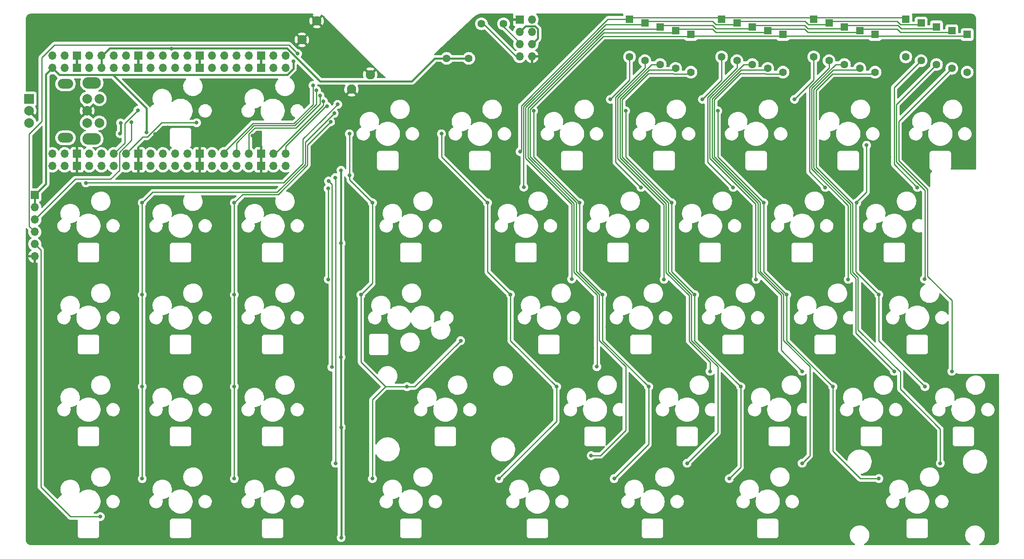
<source format=gbr>
%TF.GenerationSoftware,KiCad,Pcbnew,(6.0.5)*%
%TF.CreationDate,2022-07-29T20:42:53-06:00*%
%TF.ProjectId,kb,6b622e6b-6963-4616-945f-706362585858,rev?*%
%TF.SameCoordinates,Original*%
%TF.FileFunction,Copper,L1,Top*%
%TF.FilePolarity,Positive*%
%FSLAX46Y46*%
G04 Gerber Fmt 4.6, Leading zero omitted, Abs format (unit mm)*
G04 Created by KiCad (PCBNEW (6.0.5)) date 2022-07-29 20:42:53*
%MOMM*%
%LPD*%
G01*
G04 APERTURE LIST*
G04 Aperture macros list*
%AMHorizOval*
0 Thick line with rounded ends*
0 $1 width*
0 $2 $3 position (X,Y) of the first rounded end (center of the circle)*
0 $4 $5 position (X,Y) of the second rounded end (center of the circle)*
0 Add line between two ends*
20,1,$1,$2,$3,$4,$5,0*
0 Add two circle primitives to create the rounded ends*
1,1,$1,$2,$3*
1,1,$1,$4,$5*%
G04 Aperture macros list end*
%TA.AperFunction,ComponentPad*%
%ADD10C,1.600000*%
%TD*%
%TA.AperFunction,ComponentPad*%
%ADD11HorizOval,1.600000X0.000000X0.000000X0.000000X0.000000X0*%
%TD*%
%TA.AperFunction,ComponentPad*%
%ADD12R,1.600000X1.600000*%
%TD*%
%TA.AperFunction,ComponentPad*%
%ADD13O,3.200000X2.000000*%
%TD*%
%TA.AperFunction,ComponentPad*%
%ADD14R,2.000000X2.000000*%
%TD*%
%TA.AperFunction,ComponentPad*%
%ADD15C,2.000000*%
%TD*%
%TA.AperFunction,ComponentPad*%
%ADD16O,1.700000X1.700000*%
%TD*%
%TA.AperFunction,ComponentPad*%
%ADD17R,1.700000X1.700000*%
%TD*%
%TA.AperFunction,ComponentPad*%
%ADD18O,3.825000X2.400000*%
%TD*%
%TA.AperFunction,ComponentPad*%
%ADD19C,1.950000*%
%TD*%
%TA.AperFunction,ViaPad*%
%ADD20C,0.800000*%
%TD*%
%TA.AperFunction,Conductor*%
%ADD21C,0.254000*%
%TD*%
%TA.AperFunction,Conductor*%
%ADD22C,0.381000*%
%TD*%
G04 APERTURE END LIST*
D10*
%TO.P,R1,1*%
%TO.N,+3V3*%
X111406398Y-55820853D03*
D11*
%TO.P,R1,2*%
%TO.N,/OLED_SDA*%
X118590603Y-48636648D03*
%TD*%
D12*
%TO.P,D26,1,K*%
%TO.N,/ROW2*%
X212725000Y-49281250D03*
D10*
%TO.P,D26,2,A*%
%TO.N,Net-(D26-Pad2)*%
X212725000Y-57081250D03*
%TD*%
D13*
%TO.P,SW1,*%
%TO.N,*%
X32543750Y-61075000D03*
X32543750Y-72275000D03*
D14*
%TO.P,SW1,A,A*%
%TO.N,/ENC_L1*%
X25043750Y-64175000D03*
D15*
%TO.P,SW1,B,B*%
%TO.N,/ENC_L2*%
X25043750Y-69175000D03*
%TO.P,SW1,C,C*%
%TO.N,GND*%
X25043750Y-66675000D03*
%TO.P,SW1,S1,S1*%
%TO.N,/COL0*%
X39543750Y-69175000D03*
%TO.P,SW1,S2,S2*%
%TO.N,Net-(D0-Pad2)*%
X39543750Y-64175000D03*
%TD*%
D12*
%TO.P,D25,1,K*%
%TO.N,/ROW2*%
X193675000Y-49281250D03*
D10*
%TO.P,D25,2,A*%
%TO.N,Net-(D25-Pad2)*%
X193675000Y-57081250D03*
%TD*%
D12*
%TO.P,D8,1,K*%
%TO.N,/ROW0*%
X206375000Y-47693750D03*
D10*
%TO.P,D8,2,A*%
%TO.N,Net-(D8-Pad2)*%
X206375000Y-55493750D03*
%TD*%
%TO.P,R2,1*%
%TO.N,+3V3*%
X115978398Y-55820853D03*
D11*
%TO.P,R2,2*%
%TO.N,/OLED_SCL*%
X123162603Y-48636648D03*
%TD*%
D12*
%TO.P,D5,1,K*%
%TO.N,/ROW0*%
X149225000Y-47693750D03*
D10*
%TO.P,D5,2,A*%
%TO.N,Net-(D5-Pad2)*%
X149225000Y-55493750D03*
%TD*%
D12*
%TO.P,D32,1,K*%
%TO.N,/ROW3*%
X158750000Y-50075000D03*
D10*
%TO.P,D32,2,A*%
%TO.N,Net-(D32-Pad2)*%
X158750000Y-57875000D03*
%TD*%
D12*
%TO.P,D35,1,K*%
%TO.N,/ROW3*%
X215900000Y-50075000D03*
D10*
%TO.P,D35,2,A*%
%TO.N,Net-(D35-Pad2)*%
X215900000Y-57875000D03*
%TD*%
D12*
%TO.P,D44,1,K*%
%TO.N,/ROW4*%
X219075000Y-50868750D03*
D10*
%TO.P,D44,2,A*%
%TO.N,Net-(D44-Pad2)*%
X219075000Y-58668750D03*
%TD*%
D12*
%TO.P,D41,1,K*%
%TO.N,/ROW4*%
X161925000Y-50868750D03*
D10*
%TO.P,D41,2,A*%
%TO.N,Net-(D41-Pad2)*%
X161925000Y-58668750D03*
%TD*%
D16*
%TO.P,U1,1,GPIO0*%
%TO.N,/ENC_L2_CLEAN*%
X29845000Y-78105000D03*
X29845000Y-75565000D03*
%TO.P,U1,2,GPIO1*%
%TO.N,/ENC_L1_CLEAN*%
X32385000Y-78105000D03*
X32385000Y-75565000D03*
D17*
%TO.P,U1,3,GND*%
%TO.N,GND*%
X34925000Y-78105000D03*
X34925000Y-75565000D03*
D16*
%TO.P,U1,4,GPIO2*%
%TO.N,/COL0*%
X37465000Y-78105000D03*
X37465000Y-75565000D03*
%TO.P,U1,5,GPIO3*%
%TO.N,/RGB_3V3*%
X40005000Y-75565000D03*
X40005000Y-78105000D03*
%TO.P,U1,6,GPIO4*%
%TO.N,/COL1*%
X42545000Y-75565000D03*
X42545000Y-78105000D03*
%TO.P,U1,7,GPIO5*%
%TO.N,/COL2*%
X45085000Y-75565000D03*
X45085000Y-78105000D03*
D17*
%TO.P,U1,8,GND*%
%TO.N,GND*%
X47625000Y-75565000D03*
X47625000Y-78105000D03*
D16*
%TO.P,U1,9,GPIO6*%
%TO.N,/ROW1*%
X50165000Y-75565000D03*
X50165000Y-78105000D03*
%TO.P,U1,10,GPIO7*%
%TO.N,/ROW2*%
X52705000Y-75565000D03*
X52705000Y-78105000D03*
%TO.P,U1,11,GPIO8*%
%TO.N,/ROW3*%
X55245000Y-75565000D03*
X55245000Y-78105000D03*
%TO.P,U1,12,GPIO9*%
%TO.N,/ROW4*%
X57785000Y-78105000D03*
X57785000Y-75565000D03*
D17*
%TO.P,U1,13,GND*%
%TO.N,GND*%
X60325000Y-75565000D03*
X60325000Y-78105000D03*
D16*
%TO.P,U1,14,GPIO10*%
%TO.N,/COL3*%
X62865000Y-75565000D03*
X62865000Y-78105000D03*
%TO.P,U1,15,GPIO11*%
%TO.N,/COL8*%
X65405000Y-75565000D03*
X65405000Y-78105000D03*
%TO.P,U1,16,GPIO12*%
%TO.N,/COL7*%
X67945000Y-75565000D03*
X67945000Y-78105000D03*
%TO.P,U1,17,GPIO13*%
%TO.N,/COL6*%
X70485000Y-75565000D03*
X70485000Y-78105000D03*
D17*
%TO.P,U1,18,GND*%
%TO.N,GND*%
X73025000Y-75565000D03*
X73025000Y-78105000D03*
D16*
%TO.P,U1,19,GPIO14*%
%TO.N,/COL5*%
X75565000Y-75565000D03*
X75565000Y-78105000D03*
%TO.P,U1,20,GPIO15*%
%TO.N,/COL4*%
X78105000Y-78105000D03*
X78105000Y-75565000D03*
%TO.P,U1,21,GPIO16*%
%TO.N,/ROW9*%
X78105000Y-57785000D03*
X78105000Y-55245000D03*
%TO.P,U1,22,GPIO17*%
%TO.N,/ROW8*%
X75565000Y-55245000D03*
X75565000Y-57785000D03*
D17*
%TO.P,U1,23,GND*%
%TO.N,GND*%
X73025000Y-57785000D03*
X73025000Y-55245000D03*
D16*
%TO.P,U1,24,GPIO18*%
%TO.N,/ROW7*%
X70485000Y-55245000D03*
X70485000Y-57785000D03*
%TO.P,U1,25,GPIO19*%
%TO.N,/ROW6*%
X67945000Y-55245000D03*
X67945000Y-57785000D03*
%TO.P,U1,26,GPIO20*%
%TO.N,/ROW5*%
X65405000Y-55245000D03*
X65405000Y-57785000D03*
%TO.P,U1,27,GPIO21*%
%TO.N,/ENC_R1_CLEAN*%
X62865000Y-55245000D03*
X62865000Y-57785000D03*
D17*
%TO.P,U1,28,GND*%
%TO.N,GND*%
X60325000Y-57785000D03*
X60325000Y-55245000D03*
D16*
%TO.P,U1,29,GPIO22*%
%TO.N,/ENC_R2_CLEAN*%
X57785000Y-57785000D03*
X57785000Y-55245000D03*
%TO.P,U1,30,RUN*%
%TO.N,unconnected-(U1-Pad30)*%
X55245000Y-55245000D03*
X55245000Y-57785000D03*
%TO.P,U1,31,GPIO26_ADC0*%
%TO.N,/OLED_SDA*%
X52705000Y-55245000D03*
X52705000Y-57785000D03*
%TO.P,U1,32,GPIO27_ADC1*%
%TO.N,/OLED_SCL*%
X50165000Y-55245000D03*
X50165000Y-57785000D03*
D17*
%TO.P,U1,33,AGND*%
%TO.N,GND*%
X47625000Y-55245000D03*
X47625000Y-57785000D03*
D16*
%TO.P,U1,34,GPIO28_ADC2*%
%TO.N,/ROW0*%
X45085000Y-55245000D03*
X45085000Y-57785000D03*
%TO.P,U1,35,ADC_VREF*%
%TO.N,unconnected-(U1-Pad35)*%
X42545000Y-57785000D03*
X42545000Y-55245000D03*
%TO.P,U1,36,3V3*%
%TO.N,+3V3*%
X40005000Y-57785000D03*
X40005000Y-55245000D03*
%TO.P,U1,37,3V3_EN*%
%TO.N,unconnected-(U1-Pad37)*%
X37465000Y-57785000D03*
X37465000Y-55245000D03*
D17*
%TO.P,U1,38,GND*%
%TO.N,GND*%
X34925000Y-55245000D03*
X34925000Y-57785000D03*
D16*
%TO.P,U1,39,VSYS*%
%TO.N,unconnected-(U1-Pad39)*%
X32385000Y-55245000D03*
X32385000Y-57785000D03*
%TO.P,U1,40,VBUS*%
%TO.N,+5V*%
X29845000Y-57785000D03*
X29845000Y-55245000D03*
%TD*%
D12*
%TO.P,D42,1,K*%
%TO.N,/ROW4*%
X180975000Y-50868750D03*
D10*
%TO.P,D42,2,A*%
%TO.N,Net-(D42-Pad2)*%
X180975000Y-58668750D03*
%TD*%
D12*
%TO.P,D33,1,K*%
%TO.N,/ROW3*%
X177800000Y-50075000D03*
D10*
%TO.P,D33,2,A*%
%TO.N,Net-(D33-Pad2)*%
X177800000Y-57875000D03*
%TD*%
D18*
%TO.P,SW2,*%
%TO.N,*%
X37978000Y-72475000D03*
X37978000Y-60875000D03*
D15*
%TO.P,SW2,A,A*%
%TO.N,/ENC_L1*%
X37040500Y-64175000D03*
%TO.P,SW2,B,B*%
%TO.N,/ENC_L2*%
X37040500Y-69175000D03*
%TO.P,SW2,C,C*%
%TO.N,GND*%
X37040500Y-66675000D03*
%TD*%
D12*
%TO.P,D14,1,K*%
%TO.N,/ROW1*%
X152400000Y-48487500D03*
D10*
%TO.P,D14,2,A*%
%TO.N,Net-(D14-Pad2)*%
X152400000Y-56287500D03*
%TD*%
D12*
%TO.P,D7,1,K*%
%TO.N,/ROW0*%
X187325000Y-47693750D03*
D10*
%TO.P,D7,2,A*%
%TO.N,Net-(D7-Pad2)*%
X187325000Y-55493750D03*
%TD*%
D12*
%TO.P,D17,1,K*%
%TO.N,/ROW1*%
X209550000Y-48487500D03*
D10*
%TO.P,D17,2,A*%
%TO.N,Net-(D17-Pad2)*%
X209550000Y-56287500D03*
%TD*%
D12*
%TO.P,D6,1,K*%
%TO.N,/ROW0*%
X168275000Y-47693750D03*
D10*
%TO.P,D6,2,A*%
%TO.N,Net-(D6-Pad2)*%
X168275000Y-55493750D03*
%TD*%
D12*
%TO.P,D23,1,K*%
%TO.N,/ROW2*%
X155575000Y-49281250D03*
D10*
%TO.P,D23,2,A*%
%TO.N,Net-(D23-Pad2)*%
X155575000Y-57081250D03*
%TD*%
D12*
%TO.P,D16,1,K*%
%TO.N,/ROW1*%
X190500000Y-48487500D03*
D10*
%TO.P,D16,2,A*%
%TO.N,Net-(D16-Pad2)*%
X190500000Y-56287500D03*
%TD*%
D12*
%TO.P,D24,1,K*%
%TO.N,/ROW2*%
X174625000Y-49281250D03*
D10*
%TO.P,D24,2,A*%
%TO.N,Net-(D24-Pad2)*%
X174625000Y-57081250D03*
%TD*%
D12*
%TO.P,D34,1,K*%
%TO.N,/ROW3*%
X196850000Y-50075000D03*
D10*
%TO.P,D34,2,A*%
%TO.N,Net-(D34-Pad2)*%
X196850000Y-57875000D03*
%TD*%
D12*
%TO.P,D43,1,K*%
%TO.N,/ROW4*%
X200025000Y-50868750D03*
D10*
%TO.P,D43,2,A*%
%TO.N,Net-(D43-Pad2)*%
X200025000Y-58668750D03*
%TD*%
D12*
%TO.P,D15,1,K*%
%TO.N,/ROW1*%
X171450000Y-48487500D03*
D10*
%TO.P,D15,2,A*%
%TO.N,Net-(D15-Pad2)*%
X171450000Y-56287500D03*
%TD*%
D17*
%TO.P,J3,1,Pin_1*%
%TO.N,+5V*%
X26193750Y-84137500D03*
D16*
%TO.P,J3,2,Pin_2*%
X26193750Y-86677500D03*
%TO.P,J3,3,Pin_3*%
%TO.N,/RGB_5V*%
X26193750Y-89217500D03*
%TO.P,J3,4,Pin_4*%
%TO.N,/RGB_TO_RIGHT*%
X26193750Y-91757500D03*
%TO.P,J3,5,Pin_5*%
%TO.N,/RGB_L_END*%
X26193750Y-94297500D03*
%TO.P,J3,6,Pin_6*%
%TO.N,GND*%
X26193750Y-96837500D03*
%TD*%
D19*
%TO.P,J2,S1,SHIELD*%
%TO.N,GND*%
X91710749Y-62211049D03*
%TO.P,J2,S2,SHIELD*%
X81457701Y-51958001D03*
%TO.P,J2,S3,SHIELD*%
X84498260Y-48068914D03*
%TO.P,J2,S4,SHIELD*%
X95599836Y-59170490D03*
%TD*%
D17*
%TO.P,J1,1,Pin_1*%
%TO.N,GND*%
X126503750Y-47793750D03*
D16*
%TO.P,J1,2,Pin_2*%
%TO.N,/OLED_SDA*%
X129043750Y-47793750D03*
%TO.P,J1,3,Pin_3*%
%TO.N,+3V3*%
X126503750Y-50333750D03*
%TO.P,J1,4,Pin_4*%
%TO.N,/OLED_SCL*%
X129043750Y-50333750D03*
%TO.P,J1,5,Pin_5*%
X126503750Y-52873750D03*
%TO.P,J1,6,Pin_6*%
%TO.N,+3V3*%
X129043750Y-52873750D03*
%TO.P,J1,7,Pin_7*%
%TO.N,/OLED_SDA*%
X126503750Y-55413750D03*
%TO.P,J1,8,Pin_8*%
%TO.N,GND*%
X129043750Y-55413750D03*
%TD*%
D20*
%TO.N,+5V*%
X49276000Y-71183500D03*
X89562980Y-94134980D03*
X89535000Y-78994000D03*
X89545250Y-117718750D03*
X89581730Y-132253730D03*
X79724250Y-56451500D03*
X89570520Y-155102520D03*
%TO.N,GND*%
X46228000Y-115824000D03*
X109061250Y-80962500D03*
X164941250Y-55562500D03*
X63341250Y-111442500D03*
X185261250Y-111442500D03*
X53181250Y-141922500D03*
X32861250Y-131762500D03*
X154781250Y-65722500D03*
X114141250Y-65722500D03*
X175101250Y-121602500D03*
X134461250Y-50482500D03*
X37941250Y-136842500D03*
X65532000Y-115722400D03*
X134461250Y-55562500D03*
X185261250Y-136842500D03*
X220821250Y-152082500D03*
X32861250Y-136842500D03*
X66243200Y-95250000D03*
X200501250Y-136842500D03*
X164941250Y-111442500D03*
X154781250Y-91122500D03*
X47142400Y-133350000D03*
X175101250Y-141922500D03*
X25241250Y-116522500D03*
X139541250Y-50482500D03*
X155244800Y-95504000D03*
X93821250Y-141922500D03*
X190341250Y-65722500D03*
X83661250Y-147002500D03*
X53181250Y-60642500D03*
X98901250Y-141922500D03*
X27368500Y-80581500D03*
X210661250Y-121602500D03*
X88741250Y-70802500D03*
X99568000Y-152400000D03*
X180181250Y-80962500D03*
X93821250Y-147002500D03*
X25241250Y-106362500D03*
X144621250Y-101282500D03*
X25241250Y-101282500D03*
X175101250Y-136842500D03*
X190042800Y-133451600D03*
X170021250Y-106362500D03*
X144621250Y-70802500D03*
X65379600Y-153873200D03*
X94742000Y-76200000D03*
X103981250Y-80962500D03*
X93821250Y-86042500D03*
X185261250Y-60642500D03*
X25241250Y-60642500D03*
X73501250Y-121602500D03*
X78581250Y-126682500D03*
X25241250Y-121602500D03*
X195421250Y-121602500D03*
X83661250Y-126682500D03*
X43021250Y-136842500D03*
X189941200Y-77470000D03*
X37941250Y-106362500D03*
X139541250Y-121602500D03*
X139541250Y-111442500D03*
X202946000Y-76200000D03*
X215741250Y-60642500D03*
X68421250Y-111442500D03*
X170021250Y-136842500D03*
X114141250Y-147002500D03*
X186639200Y-153974800D03*
X175101250Y-111442500D03*
X80735334Y-58025536D03*
X63341250Y-136842500D03*
X134461250Y-65722500D03*
X32861250Y-141922500D03*
X134461250Y-136842500D03*
X139541250Y-136842500D03*
X164941250Y-80962500D03*
X154781250Y-136842500D03*
X73501250Y-60642500D03*
X124301250Y-126682500D03*
X78581250Y-136842500D03*
X220821250Y-147002500D03*
X144621250Y-147002500D03*
X144621250Y-80962500D03*
X185261250Y-101282500D03*
X83661250Y-91122500D03*
X210661250Y-65722500D03*
X103981250Y-121602500D03*
X209296000Y-133350000D03*
X108712000Y-95402400D03*
X103981250Y-86042500D03*
X204114400Y-115519200D03*
X63341250Y-147002500D03*
X84277200Y-153873200D03*
X43021250Y-111442500D03*
X98901250Y-126682500D03*
X113665000Y-77597000D03*
X63341250Y-91122500D03*
X58261250Y-136842500D03*
X164941250Y-141922500D03*
X98901250Y-80962500D03*
X190341250Y-101282500D03*
X190341250Y-106362500D03*
X160578800Y-115824000D03*
X193344800Y-95554800D03*
X71211500Y-71830588D03*
X154781250Y-80962500D03*
X107759500Y-68643500D03*
X42264964Y-71443214D03*
X119221250Y-80962500D03*
X47294800Y-95250000D03*
X205581250Y-136842500D03*
X51943000Y-152400000D03*
X172593000Y-74676000D03*
X205581250Y-101282500D03*
X139541250Y-80962500D03*
X25241250Y-111442500D03*
X114141250Y-91122500D03*
X103981250Y-136842500D03*
X154781250Y-111442500D03*
X103981250Y-141922500D03*
X200501250Y-101282500D03*
X154781250Y-101282500D03*
X83661250Y-111442500D03*
X144621250Y-86042500D03*
X170789600Y-77520800D03*
X93821250Y-136842500D03*
X149701250Y-141922500D03*
X93821250Y-121602500D03*
X199072500Y-109537500D03*
X53181250Y-111442500D03*
X200501250Y-80962500D03*
X210661250Y-136842500D03*
X25241250Y-126682500D03*
X149701250Y-136842500D03*
X129381250Y-126682500D03*
X171145200Y-133400800D03*
X25241250Y-152082500D03*
X215741250Y-147002500D03*
X154781250Y-121602500D03*
X205581250Y-80962500D03*
X151993600Y-133451600D03*
X109061250Y-116522500D03*
X73501250Y-141922500D03*
X114141250Y-136842500D03*
X205581250Y-141922500D03*
X73501250Y-86042500D03*
X159861250Y-121602500D03*
X129381250Y-80962500D03*
X73501250Y-136842500D03*
X30321250Y-152082500D03*
X125679200Y-152450800D03*
X129381250Y-111442500D03*
X53181250Y-136842500D03*
X124301250Y-80962500D03*
X180181250Y-136842500D03*
X149606000Y-152298400D03*
X164941250Y-101282500D03*
X215741250Y-152082500D03*
X63341250Y-126682500D03*
X68516500Y-68389500D03*
X83661250Y-136842500D03*
X83921600Y-74320400D03*
X132588000Y-77470000D03*
X170021250Y-65722500D03*
X119221250Y-106362500D03*
X43021250Y-126682500D03*
X32861250Y-116522500D03*
X164941250Y-147002500D03*
X134461250Y-121602500D03*
X173278800Y-152349200D03*
X175101250Y-65722500D03*
X129381250Y-141922500D03*
X53689250Y-70167500D03*
X144621250Y-111442500D03*
X138633200Y-153974800D03*
X124301250Y-116522500D03*
X159861250Y-80962500D03*
X164941250Y-86042500D03*
X78581250Y-111442500D03*
X71120000Y-152273000D03*
X139541250Y-147002500D03*
X195421250Y-147002500D03*
X129381250Y-121602500D03*
X149701250Y-101282500D03*
X29921200Y-97028000D03*
X195421250Y-80962500D03*
X207721200Y-118313200D03*
X51117794Y-71470222D03*
X25241250Y-141922500D03*
X149701250Y-65722500D03*
X190341250Y-141922500D03*
X144621250Y-141922500D03*
X201930000Y-69215000D03*
X190341250Y-147002500D03*
X144621250Y-55562500D03*
X53181250Y-121602500D03*
X170021250Y-101282500D03*
X93821250Y-80962500D03*
X94894400Y-95250000D03*
X159861250Y-111442500D03*
X37941250Y-121602500D03*
X78581250Y-91122500D03*
X25241250Y-131762500D03*
X114141250Y-116522500D03*
X185261250Y-147002500D03*
X32861250Y-121602500D03*
X93821250Y-126682500D03*
X119221250Y-136842500D03*
X180181250Y-101282500D03*
X119221250Y-126682500D03*
X185261250Y-55562500D03*
X185261250Y-80962500D03*
X119221250Y-116522500D03*
X109061250Y-121602500D03*
X163017200Y-153924000D03*
X65074800Y-73050400D03*
X119221250Y-141922500D03*
X71755000Y-49657000D03*
X195421250Y-60642500D03*
X91694000Y-115671600D03*
X141528800Y-115824000D03*
X180181250Y-121602500D03*
X25241250Y-136842500D03*
X151739600Y-77520800D03*
X205740000Y-113080800D03*
X25241250Y-147002500D03*
X119221250Y-111442500D03*
X66243200Y-133400800D03*
X25241250Y-55562500D03*
X114141250Y-106362500D03*
X174040800Y-95402400D03*
X48101250Y-60642500D03*
X46482000Y-153822400D03*
X109061250Y-136842500D03*
X159861250Y-136842500D03*
X179527200Y-115773200D03*
X53181250Y-91122500D03*
X204317600Y-152450800D03*
X175101250Y-80962500D03*
X78581250Y-65722500D03*
X205581250Y-111442500D03*
X215741250Y-136842500D03*
X135737600Y-95453200D03*
X93821250Y-91122500D03*
X112928400Y-153873200D03*
X119221250Y-147002500D03*
%TO.N,/ROW0*%
X126567679Y-75120500D03*
%TO.N,/ROW1*%
X127349250Y-82487500D03*
%TO.N,/ROW2*%
X86911819Y-101600000D03*
X137255250Y-101537500D03*
X86901130Y-82776000D03*
%TO.N,/ROW3*%
X86963250Y-81216500D03*
X142462250Y-119697500D03*
X87630000Y-119761000D03*
%TO.N,/ROW4*%
X88392000Y-139700000D03*
X88362171Y-80514250D03*
X141287500Y-138112500D03*
%TO.N,/COL1*%
X48418750Y-142875000D03*
X48418750Y-104775000D03*
X47535464Y-66542286D03*
X48418750Y-123825000D03*
X48418750Y-85725000D03*
X88132286Y-67188714D03*
%TO.N,/COL2*%
X67468750Y-142875000D03*
X67468750Y-123825000D03*
X67468750Y-104775000D03*
X87381714Y-68966714D03*
X67468750Y-85725000D03*
X59658250Y-69151500D03*
%TO.N,/COL3*%
X91313000Y-80010000D03*
X93662500Y-104775000D03*
X96043750Y-85725000D03*
X96043750Y-142875000D03*
X91281250Y-71437500D03*
X114300000Y-114300000D03*
X103187500Y-123825000D03*
%TO.N,/COL4*%
X110331250Y-71437500D03*
X134143750Y-123825000D03*
X122237500Y-142875000D03*
X119856250Y-85725000D03*
X86649500Y-65722500D03*
X124618750Y-104775000D03*
%TO.N,/COL5*%
X143668750Y-104775000D03*
X138906250Y-85725000D03*
X153193750Y-123825000D03*
X85923000Y-64706500D03*
X146050000Y-142875000D03*
X129381250Y-66675000D03*
%TO.N,/COL6*%
X148431250Y-66675000D03*
X157956250Y-85725000D03*
X172243750Y-123825000D03*
X169862500Y-142875000D03*
X85196500Y-63563500D03*
X162718750Y-104775000D03*
%TO.N,/COL7*%
X200818750Y-142875000D03*
X167481250Y-66675000D03*
X84470000Y-62420500D03*
X191293750Y-123825000D03*
X177006250Y-85725000D03*
X181768750Y-104775000D03*
%TO.N,/COL8*%
X210343750Y-123825000D03*
X198267921Y-73807921D03*
X200818750Y-104775000D03*
X196215000Y-85725000D03*
X83743500Y-61404500D03*
%TO.N,/COL0*%
X36766500Y-81625500D03*
X88858038Y-65347214D03*
%TO.N,/RGB_5V*%
X46196250Y-69024500D03*
%TO.N,Net-(D5-Pad2)*%
X145256250Y-64293750D03*
%TO.N,Net-(D6-Pad2)*%
X164306250Y-64293750D03*
%TO.N,Net-(D7-Pad2)*%
X183356250Y-64293750D03*
%TO.N,Net-(D14-Pad2)*%
X151606250Y-82550000D03*
%TO.N,Net-(D15-Pad2)*%
X170656250Y-82550000D03*
%TO.N,Net-(D16-Pad2)*%
X189706250Y-82550000D03*
%TO.N,Net-(D17-Pad2)*%
X208756250Y-82550000D03*
%TO.N,Net-(D23-Pad2)*%
X156368750Y-101600000D03*
%TO.N,Net-(D24-Pad2)*%
X175418750Y-101600000D03*
%TO.N,Net-(D25-Pad2)*%
X194468750Y-101600000D03*
%TO.N,Net-(D26-Pad2)*%
X210248500Y-101536500D03*
%TO.N,Net-(D32-Pad2)*%
X165893750Y-120650000D03*
%TO.N,Net-(D33-Pad2)*%
X184943750Y-120650000D03*
%TO.N,Net-(D34-Pad2)*%
X203993750Y-120650000D03*
%TO.N,Net-(D35-Pad2)*%
X215900000Y-120650000D03*
%TO.N,Net-(D41-Pad2)*%
X161131250Y-139700000D03*
%TO.N,Net-(D42-Pad2)*%
X184943750Y-139700000D03*
%TO.N,Net-(D43-Pad2)*%
X213518750Y-139700000D03*
%TO.N,/RGB_TO_RIGHT*%
X80568615Y-54813385D03*
%TO.N,+3V3*%
X43831172Y-71389578D03*
X54478082Y-53812317D03*
X43942000Y-69187000D03*
%TO.N,/RGB_L_END*%
X39751000Y-150749000D03*
%TD*%
D21*
%TO.N,/COL6*%
X70485000Y-71418498D02*
X70485000Y-75565000D01*
X80179321Y-70198240D02*
X71705258Y-70198240D01*
X85196500Y-63563500D02*
X85192250Y-63567750D01*
X85192250Y-63567750D02*
X85192250Y-65185311D01*
X85192250Y-65185311D02*
X80179321Y-70198240D01*
X71705258Y-70198240D02*
X70485000Y-71418498D01*
%TO.N,/COL7*%
X79991467Y-69744720D02*
X71517404Y-69744720D01*
X67945000Y-73317124D02*
X67945000Y-75565000D01*
X84470000Y-65266187D02*
X79991467Y-69744720D01*
X84470000Y-62420500D02*
X84470000Y-65266187D01*
X71517404Y-69744720D02*
X67945000Y-73317124D01*
%TO.N,/COL8*%
X65405000Y-75215750D02*
X65405000Y-75565000D01*
X71329550Y-69291200D02*
X65405000Y-75215750D01*
X83743500Y-65351313D02*
X79803613Y-69291200D01*
X83743500Y-61404500D02*
X83743500Y-65351313D01*
X79803613Y-69291200D02*
X71329550Y-69291200D01*
D22*
%TO.N,+5V*%
X78398141Y-59245500D02*
X42354500Y-59245500D01*
X89581730Y-155091310D02*
X89570520Y-155102520D01*
X29845000Y-57785000D02*
X28511500Y-59118500D01*
X89518230Y-94090230D02*
X89562980Y-94134980D01*
X49276000Y-66167000D02*
X42354500Y-59245500D01*
X89562980Y-94134980D02*
X89562980Y-117701020D01*
X89545250Y-132217250D02*
X89581730Y-132253730D01*
X89518230Y-79010770D02*
X89518230Y-94090230D01*
X26193750Y-84137500D02*
X26193750Y-86677500D01*
X28511500Y-59118500D02*
X28511500Y-81819750D01*
X89545250Y-117718750D02*
X89545250Y-132217250D01*
X42354500Y-59245500D02*
X31305500Y-59245500D01*
X89535000Y-78994000D02*
X89518230Y-79010770D01*
X49276000Y-71183500D02*
X49276000Y-66167000D01*
X28511500Y-81819750D02*
X26193750Y-84137500D01*
X89581730Y-132253730D02*
X89581730Y-155091310D01*
X29845000Y-57785000D02*
X31305500Y-59245500D01*
X79724250Y-56451500D02*
X79724250Y-57919391D01*
X79724250Y-57919391D02*
X78398141Y-59245500D01*
X89562980Y-117701020D02*
X89545250Y-117718750D01*
D21*
%TO.N,/ROW0*%
X149225000Y-47693750D02*
X149557761Y-47360989D01*
X167942239Y-47360989D02*
X168275000Y-47693750D01*
X206042239Y-47360989D02*
X206375000Y-47693750D01*
X144769561Y-47693750D02*
X149225000Y-47693750D01*
X186992239Y-47360989D02*
X187325000Y-47693750D01*
X126840659Y-65622652D02*
X144769561Y-47693750D01*
X187325000Y-47693750D02*
X187657761Y-47360989D01*
X168607761Y-47360989D02*
X186992239Y-47360989D01*
X168275000Y-47693750D02*
X168607761Y-47360989D01*
X187657761Y-47360989D02*
X206042239Y-47360989D01*
X149557761Y-47360989D02*
X167942239Y-47360989D01*
X126840659Y-74847520D02*
X126840659Y-65622652D01*
X126567679Y-75120500D02*
X126840659Y-74847520D01*
%TO.N,/ROW1*%
X152067239Y-48820261D02*
X152400000Y-48487500D01*
X171117239Y-48820261D02*
X171450000Y-48487500D01*
X190167239Y-48820261D02*
X190500000Y-48487500D01*
X209217239Y-48820261D02*
X209550000Y-48487500D01*
X166423489Y-48154739D02*
X167089011Y-48820261D01*
X171450000Y-48487500D02*
X171450000Y-48418750D01*
X152732761Y-48154739D02*
X166423489Y-48154739D01*
X127349250Y-82487500D02*
X127294179Y-82432429D01*
X152400000Y-48487500D02*
X152732761Y-48154739D01*
X190832761Y-48154739D02*
X204582967Y-48154739D01*
X171450000Y-48418750D02*
X171714011Y-48154739D01*
X167089011Y-48820261D02*
X171117239Y-48820261D01*
X190500000Y-48487500D02*
X190832761Y-48154739D01*
X127294179Y-65810506D02*
X144284424Y-48820261D01*
X186198489Y-48820261D02*
X190167239Y-48820261D01*
X204582967Y-48154739D02*
X205248489Y-48820261D01*
X185532967Y-48154739D02*
X186198489Y-48820261D01*
X171714011Y-48154739D02*
X185532967Y-48154739D01*
X144284424Y-48820261D02*
X152067239Y-48820261D01*
X205248489Y-48820261D02*
X209217239Y-48820261D01*
X127294179Y-82432429D02*
X127294179Y-65810506D01*
%TO.N,/ROW2*%
X174625000Y-49281250D02*
X174957761Y-48948489D01*
X137272699Y-101520051D02*
X137272699Y-86037208D01*
X86905031Y-101593212D02*
X86911819Y-101600000D01*
X155907761Y-48948489D02*
X166423489Y-48948489D01*
X155135750Y-49720500D02*
X155575000Y-49281250D01*
X204735343Y-48948489D02*
X205400865Y-49614011D01*
X193675000Y-49281250D02*
X194007761Y-48948489D01*
X193342239Y-49614011D02*
X193675000Y-49281250D01*
X205400865Y-49614011D02*
X212392239Y-49614011D01*
X174957761Y-48948489D02*
X185473489Y-48948489D01*
X127747699Y-76512208D02*
X127747699Y-65998360D01*
X174292239Y-49614011D02*
X174625000Y-49281250D01*
X144025559Y-49720500D02*
X155135750Y-49720500D01*
X166423489Y-48948489D02*
X167089011Y-49614011D01*
X137272699Y-86037208D02*
X127747699Y-76512208D01*
X127747699Y-65998360D02*
X144025559Y-49720500D01*
X212392239Y-49614011D02*
X212725000Y-49281250D01*
X86905031Y-82779901D02*
X86905031Y-101593212D01*
X185473489Y-48948489D02*
X186139011Y-49614011D01*
X186139011Y-49614011D02*
X193342239Y-49614011D01*
X167089011Y-49614011D02*
X174292239Y-49614011D01*
X137255250Y-101537500D02*
X137272699Y-101520051D01*
X86901130Y-82776000D02*
X86905031Y-82779901D01*
X155575000Y-49281250D02*
X155907761Y-48948489D01*
X194007761Y-48948489D02*
X204735343Y-48948489D01*
%TO.N,/ROW3*%
X215567239Y-50407761D02*
X215900000Y-50075000D01*
X158342500Y-50482500D02*
X158750000Y-50075000D01*
X143904933Y-50482500D02*
X158342500Y-50482500D01*
X159082761Y-49742239D02*
X166423489Y-49742239D01*
X142462250Y-119697500D02*
X142488719Y-119671031D01*
X196517239Y-50407761D02*
X196850000Y-50075000D01*
X205241020Y-50407761D02*
X215567239Y-50407761D01*
X137726219Y-100115217D02*
X137726219Y-85849354D01*
X137726219Y-85849354D02*
X128201219Y-76324354D01*
X86963250Y-81216500D02*
X87638319Y-81891569D01*
X177800000Y-50075000D02*
X178132761Y-49742239D01*
X128201219Y-66186214D02*
X143904933Y-50482500D01*
X142488719Y-119671031D02*
X142488719Y-104877717D01*
X197182761Y-49742239D02*
X204575498Y-49742239D01*
X87638319Y-119752681D02*
X87630000Y-119761000D01*
X128201219Y-76324354D02*
X128201219Y-66186214D01*
X166423489Y-49742239D02*
X167089011Y-50407761D01*
X167089011Y-50407761D02*
X177467239Y-50407761D01*
X186139011Y-50407761D02*
X196517239Y-50407761D01*
X87638319Y-81891569D02*
X87638319Y-119752681D01*
X196850000Y-50075000D02*
X197182761Y-49742239D01*
X177467239Y-50407761D02*
X177800000Y-50075000D01*
X204575498Y-49742239D02*
X205241020Y-50407761D01*
X185473489Y-49742239D02*
X186139011Y-50407761D01*
X158750000Y-50075000D02*
X159082761Y-49742239D01*
X178132761Y-49742239D02*
X185473489Y-49742239D01*
X142488719Y-104877717D02*
X137726219Y-100115217D01*
%TO.N,/ROW4*%
X142942239Y-114214863D02*
X142942239Y-104689863D01*
X142942239Y-104689863D02*
X138179739Y-99927363D01*
X162257761Y-51201511D02*
X180642239Y-51201511D01*
X180642239Y-51201511D02*
X180975000Y-50868750D01*
X143224250Y-138112500D02*
X148431250Y-132905500D01*
X128654739Y-66374068D02*
X143784307Y-51244500D01*
X88392000Y-80544079D02*
X88362171Y-80514250D01*
X181307761Y-51201511D02*
X199692239Y-51201511D01*
X138179739Y-99927363D02*
X138179739Y-85661500D01*
X148431250Y-132905500D02*
X148431250Y-119703874D01*
X88392000Y-139700000D02*
X88392000Y-80544079D01*
X128654739Y-76136500D02*
X128654739Y-66374068D01*
X143784307Y-51244500D02*
X161549250Y-51244500D01*
X200357761Y-51201511D02*
X218742239Y-51201511D01*
X218742239Y-51201511D02*
X219075000Y-50868750D01*
X200025000Y-50868750D02*
X200357761Y-51201511D01*
X138179739Y-85661500D02*
X128654739Y-76136500D01*
X161549250Y-51244500D02*
X161925000Y-50868750D01*
X161925000Y-50868750D02*
X162257761Y-51201511D01*
X141287500Y-138112500D02*
X143224250Y-138112500D01*
X148431250Y-119703874D02*
X142942239Y-114214863D01*
X199692239Y-51201511D02*
X200025000Y-50868750D01*
X180975000Y-50868750D02*
X181307761Y-51201511D01*
%TO.N,/OLED_SCL*%
X123162603Y-48636648D02*
X123162603Y-49216853D01*
X123162603Y-49216853D02*
X126503750Y-52558000D01*
X126503750Y-52558000D02*
X126503750Y-52873750D01*
%TO.N,/OLED_SDA*%
X119026398Y-48636648D02*
X125803500Y-55413750D01*
X125803500Y-55413750D02*
X126503750Y-55413750D01*
X118590603Y-48636648D02*
X119026398Y-48636648D01*
%TO.N,/COL1*%
X88132286Y-67188714D02*
X82139920Y-73181080D01*
X50612771Y-83530979D02*
X48418750Y-85725000D01*
X82139920Y-77746706D02*
X76355647Y-83530979D01*
X82139920Y-73181080D02*
X82139920Y-77746706D01*
X48418750Y-142875000D02*
X48418750Y-123825000D01*
X44799250Y-73310750D02*
X42545000Y-75565000D01*
X44799250Y-69278500D02*
X44799250Y-73310750D01*
X48418750Y-123825000D02*
X48418750Y-104775000D01*
X76355647Y-83530979D02*
X50612771Y-83530979D01*
X47535464Y-66542286D02*
X44799250Y-69278500D01*
X48418750Y-85725000D02*
X48418750Y-104775000D01*
%TO.N,/COL2*%
X48549489Y-72100511D02*
X45085000Y-75565000D01*
X67468750Y-85725000D02*
X67468750Y-104775000D01*
X67468750Y-104775000D02*
X67468750Y-123825000D01*
X87370286Y-68966714D02*
X87381714Y-68966714D01*
X76543501Y-83984499D02*
X69209251Y-83984499D01*
X52409089Y-69151500D02*
X49460078Y-72100511D01*
X59658250Y-69151500D02*
X52409089Y-69151500D01*
X49460078Y-72100511D02*
X48549489Y-72100511D01*
X82593440Y-73743560D02*
X87370286Y-68966714D01*
X82593440Y-73743560D02*
X82593440Y-77934560D01*
X82593440Y-77934560D02*
X76543501Y-83984499D01*
X67468750Y-123825000D02*
X67468750Y-142875000D01*
X69209251Y-83984499D02*
X67468750Y-85725000D01*
%TO.N,/COL3*%
X114300000Y-114300000D02*
X104775000Y-123825000D01*
X96043750Y-142875000D02*
X96043750Y-126503006D01*
X104775000Y-123825000D02*
X103187500Y-123825000D01*
X91313000Y-80994250D02*
X96043750Y-85725000D01*
X91281250Y-79978250D02*
X91313000Y-80010000D01*
X96043750Y-102393750D02*
X96043750Y-85725000D01*
X91281250Y-71437500D02*
X91281250Y-79978250D01*
X98721756Y-123825000D02*
X93662500Y-118765744D01*
X96043750Y-126503006D02*
X98721756Y-123825000D01*
X93662500Y-104775000D02*
X96043750Y-102393750D01*
X103187500Y-123825000D02*
X98721756Y-123825000D01*
X91313000Y-80010000D02*
X91313000Y-80994250D01*
X93662500Y-118765744D02*
X93662500Y-104775000D01*
%TO.N,/COL4*%
X119856250Y-85725000D02*
X119856250Y-100012500D01*
X124618750Y-114300000D02*
X134143750Y-123825000D01*
X134143750Y-130968750D02*
X122237500Y-142875000D01*
X86649500Y-65722500D02*
X86372700Y-65722500D01*
X119856250Y-100012500D02*
X124618750Y-104775000D01*
X134143750Y-123825000D02*
X134143750Y-130968750D01*
X110331250Y-71437500D02*
X110331250Y-76200000D01*
X110331250Y-76200000D02*
X119856250Y-85725000D01*
X86372700Y-65722500D02*
X78105000Y-73990200D01*
X78105000Y-73990200D02*
X78105000Y-75565000D01*
X124618750Y-104775000D02*
X124618750Y-114300000D01*
%TO.N,/COL5*%
X153193750Y-123825000D02*
X143668750Y-114300000D01*
X153193750Y-135731250D02*
X153193750Y-123825000D01*
X129381250Y-76200000D02*
X138906250Y-85725000D01*
X143668750Y-104775000D02*
X138906250Y-100012500D01*
X138906250Y-100012500D02*
X138906250Y-85725000D01*
X85923000Y-65530826D02*
X75888826Y-75565000D01*
X143668750Y-114300000D02*
X143668750Y-104775000D01*
X129381250Y-66675000D02*
X129381250Y-76200000D01*
X146050000Y-142875000D02*
X153193750Y-135731250D01*
X75888826Y-75565000D02*
X75565000Y-75565000D01*
X85923000Y-64706500D02*
X85923000Y-65530826D01*
%TO.N,/COL6*%
X157956250Y-100012500D02*
X157956250Y-85725000D01*
X162718750Y-104775000D02*
X157956250Y-100012500D01*
X172243750Y-140493750D02*
X172243750Y-123825000D01*
X162718750Y-114300000D02*
X162718750Y-104775000D01*
X148431250Y-76200000D02*
X148431250Y-66675000D01*
X169862500Y-142875000D02*
X172243750Y-140493750D01*
X172243750Y-123825000D02*
X162718750Y-114300000D01*
X157956250Y-85725000D02*
X148431250Y-76200000D01*
%TO.N,/COL7*%
X196958467Y-142875000D02*
X200818750Y-142875000D01*
X167481250Y-76200000D02*
X177006250Y-85725000D01*
X191293750Y-137210283D02*
X196958467Y-142875000D01*
X167481250Y-66675000D02*
X167481250Y-76200000D01*
X177006250Y-85725000D02*
X177006250Y-100012500D01*
X181768750Y-114300000D02*
X191293750Y-123825000D01*
X181768750Y-104775000D02*
X181768750Y-114300000D01*
X191293750Y-123825000D02*
X191293750Y-137210283D01*
X177006250Y-100012500D02*
X181768750Y-104775000D01*
%TO.N,/COL8*%
X196215000Y-85725000D02*
X196056250Y-85883750D01*
X200818750Y-104775000D02*
X200818750Y-114300000D01*
X196215000Y-85566250D02*
X198267921Y-83513329D01*
X196056250Y-100012500D02*
X200818750Y-104775000D01*
X196056250Y-85883750D02*
X196056250Y-100012500D01*
X198267921Y-83513329D02*
X198267921Y-73807921D01*
X196215000Y-85725000D02*
X196215000Y-85566250D01*
X200818750Y-114300000D02*
X210343750Y-123825000D01*
%TO.N,/COL0*%
X81686400Y-72491600D02*
X85506489Y-68671511D01*
X88830786Y-65347214D02*
X88858038Y-65347214D01*
X36794500Y-81597500D02*
X77647752Y-81597500D01*
X36766500Y-81625500D02*
X36794500Y-81597500D01*
X85943511Y-68234489D02*
X88830786Y-65347214D01*
X85506489Y-68671511D02*
X85517932Y-68671511D01*
X85943511Y-68245932D02*
X85943511Y-68234489D01*
X77647752Y-81597500D02*
X81686400Y-77558852D01*
X81686400Y-77558852D02*
X81686400Y-72491600D01*
X85517932Y-68671511D02*
X85943511Y-68245932D01*
%TO.N,/RGB_5V*%
X43721511Y-78992239D02*
X41878250Y-80835500D01*
X34575750Y-80835500D02*
X26193750Y-89217500D01*
X43721511Y-75264650D02*
X43721511Y-78992239D01*
X46196250Y-69024500D02*
X46196250Y-72789911D01*
X46196250Y-72789911D02*
X43721511Y-75264650D01*
X41878250Y-80835500D02*
X34575750Y-80835500D01*
%TO.N,Net-(D5-Pad2)*%
X149225000Y-60325000D02*
X149225000Y-55493750D01*
X145256250Y-64293750D02*
X149225000Y-60325000D01*
%TO.N,Net-(D6-Pad2)*%
X168275000Y-55493750D02*
X168275000Y-60325000D01*
X168275000Y-60325000D02*
X164306250Y-64293750D01*
%TO.N,Net-(D7-Pad2)*%
X183356250Y-64293750D02*
X187325000Y-60325000D01*
X187325000Y-60325000D02*
X187325000Y-55493750D01*
%TO.N,Net-(D14-Pad2)*%
X146344179Y-63847195D02*
X152400000Y-57791374D01*
X146344179Y-77287929D02*
X146344179Y-63847195D01*
X152400000Y-57791374D02*
X152400000Y-56287500D01*
X151606250Y-82550000D02*
X146344179Y-77287929D01*
%TO.N,Net-(D15-Pad2)*%
X171450000Y-57791374D02*
X165394179Y-63847195D01*
X171450000Y-56287500D02*
X171450000Y-57791374D01*
X165394179Y-63847195D02*
X165394179Y-77287929D01*
X165394179Y-77287929D02*
X170656250Y-82550000D01*
%TO.N,Net-(D16-Pad2)*%
X186436000Y-61855374D02*
X186436000Y-79279750D01*
X190500000Y-56287500D02*
X190500000Y-57791374D01*
X186436000Y-79279750D02*
X189706250Y-82550000D01*
X190500000Y-57791374D02*
X186436000Y-61855374D01*
%TO.N,Net-(D17-Pad2)*%
X209550000Y-56287500D02*
X203993750Y-61843750D01*
X203993750Y-61843750D02*
X203993750Y-77787500D01*
X203993750Y-77787500D02*
X208756250Y-82550000D01*
%TO.N,Net-(D23-Pad2)*%
X153751498Y-57081250D02*
X155575000Y-57081250D01*
X146797699Y-76575708D02*
X146797699Y-64035049D01*
X156322699Y-86100708D02*
X146797699Y-76575708D01*
X146797699Y-64035049D02*
X153751498Y-57081250D01*
X156368750Y-101600000D02*
X156322699Y-101553949D01*
X156322699Y-101553949D02*
X156322699Y-86100708D01*
%TO.N,Net-(D24-Pad2)*%
X165847699Y-64035049D02*
X165847699Y-76490571D01*
X174625000Y-57081250D02*
X172801498Y-57081250D01*
X165847699Y-76490571D02*
X175314480Y-85957352D01*
X175314480Y-85957352D02*
X175314480Y-101495730D01*
X175314480Y-101495730D02*
X175418750Y-101600000D01*
X172801498Y-57081250D02*
X165847699Y-64035049D01*
%TO.N,Net-(D25-Pad2)*%
X186889520Y-62043228D02*
X186889520Y-78705827D01*
X193675000Y-57081250D02*
X191851498Y-57081250D01*
X186889520Y-78705827D02*
X194468750Y-86285057D01*
X194468750Y-86285057D02*
X194468750Y-101600000D01*
X191851498Y-57081250D02*
X186889520Y-62043228D01*
%TO.N,Net-(D26-Pad2)*%
X204447270Y-77213577D02*
X204447270Y-65358980D01*
X204447270Y-65358980D02*
X212725000Y-57081250D01*
X210248500Y-101536500D02*
X210375500Y-101409500D01*
X210375500Y-83141807D02*
X204447270Y-77213577D01*
X210375500Y-101409500D02*
X210375500Y-83141807D01*
%TO.N,Net-(D32-Pad2)*%
X161538719Y-104962854D02*
X156776219Y-100200354D01*
X156776219Y-85912854D02*
X147251219Y-76387854D01*
X147251219Y-64222903D02*
X153244622Y-58229500D01*
X158395500Y-58229500D02*
X158750000Y-57875000D01*
X153244622Y-58229500D02*
X158395500Y-58229500D01*
X165893750Y-118757748D02*
X161538719Y-114402717D01*
X147251219Y-76387854D02*
X147251219Y-64222903D01*
X161538719Y-114402717D02*
X161538719Y-104962854D01*
X156776219Y-100200354D02*
X156776219Y-85912854D01*
X165893750Y-120650000D02*
X165893750Y-118757748D01*
%TO.N,Net-(D33-Pad2)*%
X166301219Y-76302717D02*
X175768000Y-85769498D01*
X180588719Y-104877717D02*
X180588719Y-116294969D01*
X177445500Y-58229500D02*
X172294622Y-58229500D01*
X166301219Y-64222903D02*
X166301219Y-76302717D01*
X175768000Y-100056998D02*
X180588719Y-104877717D01*
X175768000Y-85769498D02*
X175768000Y-100056998D01*
X177800000Y-57875000D02*
X177445500Y-58229500D01*
X172294622Y-58229500D02*
X166301219Y-64222903D01*
X180588719Y-116294969D02*
X184943750Y-120650000D01*
%TO.N,Net-(D34-Pad2)*%
X196037771Y-101422771D02*
X196037771Y-112694021D01*
X194922270Y-100307270D02*
X196037771Y-101422771D01*
X187343040Y-62231082D02*
X187343040Y-78504040D01*
X187343040Y-78504040D02*
X194922270Y-86083270D01*
X196850000Y-57875000D02*
X196517239Y-58207761D01*
X196037771Y-112694021D02*
X203993750Y-120650000D01*
X191366361Y-58207761D02*
X187343040Y-62231082D01*
X196517239Y-58207761D02*
X191366361Y-58207761D01*
X194922270Y-86083270D02*
X194922270Y-100307270D01*
%TO.N,Net-(D35-Pad2)*%
X204900790Y-77025723D02*
X210829020Y-82953953D01*
X210829020Y-100910520D02*
X215900000Y-105981500D01*
X204900790Y-68874210D02*
X204900790Y-77025723D01*
X215900000Y-105981500D02*
X215900000Y-120650000D01*
X210829020Y-82953953D02*
X210829020Y-100910520D01*
X215900000Y-57875000D02*
X204900790Y-68874210D01*
%TO.N,Net-(D41-Pad2)*%
X157229739Y-100012500D02*
X157229739Y-85725000D01*
X167481250Y-119703874D02*
X161992239Y-114214863D01*
X153123996Y-58991500D02*
X158273372Y-58991500D01*
X157229739Y-85725000D02*
X147704739Y-76200000D01*
X161131250Y-139700000D02*
X167481250Y-133350000D01*
X147704739Y-76200000D02*
X147704739Y-64410757D01*
X158273372Y-58991500D02*
X158283383Y-59001511D01*
X161992239Y-114214863D02*
X161992239Y-104775000D01*
X158283383Y-59001511D02*
X161592239Y-59001511D01*
X161992239Y-104775000D02*
X157229739Y-100012500D01*
X167481250Y-133350000D02*
X167481250Y-119703874D01*
X147704739Y-64410757D02*
X153123996Y-58991500D01*
X161592239Y-59001511D02*
X161925000Y-58668750D01*
%TO.N,Net-(D42-Pad2)*%
X181042239Y-104689863D02*
X176256938Y-99904562D01*
X181042239Y-114214863D02*
X181042239Y-104689863D01*
X180642239Y-59001511D02*
X180975000Y-58668750D01*
X186512771Y-119685395D02*
X181042239Y-114214863D01*
X184943750Y-139700000D02*
X186512771Y-138130979D01*
X166754739Y-64410757D02*
X172173996Y-58991500D01*
X177333383Y-59001511D02*
X180642239Y-59001511D01*
X176256938Y-99904562D02*
X176256938Y-85617062D01*
X186512771Y-138130979D02*
X186512771Y-119685395D01*
X166754739Y-76114863D02*
X166754739Y-64410757D01*
X172173996Y-58991500D02*
X177323372Y-58991500D01*
X176256938Y-85617062D02*
X166754739Y-76114863D01*
X177323372Y-58991500D02*
X177333383Y-59001511D01*
%TO.N,Net-(D43-Pad2)*%
X205232000Y-120777000D02*
X205232000Y-124314447D01*
X199692239Y-59001511D02*
X191213985Y-59001511D01*
X195375790Y-85895416D02*
X195375790Y-100119416D01*
X187796560Y-78316186D02*
X195375790Y-85895416D01*
X205232000Y-124314447D02*
X213518750Y-132601197D01*
X191213985Y-59001511D02*
X187796560Y-62418936D01*
X213518750Y-132601197D02*
X213518750Y-139700000D01*
X187796560Y-62418936D02*
X187796560Y-78316186D01*
X200025000Y-58668750D02*
X199692239Y-59001511D01*
X195375790Y-100119416D02*
X196491291Y-101234917D01*
X196491291Y-101234917D02*
X196491291Y-112036291D01*
X196491291Y-112036291D02*
X205232000Y-120777000D01*
%TO.N,/RGB_TO_RIGHT*%
X27622500Y-55689500D02*
X30289500Y-53022500D01*
X27622500Y-68897500D02*
X27622500Y-55689500D01*
X25017239Y-71502761D02*
X27622500Y-68897500D01*
X26193750Y-91757500D02*
X25017239Y-90580989D01*
X30289500Y-53022500D02*
X78777730Y-53022500D01*
X25017239Y-90580989D02*
X25017239Y-71502761D01*
X78777730Y-53022500D02*
X80568615Y-54813385D01*
D22*
%TO.N,+3V3*%
X108929897Y-55820853D02*
X111406398Y-55820853D01*
X85217000Y-60579000D02*
X104171750Y-60579000D01*
X126503750Y-50333750D02*
X127743761Y-49093739D01*
X111406398Y-55820853D02*
X115978398Y-55820853D01*
X40005000Y-55372000D02*
X40005000Y-57785000D01*
X129643489Y-49093739D02*
X130283761Y-49734011D01*
X104171750Y-60579000D02*
X108929897Y-55820853D01*
X43942000Y-69187000D02*
X43942000Y-71278750D01*
X54478082Y-53812317D02*
X54386765Y-53721000D01*
X41656000Y-53721000D02*
X40005000Y-55372000D01*
X78359000Y-53721000D02*
X85217000Y-60579000D01*
X130283761Y-51633739D02*
X129043750Y-52873750D01*
X54478082Y-53812317D02*
X54569399Y-53721000D01*
X43942000Y-71278750D02*
X43831172Y-71389578D01*
X130283761Y-49734011D02*
X130283761Y-51633739D01*
X127743761Y-49093739D02*
X129643489Y-49093739D01*
X54569399Y-53721000D02*
X78359000Y-53721000D01*
X54386765Y-53721000D02*
X41656000Y-53721000D01*
D21*
%TO.N,/RGB_L_END*%
X27432000Y-95535750D02*
X26193750Y-94297500D01*
X27432000Y-144613169D02*
X27432000Y-95535750D01*
X39751000Y-150749000D02*
X33567831Y-150749000D01*
X33567831Y-150749000D02*
X27432000Y-144613169D01*
%TD*%
%TA.AperFunction,Conductor*%
%TO.N,GND*%
G36*
X125146616Y-46566002D02*
G01*
X125193109Y-46619658D01*
X125203213Y-46689932D01*
X125196477Y-46716230D01*
X125155272Y-46826144D01*
X125151645Y-46841399D01*
X125146119Y-46892264D01*
X125145750Y-46899078D01*
X125145750Y-47521635D01*
X125150225Y-47536874D01*
X125151615Y-47538079D01*
X125159298Y-47539750D01*
X126631750Y-47539750D01*
X126699871Y-47559752D01*
X126746364Y-47613408D01*
X126757750Y-47665750D01*
X126757750Y-47921750D01*
X126737748Y-47989871D01*
X126684092Y-48036364D01*
X126631750Y-48047750D01*
X125163866Y-48047750D01*
X125148627Y-48052225D01*
X125147422Y-48053615D01*
X125145751Y-48061298D01*
X125145751Y-48688419D01*
X125146121Y-48695240D01*
X125151645Y-48746102D01*
X125155271Y-48761354D01*
X125200426Y-48881804D01*
X125208964Y-48897399D01*
X125285465Y-48999474D01*
X125298026Y-49012035D01*
X125400101Y-49088536D01*
X125415696Y-49097074D01*
X125524577Y-49137892D01*
X125581341Y-49180534D01*
X125606041Y-49247095D01*
X125590833Y-49316444D01*
X125571441Y-49342925D01*
X125463491Y-49455888D01*
X125444379Y-49475888D01*
X125441465Y-49480160D01*
X125441464Y-49480161D01*
X125356993Y-49603991D01*
X125318493Y-49660430D01*
X125275868Y-49752259D01*
X125237176Y-49835614D01*
X125224438Y-49863055D01*
X125169949Y-50059534D01*
X125132471Y-50119830D01*
X125068342Y-50150293D01*
X124997924Y-50141250D01*
X124959438Y-50114955D01*
X124308067Y-49463584D01*
X124274041Y-49401272D01*
X124279106Y-49330457D01*
X124293949Y-49302218D01*
X124296320Y-49298832D01*
X124296971Y-49297903D01*
X124296972Y-49297902D01*
X124300126Y-49293397D01*
X124302449Y-49288415D01*
X124302452Y-49288410D01*
X124394564Y-49090873D01*
X124394564Y-49090872D01*
X124396887Y-49085891D01*
X124412635Y-49027121D01*
X124454722Y-48870050D01*
X124454722Y-48870048D01*
X124456146Y-48864735D01*
X124476101Y-48636648D01*
X124456146Y-48408561D01*
X124454379Y-48401966D01*
X124398310Y-48192715D01*
X124398309Y-48192713D01*
X124396887Y-48187405D01*
X124347652Y-48081819D01*
X124302452Y-47984886D01*
X124302449Y-47984881D01*
X124300126Y-47979899D01*
X124195881Y-47831022D01*
X124171960Y-47796859D01*
X124171958Y-47796856D01*
X124168801Y-47792348D01*
X124006903Y-47630450D01*
X124002395Y-47627293D01*
X124002392Y-47627291D01*
X123920265Y-47569785D01*
X123819352Y-47499125D01*
X123814370Y-47496802D01*
X123814365Y-47496799D01*
X123616828Y-47404687D01*
X123616827Y-47404687D01*
X123611846Y-47402364D01*
X123606538Y-47400942D01*
X123606536Y-47400941D01*
X123396005Y-47344529D01*
X123396003Y-47344529D01*
X123390690Y-47343105D01*
X123162603Y-47323150D01*
X122934516Y-47343105D01*
X122929203Y-47344529D01*
X122929201Y-47344529D01*
X122718670Y-47400941D01*
X122718668Y-47400942D01*
X122713360Y-47402364D01*
X122708379Y-47404687D01*
X122708378Y-47404687D01*
X122510841Y-47496799D01*
X122510836Y-47496802D01*
X122505854Y-47499125D01*
X122404941Y-47569785D01*
X122322814Y-47627291D01*
X122322811Y-47627293D01*
X122318303Y-47630450D01*
X122156405Y-47792348D01*
X122153248Y-47796856D01*
X122153246Y-47796859D01*
X122129325Y-47831022D01*
X122025080Y-47979899D01*
X122022757Y-47984881D01*
X122022754Y-47984886D01*
X121977554Y-48081819D01*
X121928319Y-48187405D01*
X121926897Y-48192713D01*
X121926896Y-48192715D01*
X121870827Y-48401966D01*
X121869060Y-48408561D01*
X121849105Y-48636648D01*
X121869060Y-48864735D01*
X121870484Y-48870048D01*
X121870484Y-48870050D01*
X121912572Y-49027121D01*
X121928319Y-49085891D01*
X121930642Y-49090872D01*
X121930642Y-49090873D01*
X122022754Y-49288410D01*
X122022757Y-49288415D01*
X122025080Y-49293397D01*
X122047638Y-49325613D01*
X122148600Y-49469801D01*
X122156405Y-49480948D01*
X122318303Y-49642846D01*
X122322811Y-49646003D01*
X122322814Y-49646005D01*
X122385190Y-49689681D01*
X122505854Y-49774171D01*
X122510836Y-49776494D01*
X122510841Y-49776497D01*
X122707173Y-49868047D01*
X122713360Y-49870932D01*
X122718668Y-49872354D01*
X122718670Y-49872355D01*
X122786744Y-49890595D01*
X122934516Y-49930191D01*
X122939997Y-49930670D01*
X122945415Y-49931626D01*
X122945002Y-49933966D01*
X123001707Y-49956128D01*
X123013731Y-49966713D01*
X125233700Y-52186682D01*
X125267726Y-52248994D01*
X125262661Y-52319809D01*
X125258893Y-52328827D01*
X125224438Y-52403055D01*
X125164739Y-52618320D01*
X125141001Y-52840445D01*
X125141298Y-52845598D01*
X125141298Y-52845601D01*
X125146761Y-52940340D01*
X125153860Y-53063465D01*
X125154997Y-53068511D01*
X125154998Y-53068517D01*
X125174869Y-53156689D01*
X125202972Y-53281389D01*
X125287016Y-53488366D01*
X125337769Y-53571188D01*
X125401041Y-53674438D01*
X125403737Y-53678838D01*
X125550000Y-53847688D01*
X125721876Y-53990382D01*
X125745415Y-54004137D01*
X125795195Y-54033226D01*
X125843919Y-54084864D01*
X125856990Y-54154647D01*
X125830259Y-54220419D01*
X125789805Y-54253777D01*
X125777357Y-54260257D01*
X125773224Y-54263360D01*
X125773221Y-54263362D01*
X125734215Y-54292649D01*
X125667730Y-54317555D01*
X125598335Y-54302563D01*
X125569467Y-54280984D01*
X119934514Y-48646031D01*
X119900488Y-48583719D01*
X119898088Y-48567918D01*
X119895822Y-48542019D01*
X119884146Y-48408561D01*
X119882379Y-48401966D01*
X119826310Y-48192715D01*
X119826309Y-48192713D01*
X119824887Y-48187405D01*
X119775652Y-48081819D01*
X119730452Y-47984886D01*
X119730449Y-47984881D01*
X119728126Y-47979899D01*
X119623881Y-47831022D01*
X119599960Y-47796859D01*
X119599958Y-47796856D01*
X119596801Y-47792348D01*
X119434903Y-47630450D01*
X119430395Y-47627293D01*
X119430392Y-47627291D01*
X119348265Y-47569785D01*
X119247352Y-47499125D01*
X119242370Y-47496802D01*
X119242365Y-47496799D01*
X119044828Y-47404687D01*
X119044827Y-47404687D01*
X119039846Y-47402364D01*
X119034538Y-47400942D01*
X119034536Y-47400941D01*
X118824005Y-47344529D01*
X118824003Y-47344529D01*
X118818690Y-47343105D01*
X118590603Y-47323150D01*
X118362516Y-47343105D01*
X118357203Y-47344529D01*
X118357201Y-47344529D01*
X118146670Y-47400941D01*
X118146668Y-47400942D01*
X118141360Y-47402364D01*
X118136379Y-47404687D01*
X118136378Y-47404687D01*
X117938841Y-47496799D01*
X117938836Y-47496802D01*
X117933854Y-47499125D01*
X117832941Y-47569785D01*
X117750814Y-47627291D01*
X117750811Y-47627293D01*
X117746303Y-47630450D01*
X117584405Y-47792348D01*
X117581248Y-47796856D01*
X117581246Y-47796859D01*
X117557325Y-47831022D01*
X117453080Y-47979899D01*
X117450757Y-47984881D01*
X117450754Y-47984886D01*
X117405554Y-48081819D01*
X117356319Y-48187405D01*
X117354897Y-48192713D01*
X117354896Y-48192715D01*
X117298827Y-48401966D01*
X117297060Y-48408561D01*
X117277105Y-48636648D01*
X117297060Y-48864735D01*
X117298484Y-48870048D01*
X117298484Y-48870050D01*
X117340572Y-49027121D01*
X117356319Y-49085891D01*
X117358642Y-49090872D01*
X117358642Y-49090873D01*
X117450754Y-49288410D01*
X117450757Y-49288415D01*
X117453080Y-49293397D01*
X117475638Y-49325613D01*
X117576600Y-49469801D01*
X117584405Y-49480948D01*
X117746303Y-49642846D01*
X117750811Y-49646003D01*
X117750814Y-49646005D01*
X117813190Y-49689681D01*
X117933854Y-49774171D01*
X117938836Y-49776494D01*
X117938841Y-49776497D01*
X118135173Y-49868047D01*
X118141360Y-49870932D01*
X118146668Y-49872354D01*
X118146670Y-49872355D01*
X118357201Y-49928767D01*
X118357203Y-49928767D01*
X118362516Y-49930191D01*
X118590603Y-49950146D01*
X118818690Y-49930191D01*
X118824003Y-49928767D01*
X118824005Y-49928767D01*
X119034536Y-49872355D01*
X119034538Y-49872354D01*
X119039846Y-49870932D01*
X119056739Y-49863055D01*
X119179557Y-49805784D01*
X119249749Y-49795123D01*
X119314562Y-49824103D01*
X119321902Y-49830884D01*
X122287444Y-52796427D01*
X125145334Y-55654317D01*
X125179156Y-55715711D01*
X125182980Y-55732680D01*
X125202972Y-55821389D01*
X125287016Y-56028366D01*
X125403737Y-56218838D01*
X125550000Y-56387688D01*
X125680524Y-56496051D01*
X125712662Y-56522732D01*
X125721876Y-56530382D01*
X125914750Y-56643088D01*
X125919575Y-56644930D01*
X125919576Y-56644931D01*
X125992362Y-56672725D01*
X126123442Y-56722780D01*
X126128510Y-56723811D01*
X126128513Y-56723812D01*
X126216559Y-56741725D01*
X126342347Y-56767317D01*
X126347522Y-56767507D01*
X126347524Y-56767507D01*
X126560423Y-56775314D01*
X126560427Y-56775314D01*
X126565587Y-56775503D01*
X126570707Y-56774847D01*
X126570709Y-56774847D01*
X126782038Y-56747775D01*
X126782039Y-56747775D01*
X126787166Y-56747118D01*
X126792116Y-56745633D01*
X126996179Y-56684411D01*
X126996184Y-56684409D01*
X127001134Y-56682924D01*
X127201744Y-56584646D01*
X127383610Y-56454923D01*
X127391492Y-56447069D01*
X127505419Y-56333539D01*
X127541846Y-56297239D01*
X127547644Y-56289171D01*
X127672203Y-56115827D01*
X127673390Y-56116680D01*
X127720710Y-56073112D01*
X127790647Y-56060895D01*
X127856088Y-56088428D01*
X127883916Y-56120261D01*
X127941444Y-56214138D01*
X127947527Y-56222449D01*
X128086963Y-56383417D01*
X128094330Y-56390633D01*
X128258184Y-56526666D01*
X128266631Y-56532581D01*
X128450506Y-56640029D01*
X128459792Y-56644479D01*
X128658751Y-56720453D01*
X128668649Y-56723329D01*
X128772000Y-56744356D01*
X128786049Y-56743160D01*
X128789750Y-56732815D01*
X128789750Y-56732267D01*
X129297750Y-56732267D01*
X129301814Y-56746109D01*
X129315228Y-56748143D01*
X129321934Y-56747284D01*
X129332012Y-56745142D01*
X129536005Y-56683941D01*
X129545592Y-56680183D01*
X129736845Y-56586489D01*
X129745695Y-56581214D01*
X129919078Y-56457542D01*
X129926950Y-56450889D01*
X130077802Y-56300562D01*
X130084480Y-56292715D01*
X130208753Y-56119770D01*
X130214063Y-56110933D01*
X130308420Y-55920017D01*
X130312219Y-55910422D01*
X130374127Y-55706660D01*
X130376305Y-55696587D01*
X130377736Y-55685712D01*
X130375525Y-55671528D01*
X130362367Y-55667750D01*
X129315865Y-55667750D01*
X129300626Y-55672225D01*
X129299421Y-55673615D01*
X129297750Y-55681298D01*
X129297750Y-56732267D01*
X128789750Y-56732267D01*
X128789750Y-55285750D01*
X128809752Y-55217629D01*
X128863408Y-55171136D01*
X128915750Y-55159750D01*
X130362094Y-55159750D01*
X130375625Y-55155777D01*
X130376930Y-55146697D01*
X130334964Y-54979625D01*
X130331644Y-54969874D01*
X130246722Y-54774564D01*
X130241855Y-54765489D01*
X130126176Y-54586676D01*
X130119886Y-54578507D01*
X129976556Y-54420990D01*
X129969023Y-54413965D01*
X129801889Y-54281972D01*
X129793306Y-54276270D01*
X129756352Y-54255870D01*
X129706381Y-54205437D01*
X129691609Y-54135995D01*
X129716725Y-54069589D01*
X129744077Y-54042982D01*
X129804459Y-53999912D01*
X129923610Y-53914923D01*
X129930006Y-53908550D01*
X130023449Y-53815432D01*
X130081846Y-53757239D01*
X130141344Y-53674439D01*
X130209185Y-53580027D01*
X130212203Y-53575827D01*
X130233070Y-53533607D01*
X130308886Y-53380203D01*
X130308887Y-53380201D01*
X130311180Y-53375561D01*
X130376120Y-53161819D01*
X130405279Y-52940340D01*
X130406906Y-52873750D01*
X130388602Y-52651111D01*
X130379167Y-52613549D01*
X130381971Y-52542609D01*
X130412276Y-52493759D01*
X130757799Y-52148236D01*
X130764065Y-52142382D01*
X130801310Y-52109891D01*
X130807035Y-52104897D01*
X130843263Y-52053349D01*
X130847196Y-52048055D01*
X130848520Y-52046367D01*
X130886052Y-51998500D01*
X130889178Y-51991576D01*
X130891025Y-51988527D01*
X130898250Y-51975861D01*
X130899947Y-51972696D01*
X130904317Y-51966478D01*
X130927217Y-51907743D01*
X130929744Y-51901730D01*
X130955673Y-51844304D01*
X130957057Y-51836836D01*
X130958125Y-51833428D01*
X130962125Y-51819389D01*
X130963014Y-51815925D01*
X130965773Y-51808850D01*
X130968720Y-51786465D01*
X130973996Y-51746394D01*
X130975028Y-51739880D01*
X130985121Y-51685422D01*
X130985121Y-51685419D01*
X130986505Y-51677953D01*
X130982970Y-51616644D01*
X130982761Y-51609392D01*
X130982761Y-49762600D01*
X130983053Y-49754030D01*
X130986414Y-49704735D01*
X130986414Y-49704731D01*
X130986930Y-49697159D01*
X130976098Y-49635096D01*
X130975136Y-49628575D01*
X130974525Y-49623521D01*
X130967570Y-49566051D01*
X130964884Y-49558942D01*
X130964038Y-49555499D01*
X130960175Y-49541374D01*
X130959147Y-49537969D01*
X130957842Y-49530493D01*
X130932526Y-49472821D01*
X130930038Y-49466726D01*
X130910451Y-49414891D01*
X130910450Y-49414889D01*
X130907767Y-49407789D01*
X130903470Y-49401537D01*
X130901827Y-49398394D01*
X130894732Y-49385646D01*
X130892891Y-49382534D01*
X130889838Y-49375578D01*
X130851493Y-49325604D01*
X130847622Y-49320277D01*
X130816242Y-49274618D01*
X130816241Y-49274616D01*
X130811940Y-49268359D01*
X130766091Y-49227509D01*
X130760815Y-49222529D01*
X130213432Y-48675147D01*
X130179407Y-48612834D01*
X130184471Y-48542019D01*
X130200205Y-48512524D01*
X130209184Y-48500028D01*
X130212203Y-48495827D01*
X130216239Y-48487662D01*
X130308886Y-48300203D01*
X130308887Y-48300201D01*
X130311180Y-48295561D01*
X130376120Y-48081819D01*
X130405279Y-47860340D01*
X130405361Y-47856990D01*
X130406824Y-47797115D01*
X130406824Y-47797111D01*
X130406906Y-47793750D01*
X130388602Y-47571111D01*
X130334181Y-47354452D01*
X130245104Y-47149590D01*
X130186334Y-47058745D01*
X130126572Y-46966367D01*
X130126570Y-46966364D01*
X130123764Y-46962027D01*
X129973420Y-46796801D01*
X129969369Y-46793602D01*
X129969365Y-46793598D01*
X129940601Y-46770882D01*
X129899538Y-46712965D01*
X129896306Y-46642042D01*
X129931932Y-46580630D01*
X129995103Y-46548228D01*
X130018693Y-46546000D01*
X147830467Y-46546000D01*
X147898588Y-46566002D01*
X147945081Y-46619658D01*
X147955185Y-46689932D01*
X147948450Y-46716227D01*
X147923255Y-46783434D01*
X147916500Y-46845616D01*
X147916500Y-46932250D01*
X147896498Y-47000371D01*
X147842842Y-47046864D01*
X147790500Y-47058250D01*
X144848581Y-47058250D01*
X144837352Y-47057721D01*
X144829842Y-47056042D01*
X144821916Y-47056291D01*
X144821915Y-47056291D01*
X144761563Y-47058188D01*
X144757605Y-47058250D01*
X144729578Y-47058250D01*
X144725532Y-47058761D01*
X144713704Y-47059692D01*
X144669356Y-47061086D01*
X144661738Y-47063299D01*
X144661739Y-47063299D01*
X144649815Y-47066763D01*
X144630455Y-47070772D01*
X144618127Y-47072329D01*
X144618124Y-47072330D01*
X144610262Y-47073323D01*
X144602896Y-47076240D01*
X144602890Y-47076241D01*
X144569000Y-47089659D01*
X144557773Y-47093503D01*
X144515168Y-47105881D01*
X144508349Y-47109914D01*
X144508344Y-47109916D01*
X144497652Y-47116240D01*
X144479902Y-47124937D01*
X144460973Y-47132431D01*
X144454557Y-47137092D01*
X144454556Y-47137093D01*
X144425080Y-47158509D01*
X144415156Y-47165028D01*
X144383785Y-47183580D01*
X144383780Y-47183584D01*
X144376962Y-47187616D01*
X144362575Y-47202003D01*
X144347541Y-47214844D01*
X144331074Y-47226808D01*
X144306939Y-47255983D01*
X144302789Y-47260999D01*
X144294799Y-47269779D01*
X126447176Y-65117402D01*
X126438850Y-65124978D01*
X126432356Y-65129099D01*
X126426933Y-65134874D01*
X126385574Y-65178917D01*
X126382819Y-65181759D01*
X126363020Y-65201558D01*
X126360596Y-65204683D01*
X126360588Y-65204692D01*
X126360522Y-65204778D01*
X126352814Y-65213803D01*
X126322442Y-65246146D01*
X126318624Y-65253090D01*
X126318623Y-65253092D01*
X126312637Y-65263981D01*
X126301786Y-65280499D01*
X126289309Y-65296585D01*
X126271683Y-65337318D01*
X126266466Y-65347966D01*
X126245090Y-65386849D01*
X126243119Y-65394524D01*
X126243117Y-65394530D01*
X126240028Y-65406563D01*
X126233625Y-65425265D01*
X126225542Y-65443944D01*
X126221246Y-65471069D01*
X126218599Y-65487779D01*
X126216194Y-65499392D01*
X126205159Y-65542370D01*
X126205159Y-65562717D01*
X126203608Y-65582428D01*
X126200424Y-65602531D01*
X126201170Y-65610423D01*
X126204600Y-65646708D01*
X126205159Y-65658566D01*
X126205159Y-74205601D01*
X126185157Y-74273722D01*
X126130410Y-74320707D01*
X126116959Y-74326696D01*
X126116956Y-74326698D01*
X126110927Y-74329382D01*
X126105586Y-74333262D01*
X126105585Y-74333263D01*
X126069782Y-74359276D01*
X125956426Y-74441634D01*
X125952005Y-74446544D01*
X125952004Y-74446545D01*
X125845485Y-74564847D01*
X125828639Y-74583556D01*
X125779431Y-74668786D01*
X125739692Y-74737617D01*
X125733152Y-74748944D01*
X125674137Y-74930572D01*
X125673447Y-74937133D01*
X125673447Y-74937135D01*
X125661719Y-75048720D01*
X125654175Y-75120500D01*
X125654865Y-75127065D01*
X125673343Y-75302870D01*
X125674137Y-75310428D01*
X125733152Y-75492056D01*
X125736455Y-75497778D01*
X125736456Y-75497779D01*
X125756038Y-75531695D01*
X125828639Y-75657444D01*
X125956426Y-75799366D01*
X126110927Y-75911618D01*
X126116955Y-75914302D01*
X126116957Y-75914303D01*
X126247983Y-75972639D01*
X126285391Y-75989294D01*
X126378791Y-76009147D01*
X126465735Y-76027628D01*
X126465740Y-76027628D01*
X126472192Y-76029000D01*
X126532679Y-76029000D01*
X126600800Y-76049002D01*
X126647293Y-76102658D01*
X126658679Y-76155000D01*
X126658679Y-81848359D01*
X126638677Y-81916480D01*
X126626315Y-81932670D01*
X126610210Y-81950556D01*
X126606909Y-81956274D01*
X126606907Y-81956277D01*
X126522748Y-82102045D01*
X126514723Y-82115944D01*
X126455708Y-82297572D01*
X126455018Y-82304133D01*
X126455018Y-82304135D01*
X126451853Y-82334247D01*
X126435746Y-82487500D01*
X126436436Y-82494065D01*
X126453141Y-82653000D01*
X126455708Y-82677428D01*
X126514723Y-82859056D01*
X126518026Y-82864778D01*
X126518027Y-82864779D01*
X126535716Y-82895417D01*
X126610210Y-83024444D01*
X126614628Y-83029351D01*
X126614629Y-83029352D01*
X126684551Y-83107008D01*
X126737997Y-83166366D01*
X126892498Y-83278618D01*
X126898526Y-83281302D01*
X126898528Y-83281303D01*
X127060931Y-83353609D01*
X127066962Y-83356294D01*
X127122665Y-83368134D01*
X127247306Y-83394628D01*
X127247311Y-83394628D01*
X127253763Y-83396000D01*
X127444737Y-83396000D01*
X127451189Y-83394628D01*
X127451194Y-83394628D01*
X127575835Y-83368134D01*
X127631538Y-83356294D01*
X127637569Y-83353609D01*
X127799972Y-83281303D01*
X127799974Y-83281302D01*
X127806002Y-83278618D01*
X127960503Y-83166366D01*
X128013949Y-83107008D01*
X128083871Y-83029352D01*
X128083872Y-83029351D01*
X128088290Y-83024444D01*
X128162784Y-82895417D01*
X128180473Y-82864779D01*
X128180474Y-82864778D01*
X128183777Y-82859056D01*
X128242792Y-82677428D01*
X128245360Y-82653000D01*
X128262064Y-82494065D01*
X128262754Y-82487500D01*
X128246647Y-82334247D01*
X128243482Y-82304135D01*
X128243482Y-82304133D01*
X128242792Y-82297572D01*
X128183777Y-82115944D01*
X128175753Y-82102045D01*
X128128060Y-82019439D01*
X128088290Y-81950556D01*
X128071947Y-81932405D01*
X127962043Y-81810344D01*
X127931325Y-81746337D01*
X127929679Y-81726034D01*
X127929679Y-77897110D01*
X127949681Y-77828989D01*
X128003337Y-77782496D01*
X128073611Y-77772392D01*
X128138191Y-77801886D01*
X128144774Y-77808015D01*
X136600294Y-86263535D01*
X136634320Y-86325847D01*
X136637199Y-86352630D01*
X136637199Y-100817818D01*
X136617197Y-100885939D01*
X136604835Y-100902128D01*
X136521530Y-100994648D01*
X136516210Y-101000556D01*
X136495159Y-101037017D01*
X136424605Y-101159221D01*
X136420723Y-101165944D01*
X136361708Y-101347572D01*
X136341746Y-101537500D01*
X136342436Y-101544065D01*
X136350200Y-101617931D01*
X136361708Y-101727428D01*
X136420723Y-101909056D01*
X136516210Y-102074444D01*
X136520628Y-102079351D01*
X136520629Y-102079352D01*
X136620678Y-102190468D01*
X136643997Y-102216366D01*
X136723261Y-102273955D01*
X136766850Y-102305624D01*
X136798498Y-102328618D01*
X136804526Y-102331302D01*
X136804528Y-102331303D01*
X136964685Y-102402609D01*
X136972962Y-102406294D01*
X137066363Y-102426147D01*
X137153306Y-102444628D01*
X137153311Y-102444628D01*
X137159763Y-102446000D01*
X137350737Y-102446000D01*
X137357189Y-102444628D01*
X137357194Y-102444628D01*
X137444137Y-102426147D01*
X137537538Y-102406294D01*
X137545815Y-102402609D01*
X137705972Y-102331303D01*
X137705974Y-102331302D01*
X137712002Y-102328618D01*
X137743651Y-102305624D01*
X137787239Y-102273955D01*
X137866503Y-102216366D01*
X137889822Y-102190468D01*
X137989871Y-102079352D01*
X137989872Y-102079351D01*
X137994290Y-102074444D01*
X138089777Y-101909056D01*
X138148792Y-101727428D01*
X138149482Y-101720864D01*
X138150856Y-101714400D01*
X138153730Y-101715011D01*
X138175896Y-101661205D01*
X138234136Y-101620602D01*
X138305083Y-101617931D01*
X138363252Y-101650982D01*
X140159422Y-103447153D01*
X141816314Y-105104045D01*
X141850340Y-105166357D01*
X141853219Y-105193140D01*
X141853219Y-118967800D01*
X141833217Y-119035921D01*
X141820855Y-119052110D01*
X141817886Y-119055408D01*
X141723210Y-119160556D01*
X141627723Y-119325944D01*
X141568708Y-119507572D01*
X141568018Y-119514133D01*
X141568018Y-119514135D01*
X141553675Y-119650607D01*
X141548746Y-119697500D01*
X141549436Y-119704065D01*
X141567146Y-119872563D01*
X141568708Y-119887428D01*
X141627723Y-120069056D01*
X141723210Y-120234444D01*
X141727628Y-120239351D01*
X141727629Y-120239352D01*
X141784805Y-120302852D01*
X141850997Y-120376366D01*
X141865551Y-120386940D01*
X141965695Y-120459699D01*
X142005498Y-120488618D01*
X142011526Y-120491302D01*
X142011528Y-120491303D01*
X142173931Y-120563609D01*
X142179962Y-120566294D01*
X142245027Y-120580124D01*
X142360306Y-120604628D01*
X142360311Y-120604628D01*
X142366763Y-120606000D01*
X142557737Y-120606000D01*
X142564189Y-120604628D01*
X142564194Y-120604628D01*
X142679473Y-120580124D01*
X142744538Y-120566294D01*
X142750569Y-120563609D01*
X142912972Y-120491303D01*
X142912974Y-120491302D01*
X142919002Y-120488618D01*
X142958806Y-120459699D01*
X143058949Y-120386940D01*
X143073503Y-120376366D01*
X143139695Y-120302852D01*
X143196871Y-120239352D01*
X143196872Y-120239351D01*
X143201290Y-120234444D01*
X143296777Y-120069056D01*
X143355792Y-119887428D01*
X143357355Y-119872563D01*
X143375064Y-119704065D01*
X143375754Y-119697500D01*
X143370825Y-119650607D01*
X143356482Y-119514135D01*
X143356482Y-119514133D01*
X143355792Y-119507572D01*
X143296777Y-119325944D01*
X143201290Y-119160556D01*
X143156582Y-119110903D01*
X143125866Y-119046897D01*
X143124219Y-119026594D01*
X143124219Y-115599765D01*
X143144221Y-115531644D01*
X143197877Y-115485151D01*
X143268151Y-115475047D01*
X143332731Y-115504541D01*
X143339313Y-115510669D01*
X145553958Y-117725315D01*
X147758845Y-119930202D01*
X147792871Y-119992514D01*
X147795750Y-120019297D01*
X147795750Y-127166177D01*
X147775748Y-127234298D01*
X147722092Y-127280791D01*
X147651818Y-127290895D01*
X147626759Y-127284616D01*
X147616222Y-127280791D01*
X147597741Y-127274083D01*
X147527976Y-127248759D01*
X147527972Y-127248758D01*
X147522961Y-127246939D01*
X147517712Y-127245990D01*
X147517709Y-127245989D01*
X147436635Y-127231329D01*
X147291920Y-127205160D01*
X147287781Y-127204965D01*
X147287774Y-127204964D01*
X147268810Y-127204070D01*
X147268801Y-127204070D01*
X147267321Y-127204000D01*
X147102300Y-127204000D01*
X147020951Y-127210903D01*
X146932613Y-127218398D01*
X146932609Y-127218399D01*
X146927302Y-127218849D01*
X146922147Y-127220187D01*
X146922141Y-127220188D01*
X146744427Y-127266314D01*
X146700044Y-127277833D01*
X146695178Y-127280025D01*
X146695175Y-127280026D01*
X146490833Y-127372076D01*
X146490830Y-127372077D01*
X146485972Y-127374266D01*
X146291209Y-127505388D01*
X146121323Y-127667451D01*
X145981172Y-127855821D01*
X145978756Y-127860572D01*
X145978754Y-127860576D01*
X145917322Y-127981405D01*
X145874763Y-128065112D01*
X145805139Y-128289340D01*
X145804438Y-128294629D01*
X145787342Y-128423616D01*
X145774289Y-128522093D01*
X145783098Y-128756716D01*
X145784193Y-128761934D01*
X145809044Y-128880371D01*
X145831312Y-128986501D01*
X145917552Y-129204877D01*
X146039354Y-129405600D01*
X146193235Y-129582932D01*
X146197367Y-129586320D01*
X146370666Y-129728417D01*
X146370672Y-129728421D01*
X146374794Y-129731801D01*
X146379430Y-129734440D01*
X146379433Y-129734442D01*
X146490658Y-129797755D01*
X146578840Y-129847951D01*
X146799539Y-129928061D01*
X146804788Y-129929010D01*
X146804791Y-129929011D01*
X146885865Y-129943671D01*
X147030580Y-129969840D01*
X147034719Y-129970035D01*
X147034726Y-129970036D01*
X147053690Y-129970930D01*
X147053699Y-129970930D01*
X147055179Y-129971000D01*
X147220200Y-129971000D01*
X147301549Y-129964097D01*
X147389887Y-129956602D01*
X147389891Y-129956601D01*
X147395198Y-129956151D01*
X147400353Y-129954813D01*
X147400359Y-129954812D01*
X147617294Y-129898507D01*
X147617296Y-129898506D01*
X147622456Y-129897167D01*
X147627320Y-129894976D01*
X147627896Y-129894773D01*
X147698793Y-129891011D01*
X147760469Y-129926176D01*
X147793342Y-129989103D01*
X147795750Y-130013618D01*
X147795750Y-132590078D01*
X147775748Y-132658199D01*
X147758845Y-132679173D01*
X144459048Y-135978969D01*
X144396736Y-136012995D01*
X144325920Y-136007930D01*
X144269085Y-135965383D01*
X144244274Y-135898863D01*
X144249237Y-135853768D01*
X144254962Y-135834627D01*
X144261622Y-135817186D01*
X144268717Y-135802074D01*
X144268718Y-135802072D01*
X144272531Y-135793950D01*
X144277080Y-135764733D01*
X144280863Y-135748018D01*
X144286765Y-135728284D01*
X144286766Y-135728278D01*
X144289336Y-135719684D01*
X144289546Y-135685244D01*
X144289579Y-135684461D01*
X144289750Y-135683364D01*
X144289750Y-135652373D01*
X144289752Y-135651603D01*
X144290202Y-135577965D01*
X144290202Y-135577964D01*
X144290226Y-135574029D01*
X144289842Y-135572685D01*
X144289750Y-135571340D01*
X144289750Y-132652373D01*
X144289752Y-132651603D01*
X144290050Y-132602852D01*
X144290226Y-132574029D01*
X144282100Y-132545597D01*
X144278522Y-132528835D01*
X144275602Y-132508448D01*
X144274330Y-132499563D01*
X144263701Y-132476186D01*
X144257254Y-132458663D01*
X144255598Y-132452870D01*
X144250199Y-132433979D01*
X144245406Y-132426382D01*
X144234420Y-132408970D01*
X144226280Y-132393885D01*
X144223814Y-132388461D01*
X144214042Y-132366968D01*
X144197280Y-132347515D01*
X144186177Y-132332511D01*
X144172474Y-132310792D01*
X144165749Y-132304853D01*
X144165746Y-132304849D01*
X144150312Y-132291218D01*
X144138268Y-132279026D01*
X144124823Y-132263423D01*
X144124820Y-132263421D01*
X144118963Y-132256623D01*
X144105259Y-132247740D01*
X144097415Y-132242656D01*
X144082541Y-132231365D01*
X144070033Y-132220319D01*
X144070032Y-132220318D01*
X144063299Y-132214372D01*
X144036537Y-132201807D01*
X144021559Y-132193487D01*
X144004267Y-132182279D01*
X144004262Y-132182277D01*
X143996735Y-132177398D01*
X143988142Y-132174828D01*
X143988137Y-132174826D01*
X143972130Y-132170039D01*
X143954686Y-132163378D01*
X143939574Y-132156283D01*
X143939572Y-132156282D01*
X143931450Y-132152469D01*
X143922583Y-132151088D01*
X143922582Y-132151088D01*
X143911728Y-132149398D01*
X143902233Y-132147920D01*
X143885518Y-132144137D01*
X143865784Y-132138235D01*
X143865778Y-132138234D01*
X143857184Y-132135664D01*
X143848213Y-132135609D01*
X143848212Y-132135609D01*
X143838153Y-132135548D01*
X143822744Y-132135454D01*
X143821961Y-132135421D01*
X143820864Y-132135250D01*
X143789873Y-132135250D01*
X143789103Y-132135248D01*
X143715465Y-132134798D01*
X143715464Y-132134798D01*
X143711529Y-132134774D01*
X143710185Y-132135158D01*
X143708840Y-132135250D01*
X140389873Y-132135250D01*
X140389103Y-132135248D01*
X140388287Y-132135243D01*
X140311529Y-132134774D01*
X140289168Y-132141165D01*
X140283097Y-132142900D01*
X140266335Y-132146478D01*
X140237063Y-132150670D01*
X140228895Y-132154384D01*
X140228894Y-132154384D01*
X140213688Y-132161298D01*
X140196164Y-132167746D01*
X140171479Y-132174801D01*
X140163885Y-132179593D01*
X140163882Y-132179594D01*
X140146470Y-132190580D01*
X140131387Y-132198719D01*
X140104468Y-132210958D01*
X140097666Y-132216819D01*
X140085015Y-132227720D01*
X140070011Y-132238823D01*
X140048292Y-132252526D01*
X140042353Y-132259251D01*
X140042349Y-132259254D01*
X140028718Y-132274688D01*
X140016526Y-132286732D01*
X140000923Y-132300177D01*
X140000921Y-132300180D01*
X139994123Y-132306037D01*
X139989243Y-132313566D01*
X139989242Y-132313567D01*
X139980156Y-132327585D01*
X139968865Y-132342459D01*
X139958306Y-132354416D01*
X139951872Y-132361701D01*
X139945562Y-132375141D01*
X139939308Y-132388461D01*
X139930987Y-132403441D01*
X139919779Y-132420733D01*
X139919777Y-132420738D01*
X139914898Y-132428265D01*
X139912328Y-132436858D01*
X139912326Y-132436863D01*
X139907539Y-132452870D01*
X139900878Y-132470314D01*
X139893783Y-132485426D01*
X139889969Y-132493550D01*
X139888588Y-132502417D01*
X139888588Y-132502418D01*
X139885420Y-132522765D01*
X139881637Y-132539482D01*
X139875735Y-132559216D01*
X139875734Y-132559222D01*
X139873164Y-132567816D01*
X139873109Y-132576787D01*
X139873109Y-132576788D01*
X139872954Y-132602247D01*
X139872921Y-132603039D01*
X139872750Y-132604136D01*
X139872750Y-132635127D01*
X139872748Y-132635897D01*
X139872274Y-132713471D01*
X139872658Y-132714815D01*
X139872750Y-132716160D01*
X139872750Y-135635127D01*
X139872748Y-135635897D01*
X139872274Y-135713471D01*
X139874741Y-135722102D01*
X139880400Y-135741903D01*
X139883978Y-135758665D01*
X139888170Y-135787937D01*
X139891884Y-135796105D01*
X139891884Y-135796106D01*
X139898798Y-135811312D01*
X139905246Y-135828836D01*
X139912301Y-135853521D01*
X139917093Y-135861115D01*
X139917094Y-135861118D01*
X139928080Y-135878530D01*
X139936219Y-135893613D01*
X139948458Y-135920532D01*
X139954319Y-135927334D01*
X139965220Y-135939985D01*
X139976323Y-135954989D01*
X139990026Y-135976708D01*
X139996751Y-135982647D01*
X139996754Y-135982651D01*
X140012188Y-135996282D01*
X140024232Y-136008474D01*
X140037677Y-136024077D01*
X140037680Y-136024079D01*
X140043537Y-136030877D01*
X140051066Y-136035757D01*
X140051067Y-136035758D01*
X140065085Y-136044844D01*
X140079959Y-136056135D01*
X140092467Y-136067181D01*
X140099201Y-136073128D01*
X140125961Y-136085692D01*
X140140941Y-136094013D01*
X140158233Y-136105221D01*
X140158238Y-136105223D01*
X140165765Y-136110102D01*
X140174358Y-136112672D01*
X140174363Y-136112674D01*
X140190370Y-136117461D01*
X140207814Y-136124122D01*
X140222926Y-136131217D01*
X140222928Y-136131218D01*
X140231050Y-136135031D01*
X140239917Y-136136412D01*
X140239918Y-136136412D01*
X140242603Y-136136830D01*
X140260267Y-136139580D01*
X140276982Y-136143363D01*
X140296716Y-136149265D01*
X140296722Y-136149266D01*
X140305316Y-136151836D01*
X140314287Y-136151891D01*
X140314288Y-136151891D01*
X140324347Y-136151952D01*
X140339756Y-136152046D01*
X140340539Y-136152079D01*
X140341636Y-136152250D01*
X140372627Y-136152250D01*
X140373397Y-136152252D01*
X140447035Y-136152702D01*
X140447036Y-136152702D01*
X140450971Y-136152726D01*
X140452315Y-136152342D01*
X140453660Y-136152250D01*
X143772627Y-136152250D01*
X143773398Y-136152252D01*
X143850971Y-136152726D01*
X143879402Y-136144600D01*
X143896165Y-136141022D01*
X143897003Y-136140902D01*
X143925437Y-136136830D01*
X143948814Y-136126201D01*
X143966337Y-136119754D01*
X143982390Y-136115166D01*
X143991021Y-136112699D01*
X143992029Y-136116225D01*
X144045121Y-136109000D01*
X144109477Y-136138981D01*
X144147409Y-136198995D01*
X144146873Y-136269989D01*
X144115343Y-136322674D01*
X142997922Y-137440095D01*
X142935610Y-137474121D01*
X142908827Y-137477000D01*
X141993899Y-137477000D01*
X141925778Y-137456998D01*
X141908592Y-137442391D01*
X141908080Y-137442960D01*
X141903168Y-137438537D01*
X141898753Y-137433634D01*
X141810593Y-137369582D01*
X141749594Y-137325263D01*
X141749593Y-137325262D01*
X141744252Y-137321382D01*
X141738224Y-137318698D01*
X141738222Y-137318697D01*
X141575819Y-137246391D01*
X141575818Y-137246391D01*
X141569788Y-137243706D01*
X141476387Y-137223853D01*
X141389444Y-137205372D01*
X141389439Y-137205372D01*
X141382987Y-137204000D01*
X141192013Y-137204000D01*
X141185561Y-137205372D01*
X141185556Y-137205372D01*
X141098613Y-137223853D01*
X141005212Y-137243706D01*
X140999182Y-137246391D01*
X140999181Y-137246391D01*
X140836778Y-137318697D01*
X140836776Y-137318698D01*
X140830748Y-137321382D01*
X140825407Y-137325262D01*
X140825406Y-137325263D01*
X140788756Y-137351891D01*
X140676247Y-137433634D01*
X140671826Y-137438544D01*
X140671825Y-137438545D01*
X140564620Y-137557609D01*
X140548460Y-137575556D01*
X140452973Y-137740944D01*
X140393958Y-137922572D01*
X140393268Y-137929133D01*
X140393268Y-137929135D01*
X140375828Y-138095065D01*
X140373996Y-138112500D01*
X140374686Y-138119065D01*
X140382238Y-138190914D01*
X140393958Y-138302428D01*
X140452973Y-138484056D01*
X140548460Y-138649444D01*
X140552878Y-138654351D01*
X140552879Y-138654352D01*
X140637200Y-138748000D01*
X140676247Y-138791366D01*
X140830748Y-138903618D01*
X140836776Y-138906302D01*
X140836778Y-138906303D01*
X140999181Y-138978609D01*
X141005212Y-138981294D01*
X141091791Y-138999697D01*
X141185556Y-139019628D01*
X141185561Y-139019628D01*
X141192013Y-139021000D01*
X141382987Y-139021000D01*
X141389439Y-139019628D01*
X141389444Y-139019628D01*
X141483209Y-138999697D01*
X141569788Y-138981294D01*
X141575819Y-138978609D01*
X141738222Y-138906303D01*
X141738224Y-138906302D01*
X141744252Y-138903618D01*
X141898753Y-138791366D01*
X141903168Y-138786463D01*
X141908080Y-138782040D01*
X141909721Y-138783862D01*
X141960710Y-138752450D01*
X141993899Y-138748000D01*
X143145230Y-138748000D01*
X143156464Y-138748530D01*
X143163969Y-138750208D01*
X143232262Y-138748062D01*
X143236219Y-138748000D01*
X143264233Y-138748000D01*
X143268158Y-138747504D01*
X143268159Y-138747504D01*
X143268254Y-138747492D01*
X143280099Y-138746559D01*
X143309920Y-138745622D01*
X143316532Y-138745414D01*
X143316533Y-138745414D01*
X143324455Y-138745165D01*
X143343999Y-138739487D01*
X143363362Y-138735477D01*
X143375690Y-138733920D01*
X143375692Y-138733920D01*
X143383549Y-138732927D01*
X143390913Y-138730011D01*
X143390918Y-138730010D01*
X143424806Y-138716593D01*
X143436035Y-138712748D01*
X143452715Y-138707902D01*
X143478643Y-138700369D01*
X143485470Y-138696331D01*
X143485473Y-138696330D01*
X143496156Y-138690012D01*
X143513914Y-138681312D01*
X143525465Y-138676739D01*
X143525471Y-138676735D01*
X143532838Y-138673819D01*
X143541686Y-138667391D01*
X143568738Y-138647736D01*
X143578660Y-138641219D01*
X143610018Y-138622674D01*
X143610022Y-138622671D01*
X143616848Y-138618634D01*
X143631232Y-138604250D01*
X143646266Y-138591409D01*
X143656323Y-138584102D01*
X143662737Y-138579442D01*
X143691028Y-138545244D01*
X143699017Y-138536465D01*
X148824733Y-133410750D01*
X148833059Y-133403174D01*
X148839553Y-133399053D01*
X148886336Y-133349234D01*
X148889090Y-133346393D01*
X148908889Y-133326594D01*
X148911313Y-133323469D01*
X148911321Y-133323460D01*
X148911387Y-133323374D01*
X148919095Y-133314349D01*
X148944040Y-133287785D01*
X148949467Y-133282006D01*
X148959273Y-133264169D01*
X148970123Y-133247653D01*
X148982600Y-133231567D01*
X149000226Y-133190834D01*
X149005443Y-133180186D01*
X149022999Y-133148251D01*
X149026819Y-133141303D01*
X149028790Y-133133628D01*
X149028792Y-133133622D01*
X149031881Y-133121589D01*
X149038284Y-133102887D01*
X149046367Y-133084208D01*
X149053310Y-133040373D01*
X149055717Y-133028751D01*
X149066750Y-132985782D01*
X149066750Y-132965435D01*
X149068301Y-132945724D01*
X149070245Y-132933450D01*
X149071485Y-132925621D01*
X149067309Y-132881444D01*
X149066750Y-132869586D01*
X149066750Y-120900922D01*
X149086752Y-120832801D01*
X149140408Y-120786308D01*
X149210682Y-120776204D01*
X149275262Y-120805698D01*
X149281845Y-120811827D01*
X152246960Y-123776942D01*
X152280986Y-123839254D01*
X152283175Y-123852865D01*
X152300208Y-124014928D01*
X152359223Y-124196556D01*
X152454710Y-124361944D01*
X152459128Y-124366851D01*
X152459129Y-124366852D01*
X152525886Y-124440993D01*
X152556604Y-124505000D01*
X152558250Y-124525303D01*
X152558250Y-135415827D01*
X152538248Y-135483948D01*
X152521345Y-135504922D01*
X146096672Y-141929595D01*
X146034360Y-141963621D01*
X146007577Y-141966500D01*
X145954513Y-141966500D01*
X145948061Y-141967872D01*
X145948056Y-141967872D01*
X145861113Y-141986353D01*
X145767712Y-142006206D01*
X145761682Y-142008891D01*
X145761681Y-142008891D01*
X145599278Y-142081197D01*
X145599276Y-142081198D01*
X145593248Y-142083882D01*
X145438747Y-142196134D01*
X145434326Y-142201044D01*
X145434325Y-142201045D01*
X145396713Y-142242818D01*
X145310960Y-142338056D01*
X145252686Y-142438990D01*
X145222296Y-142491627D01*
X145215473Y-142503444D01*
X145156458Y-142685072D01*
X145155768Y-142691633D01*
X145155768Y-142691635D01*
X145147746Y-142767958D01*
X145136496Y-142875000D01*
X145156458Y-143064928D01*
X145215473Y-143246556D01*
X145218776Y-143252278D01*
X145218777Y-143252279D01*
X145231754Y-143274756D01*
X145310960Y-143411944D01*
X145315378Y-143416851D01*
X145315379Y-143416852D01*
X145417710Y-143530502D01*
X145438747Y-143553866D01*
X145593248Y-143666118D01*
X145599276Y-143668802D01*
X145599278Y-143668803D01*
X145639806Y-143686847D01*
X145767712Y-143743794D01*
X145861112Y-143763647D01*
X145948056Y-143782128D01*
X145948061Y-143782128D01*
X145954513Y-143783500D01*
X146145487Y-143783500D01*
X146151939Y-143782128D01*
X146151944Y-143782128D01*
X146238888Y-143763647D01*
X146332288Y-143743794D01*
X146460194Y-143686847D01*
X146500722Y-143668803D01*
X146500724Y-143668802D01*
X146506752Y-143666118D01*
X146661253Y-143553866D01*
X146682290Y-143530502D01*
X146784621Y-143416852D01*
X146784622Y-143416851D01*
X146789040Y-143411944D01*
X146868246Y-143274756D01*
X146881223Y-143252279D01*
X146881224Y-143252278D01*
X146884527Y-143246556D01*
X146943542Y-143064928D01*
X146960575Y-142902867D01*
X146987588Y-142837210D01*
X146996790Y-142826942D01*
X147336499Y-142487233D01*
X154515322Y-142487233D01*
X154515475Y-142491621D01*
X154515475Y-142491627D01*
X154522460Y-142691635D01*
X154525125Y-142767958D01*
X154525887Y-142772281D01*
X154525888Y-142772288D01*
X154548913Y-142902867D01*
X154573902Y-143044587D01*
X154660703Y-143311735D01*
X154662631Y-143315688D01*
X154662633Y-143315693D01*
X154707556Y-143407798D01*
X154783840Y-143564202D01*
X154786295Y-143567841D01*
X154786298Y-143567847D01*
X154839253Y-143646356D01*
X154940915Y-143797076D01*
X155128871Y-144005822D01*
X155344050Y-144186379D01*
X155582264Y-144335231D01*
X155838875Y-144449482D01*
X156108890Y-144526907D01*
X156113240Y-144527518D01*
X156113243Y-144527519D01*
X156216190Y-144541987D01*
X156387052Y-144566000D01*
X156597646Y-144566000D01*
X156599832Y-144565847D01*
X156599836Y-144565847D01*
X156803327Y-144551618D01*
X156803332Y-144551617D01*
X156807712Y-144551311D01*
X157082470Y-144492909D01*
X157086599Y-144491406D01*
X157086603Y-144491405D01*
X157342281Y-144398346D01*
X157342285Y-144398344D01*
X157346426Y-144396837D01*
X157594442Y-144264964D01*
X157663376Y-144214881D01*
X157818129Y-144102447D01*
X157818132Y-144102444D01*
X157821692Y-144099858D01*
X157826982Y-144094750D01*
X157954488Y-143971618D01*
X158023752Y-143904731D01*
X158196688Y-143683382D01*
X158198884Y-143679578D01*
X158198889Y-143679571D01*
X158334935Y-143443931D01*
X158337136Y-143440119D01*
X158442362Y-143179676D01*
X158443428Y-143175401D01*
X158509253Y-142911393D01*
X158509254Y-142911388D01*
X158510317Y-142907124D01*
X158513004Y-142881565D01*
X158539219Y-142632136D01*
X158539219Y-142632133D01*
X158539678Y-142627767D01*
X158539525Y-142623373D01*
X158530029Y-142351439D01*
X158530028Y-142351433D01*
X158529875Y-142347042D01*
X158527426Y-142333148D01*
X158483344Y-142083151D01*
X158481098Y-142070413D01*
X158394297Y-141803265D01*
X158271160Y-141550798D01*
X158268705Y-141547159D01*
X158268702Y-141547153D01*
X158178288Y-141413109D01*
X158114085Y-141317924D01*
X157926129Y-141109178D01*
X157710950Y-140928621D01*
X157472736Y-140779769D01*
X157248041Y-140679728D01*
X157220139Y-140667305D01*
X157220137Y-140667304D01*
X157216125Y-140665518D01*
X157017278Y-140608500D01*
X156950337Y-140589305D01*
X156950336Y-140589305D01*
X156946110Y-140588093D01*
X156941760Y-140587482D01*
X156941757Y-140587481D01*
X156808790Y-140568794D01*
X156667948Y-140549000D01*
X156457354Y-140549000D01*
X156455168Y-140549153D01*
X156455164Y-140549153D01*
X156251673Y-140563382D01*
X156251668Y-140563383D01*
X156247288Y-140563689D01*
X155972530Y-140622091D01*
X155968401Y-140623594D01*
X155968397Y-140623595D01*
X155712719Y-140716654D01*
X155712715Y-140716656D01*
X155708574Y-140718163D01*
X155460558Y-140850036D01*
X155456999Y-140852622D01*
X155456997Y-140852623D01*
X155255526Y-140999000D01*
X155233308Y-141015142D01*
X155031248Y-141210269D01*
X154858312Y-141431618D01*
X154856116Y-141435422D01*
X154856111Y-141435429D01*
X154772813Y-141579706D01*
X154717864Y-141674881D01*
X154612638Y-141935324D01*
X154611573Y-141939597D01*
X154611572Y-141939599D01*
X154546000Y-142202595D01*
X154544683Y-142207876D01*
X154544224Y-142212244D01*
X154544223Y-142212249D01*
X154531001Y-142338056D01*
X154515322Y-142487233D01*
X147336499Y-142487233D01*
X150279864Y-139543869D01*
X153587233Y-136236500D01*
X153595559Y-136228924D01*
X153602053Y-136224803D01*
X153648836Y-136174984D01*
X153651590Y-136172143D01*
X153671389Y-136152344D01*
X153673818Y-136149213D01*
X153673822Y-136149208D01*
X153673889Y-136149122D01*
X153681597Y-136140097D01*
X153706541Y-136113535D01*
X153706544Y-136113531D01*
X153711967Y-136107756D01*
X153715786Y-136100810D01*
X153715789Y-136100805D01*
X153721772Y-136089922D01*
X153732628Y-136073394D01*
X153740242Y-136063579D01*
X153740244Y-136063576D01*
X153745099Y-136057317D01*
X153748245Y-136050047D01*
X153748248Y-136050042D01*
X153762719Y-136016600D01*
X153767942Y-136005939D01*
X153785499Y-135974003D01*
X153785501Y-135973998D01*
X153789319Y-135967053D01*
X153791289Y-135959379D01*
X153791292Y-135959372D01*
X153794382Y-135947337D01*
X153800786Y-135928632D01*
X153805717Y-135917237D01*
X153808867Y-135909958D01*
X153815810Y-135866123D01*
X153818217Y-135854501D01*
X153829250Y-135811532D01*
X153829250Y-135791185D01*
X153830801Y-135771474D01*
X153832745Y-135759200D01*
X153833985Y-135751371D01*
X153831218Y-135722102D01*
X153830402Y-135713471D01*
X158922274Y-135713471D01*
X158924741Y-135722102D01*
X158930400Y-135741903D01*
X158933978Y-135758665D01*
X158938170Y-135787937D01*
X158941884Y-135796105D01*
X158941884Y-135796106D01*
X158948798Y-135811312D01*
X158955246Y-135828836D01*
X158962301Y-135853521D01*
X158967093Y-135861115D01*
X158967094Y-135861118D01*
X158978080Y-135878530D01*
X158986219Y-135893613D01*
X158998458Y-135920532D01*
X159004319Y-135927334D01*
X159015220Y-135939985D01*
X159026323Y-135954989D01*
X159040026Y-135976708D01*
X159046751Y-135982647D01*
X159046754Y-135982651D01*
X159062188Y-135996282D01*
X159074232Y-136008474D01*
X159087677Y-136024077D01*
X159087680Y-136024079D01*
X159093537Y-136030877D01*
X159101066Y-136035757D01*
X159101067Y-136035758D01*
X159115085Y-136044844D01*
X159129959Y-136056135D01*
X159142467Y-136067181D01*
X159149201Y-136073128D01*
X159175961Y-136085692D01*
X159190941Y-136094013D01*
X159208233Y-136105221D01*
X159208238Y-136105223D01*
X159215765Y-136110102D01*
X159224358Y-136112672D01*
X159224363Y-136112674D01*
X159240370Y-136117461D01*
X159257814Y-136124122D01*
X159272926Y-136131217D01*
X159272928Y-136131218D01*
X159281050Y-136135031D01*
X159289917Y-136136412D01*
X159289918Y-136136412D01*
X159292603Y-136136830D01*
X159310267Y-136139580D01*
X159326982Y-136143363D01*
X159346716Y-136149265D01*
X159346722Y-136149266D01*
X159355316Y-136151836D01*
X159364287Y-136151891D01*
X159364288Y-136151891D01*
X159374347Y-136151952D01*
X159389756Y-136152046D01*
X159390539Y-136152079D01*
X159391636Y-136152250D01*
X159422627Y-136152250D01*
X159423397Y-136152252D01*
X159497035Y-136152702D01*
X159497036Y-136152702D01*
X159500971Y-136152726D01*
X159502315Y-136152342D01*
X159503660Y-136152250D01*
X162822627Y-136152250D01*
X162823398Y-136152252D01*
X162900971Y-136152726D01*
X162929402Y-136144600D01*
X162946165Y-136141022D01*
X162947003Y-136140902D01*
X162975437Y-136136830D01*
X162998814Y-136126201D01*
X163016337Y-136119754D01*
X163041021Y-136112699D01*
X163048615Y-136107907D01*
X163048618Y-136107906D01*
X163066030Y-136096920D01*
X163081115Y-136088780D01*
X163108032Y-136076542D01*
X163127485Y-136059780D01*
X163142489Y-136048677D01*
X163164208Y-136034974D01*
X163170147Y-136028249D01*
X163170151Y-136028246D01*
X163183782Y-136012812D01*
X163195974Y-136000768D01*
X163211577Y-135987323D01*
X163211579Y-135987320D01*
X163218377Y-135981463D01*
X163232344Y-135959915D01*
X163243635Y-135945041D01*
X163254681Y-135932533D01*
X163254682Y-135932532D01*
X163260628Y-135925799D01*
X163273193Y-135899037D01*
X163281513Y-135884059D01*
X163292721Y-135866767D01*
X163292723Y-135866762D01*
X163297602Y-135859235D01*
X163300172Y-135850642D01*
X163300174Y-135850637D01*
X163304961Y-135834630D01*
X163311622Y-135817186D01*
X163318717Y-135802074D01*
X163318718Y-135802072D01*
X163322531Y-135793950D01*
X163327080Y-135764733D01*
X163330863Y-135748018D01*
X163336765Y-135728284D01*
X163336766Y-135728278D01*
X163339336Y-135719684D01*
X163339546Y-135685244D01*
X163339579Y-135684461D01*
X163339750Y-135683364D01*
X163339750Y-135652373D01*
X163339752Y-135651603D01*
X163340202Y-135577965D01*
X163340202Y-135577964D01*
X163340226Y-135574029D01*
X163339842Y-135572685D01*
X163339750Y-135571340D01*
X163339750Y-132652373D01*
X163339752Y-132651603D01*
X163340050Y-132602852D01*
X163340226Y-132574029D01*
X163332100Y-132545597D01*
X163328522Y-132528835D01*
X163325602Y-132508448D01*
X163324330Y-132499563D01*
X163313701Y-132476186D01*
X163307254Y-132458663D01*
X163305598Y-132452870D01*
X163300199Y-132433979D01*
X163295406Y-132426382D01*
X163284420Y-132408970D01*
X163276280Y-132393885D01*
X163273814Y-132388461D01*
X163264042Y-132366968D01*
X163247280Y-132347515D01*
X163236177Y-132332511D01*
X163222474Y-132310792D01*
X163215749Y-132304853D01*
X163215746Y-132304849D01*
X163200312Y-132291218D01*
X163188268Y-132279026D01*
X163174823Y-132263423D01*
X163174820Y-132263421D01*
X163168963Y-132256623D01*
X163155259Y-132247740D01*
X163147415Y-132242656D01*
X163132541Y-132231365D01*
X163120033Y-132220319D01*
X163120032Y-132220318D01*
X163113299Y-132214372D01*
X163086537Y-132201807D01*
X163071559Y-132193487D01*
X163054267Y-132182279D01*
X163054262Y-132182277D01*
X163046735Y-132177398D01*
X163038142Y-132174828D01*
X163038137Y-132174826D01*
X163022130Y-132170039D01*
X163004686Y-132163378D01*
X162989574Y-132156283D01*
X162989572Y-132156282D01*
X162981450Y-132152469D01*
X162972583Y-132151088D01*
X162972582Y-132151088D01*
X162961728Y-132149398D01*
X162952233Y-132147920D01*
X162935518Y-132144137D01*
X162915784Y-132138235D01*
X162915778Y-132138234D01*
X162907184Y-132135664D01*
X162898213Y-132135609D01*
X162898212Y-132135609D01*
X162888153Y-132135548D01*
X162872744Y-132135454D01*
X162871961Y-132135421D01*
X162870864Y-132135250D01*
X162839873Y-132135250D01*
X162839103Y-132135248D01*
X162765465Y-132134798D01*
X162765464Y-132134798D01*
X162761529Y-132134774D01*
X162760185Y-132135158D01*
X162758840Y-132135250D01*
X159439873Y-132135250D01*
X159439103Y-132135248D01*
X159438287Y-132135243D01*
X159361529Y-132134774D01*
X159339168Y-132141165D01*
X159333097Y-132142900D01*
X159316335Y-132146478D01*
X159287063Y-132150670D01*
X159278895Y-132154384D01*
X159278894Y-132154384D01*
X159263688Y-132161298D01*
X159246164Y-132167746D01*
X159221479Y-132174801D01*
X159213885Y-132179593D01*
X159213882Y-132179594D01*
X159196470Y-132190580D01*
X159181387Y-132198719D01*
X159154468Y-132210958D01*
X159147666Y-132216819D01*
X159135015Y-132227720D01*
X159120011Y-132238823D01*
X159098292Y-132252526D01*
X159092353Y-132259251D01*
X159092349Y-132259254D01*
X159078718Y-132274688D01*
X159066526Y-132286732D01*
X159050923Y-132300177D01*
X159050921Y-132300180D01*
X159044123Y-132306037D01*
X159039243Y-132313566D01*
X159039242Y-132313567D01*
X159030156Y-132327585D01*
X159018865Y-132342459D01*
X159008306Y-132354416D01*
X159001872Y-132361701D01*
X158995562Y-132375141D01*
X158989308Y-132388461D01*
X158980987Y-132403441D01*
X158969779Y-132420733D01*
X158969777Y-132420738D01*
X158964898Y-132428265D01*
X158962328Y-132436858D01*
X158962326Y-132436863D01*
X158957539Y-132452870D01*
X158950878Y-132470314D01*
X158943783Y-132485426D01*
X158939969Y-132493550D01*
X158938588Y-132502417D01*
X158938588Y-132502418D01*
X158935420Y-132522765D01*
X158931637Y-132539482D01*
X158925735Y-132559216D01*
X158925734Y-132559222D01*
X158923164Y-132567816D01*
X158923109Y-132576787D01*
X158923109Y-132576788D01*
X158922954Y-132602247D01*
X158922921Y-132603039D01*
X158922750Y-132604136D01*
X158922750Y-132635127D01*
X158922748Y-132635897D01*
X158922274Y-132713471D01*
X158922658Y-132714815D01*
X158922750Y-132716160D01*
X158922750Y-135635127D01*
X158922748Y-135635897D01*
X158922274Y-135713471D01*
X153830402Y-135713471D01*
X153829809Y-135707194D01*
X153829250Y-135695336D01*
X153829250Y-128522093D01*
X154664289Y-128522093D01*
X154673098Y-128756716D01*
X154674193Y-128761934D01*
X154699044Y-128880371D01*
X154721312Y-128986501D01*
X154807552Y-129204877D01*
X154929354Y-129405600D01*
X155083235Y-129582932D01*
X155087367Y-129586320D01*
X155260666Y-129728417D01*
X155260672Y-129728421D01*
X155264794Y-129731801D01*
X155269430Y-129734440D01*
X155269433Y-129734442D01*
X155380658Y-129797755D01*
X155468840Y-129847951D01*
X155689539Y-129928061D01*
X155694788Y-129929010D01*
X155694791Y-129929011D01*
X155775865Y-129943671D01*
X155920580Y-129969840D01*
X155924719Y-129970035D01*
X155924726Y-129970036D01*
X155943690Y-129970930D01*
X155943699Y-129970930D01*
X155945179Y-129971000D01*
X156110200Y-129971000D01*
X156191549Y-129964097D01*
X156279887Y-129956602D01*
X156279891Y-129956601D01*
X156285198Y-129956151D01*
X156290353Y-129954813D01*
X156290359Y-129954812D01*
X156507285Y-129898509D01*
X156507284Y-129898509D01*
X156512456Y-129897167D01*
X156517322Y-129894975D01*
X156517325Y-129894974D01*
X156721667Y-129802924D01*
X156721670Y-129802923D01*
X156726528Y-129800734D01*
X156921291Y-129669612D01*
X157091177Y-129507549D01*
X157231328Y-129319179D01*
X157291969Y-129199908D01*
X157335319Y-129114644D01*
X157335319Y-129114643D01*
X157337737Y-129109888D01*
X157407361Y-128885660D01*
X157424452Y-128756716D01*
X157437511Y-128658190D01*
X157437511Y-128658187D01*
X157438211Y-128652907D01*
X157429402Y-128418284D01*
X157416940Y-128358892D01*
X157383623Y-128200102D01*
X157389210Y-128129326D01*
X157432175Y-128072805D01*
X157498148Y-128048535D01*
X157531605Y-128046196D01*
X157597078Y-128041618D01*
X157597084Y-128041617D01*
X157601462Y-128041311D01*
X157876220Y-127982909D01*
X157880349Y-127981406D01*
X157880353Y-127981405D01*
X158136031Y-127888346D01*
X158136035Y-127888344D01*
X158140176Y-127886837D01*
X158388192Y-127754964D01*
X158572577Y-127621001D01*
X158639445Y-127597142D01*
X158708597Y-127613223D01*
X158758077Y-127664137D01*
X158772176Y-127733720D01*
X158763790Y-127769320D01*
X158746620Y-127812687D01*
X158668314Y-128117670D01*
X158628850Y-128430062D01*
X158628850Y-128744938D01*
X158668314Y-129057330D01*
X158746620Y-129362313D01*
X158862534Y-129655077D01*
X158864436Y-129658536D01*
X158864437Y-129658539D01*
X158996362Y-129898509D01*
X159014226Y-129931004D01*
X159199305Y-130185744D01*
X159414852Y-130415278D01*
X159657468Y-130615987D01*
X159923326Y-130784706D01*
X159926905Y-130786390D01*
X159926912Y-130786394D01*
X160204644Y-130917084D01*
X160204648Y-130917086D01*
X160208234Y-130918773D01*
X160507698Y-131016075D01*
X160816996Y-131075077D01*
X160910550Y-131080963D01*
X161050608Y-131089775D01*
X161050624Y-131089776D01*
X161052603Y-131089900D01*
X161209897Y-131089900D01*
X161211876Y-131089776D01*
X161211892Y-131089775D01*
X161351950Y-131080963D01*
X161445504Y-131075077D01*
X161754802Y-131016075D01*
X162054266Y-130918773D01*
X162057852Y-130917086D01*
X162057856Y-130917084D01*
X162335588Y-130786394D01*
X162335595Y-130786390D01*
X162339174Y-130784706D01*
X162605032Y-130615987D01*
X162847648Y-130415278D01*
X163063195Y-130185744D01*
X163248274Y-129931004D01*
X163266139Y-129898509D01*
X163398063Y-129658539D01*
X163398064Y-129658536D01*
X163399966Y-129655077D01*
X163515880Y-129362313D01*
X163594186Y-129057330D01*
X163633650Y-128744938D01*
X163633650Y-128430062D01*
X163594186Y-128117670D01*
X163515880Y-127812687D01*
X163399966Y-127519923D01*
X163393999Y-127509069D01*
X163250183Y-127247468D01*
X163250181Y-127247465D01*
X163248274Y-127243996D01*
X163063195Y-126989256D01*
X162847648Y-126759722D01*
X162605032Y-126559013D01*
X162339174Y-126390294D01*
X162335595Y-126388610D01*
X162335588Y-126388606D01*
X162057856Y-126257916D01*
X162057852Y-126257914D01*
X162054266Y-126256227D01*
X161754802Y-126158925D01*
X161445504Y-126099923D01*
X161351950Y-126094037D01*
X161211892Y-126085225D01*
X161211876Y-126085224D01*
X161209897Y-126085100D01*
X161052603Y-126085100D01*
X161050624Y-126085224D01*
X161050608Y-126085225D01*
X160910550Y-126094037D01*
X160816996Y-126099923D01*
X160507698Y-126158925D01*
X160208234Y-126256227D01*
X160204648Y-126257914D01*
X160204644Y-126257916D01*
X159926912Y-126388606D01*
X159926905Y-126388610D01*
X159923326Y-126390294D01*
X159657468Y-126559013D01*
X159577499Y-126625169D01*
X159456663Y-126725133D01*
X159391426Y-126753143D01*
X159321401Y-126741436D01*
X159268821Y-126693729D01*
X159250381Y-126625169D01*
X159254091Y-126597566D01*
X159303003Y-126401393D01*
X159303004Y-126401388D01*
X159304067Y-126397124D01*
X159304963Y-126388606D01*
X159332969Y-126122136D01*
X159332969Y-126122133D01*
X159333428Y-126117767D01*
X159332805Y-126099923D01*
X159323779Y-125841439D01*
X159323778Y-125841433D01*
X159323625Y-125837042D01*
X159299858Y-125702249D01*
X159275610Y-125564736D01*
X159274848Y-125560413D01*
X159188047Y-125293265D01*
X159185000Y-125287016D01*
X159123570Y-125161069D01*
X159064910Y-125040798D01*
X159062455Y-125037159D01*
X159062452Y-125037153D01*
X158941468Y-124857787D01*
X158907835Y-124807924D01*
X158890989Y-124789214D01*
X158778014Y-124663743D01*
X158719879Y-124599178D01*
X158674649Y-124561225D01*
X158652145Y-124542343D01*
X158504700Y-124418621D01*
X158266486Y-124269769D01*
X158009875Y-124155518D01*
X157739860Y-124078093D01*
X157735510Y-124077482D01*
X157735507Y-124077481D01*
X157632560Y-124063013D01*
X157461698Y-124039000D01*
X157251104Y-124039000D01*
X157248918Y-124039153D01*
X157248914Y-124039153D01*
X157045423Y-124053382D01*
X157045418Y-124053383D01*
X157041038Y-124053689D01*
X156766280Y-124112091D01*
X156762151Y-124113594D01*
X156762147Y-124113595D01*
X156506469Y-124206654D01*
X156506465Y-124206656D01*
X156502324Y-124208163D01*
X156254308Y-124340036D01*
X156250749Y-124342622D01*
X156250747Y-124342623D01*
X156035574Y-124498955D01*
X156027058Y-124505142D01*
X156023894Y-124508198D01*
X156023891Y-124508200D01*
X155935115Y-124593931D01*
X155824998Y-124700269D01*
X155652062Y-124921618D01*
X155649866Y-124925422D01*
X155649861Y-124925429D01*
X155576528Y-125052447D01*
X155511614Y-125164881D01*
X155406388Y-125425324D01*
X155405323Y-125429597D01*
X155405322Y-125429599D01*
X155371629Y-125564736D01*
X155338433Y-125697876D01*
X155309072Y-125977233D01*
X155309225Y-125981621D01*
X155309225Y-125981627D01*
X155317468Y-126217657D01*
X155318875Y-126257958D01*
X155319637Y-126262281D01*
X155319638Y-126262288D01*
X155343414Y-126397124D01*
X155367652Y-126534587D01*
X155454453Y-126801735D01*
X155456381Y-126805688D01*
X155456383Y-126805693D01*
X155511563Y-126918828D01*
X155577590Y-127054202D01*
X155580049Y-127057847D01*
X155612584Y-127106083D01*
X155634094Y-127173743D01*
X155615610Y-127242291D01*
X155559876Y-127291423D01*
X155380833Y-127372076D01*
X155380830Y-127372077D01*
X155375972Y-127374266D01*
X155181209Y-127505388D01*
X155011323Y-127667451D01*
X154871172Y-127855821D01*
X154868756Y-127860572D01*
X154868754Y-127860576D01*
X154807322Y-127981405D01*
X154764763Y-128065112D01*
X154695139Y-128289340D01*
X154694438Y-128294629D01*
X154677342Y-128423616D01*
X154664289Y-128522093D01*
X153829250Y-128522093D01*
X153829250Y-124525303D01*
X153849252Y-124457182D01*
X153861614Y-124440993D01*
X153928371Y-124366852D01*
X153928372Y-124366851D01*
X153932790Y-124361944D01*
X154028277Y-124196556D01*
X154087292Y-124014928D01*
X154107254Y-123825000D01*
X154096004Y-123717958D01*
X154087982Y-123641635D01*
X154087982Y-123641633D01*
X154087292Y-123635072D01*
X154028277Y-123453444D01*
X154021455Y-123441627D01*
X154018918Y-123437233D01*
X161659072Y-123437233D01*
X161659225Y-123441621D01*
X161659225Y-123441627D01*
X161666210Y-123641635D01*
X161668875Y-123717958D01*
X161669637Y-123722281D01*
X161669638Y-123722288D01*
X161692663Y-123852867D01*
X161717652Y-123994587D01*
X161804453Y-124261735D01*
X161806381Y-124265688D01*
X161806383Y-124265693D01*
X161850792Y-124356743D01*
X161927590Y-124514202D01*
X161930045Y-124517841D01*
X161930048Y-124517847D01*
X161976256Y-124586353D01*
X162084665Y-124747076D01*
X162087610Y-124750347D01*
X162087611Y-124750348D01*
X162094489Y-124757987D01*
X162272621Y-124955822D01*
X162487800Y-125136379D01*
X162726014Y-125285231D01*
X162982625Y-125399482D01*
X163252640Y-125476907D01*
X163256990Y-125477518D01*
X163256993Y-125477519D01*
X163359940Y-125491987D01*
X163530802Y-125516000D01*
X163741396Y-125516000D01*
X163743582Y-125515847D01*
X163743586Y-125515847D01*
X163947077Y-125501618D01*
X163947082Y-125501617D01*
X163951462Y-125501311D01*
X164226220Y-125442909D01*
X164230349Y-125441406D01*
X164230353Y-125441405D01*
X164486031Y-125348346D01*
X164486035Y-125348344D01*
X164490176Y-125346837D01*
X164738192Y-125214964D01*
X164807126Y-125164881D01*
X164961879Y-125052447D01*
X164961882Y-125052444D01*
X164965442Y-125049858D01*
X164970732Y-125044750D01*
X165098238Y-124921618D01*
X165167502Y-124854731D01*
X165312722Y-124668857D01*
X165337731Y-124636847D01*
X165337732Y-124636846D01*
X165340438Y-124633382D01*
X165342634Y-124629578D01*
X165342639Y-124629571D01*
X165478685Y-124393931D01*
X165480886Y-124390119D01*
X165586112Y-124129676D01*
X165587178Y-124125401D01*
X165653003Y-123861393D01*
X165653004Y-123861388D01*
X165654067Y-123857124D01*
X165655946Y-123839254D01*
X165682969Y-123582136D01*
X165682969Y-123582133D01*
X165683428Y-123577767D01*
X165682844Y-123561035D01*
X165673779Y-123301439D01*
X165673778Y-123301433D01*
X165673625Y-123297042D01*
X165671176Y-123283148D01*
X165627223Y-123033882D01*
X165624848Y-123020413D01*
X165538047Y-122753265D01*
X165532473Y-122741835D01*
X165471722Y-122617279D01*
X165414910Y-122500798D01*
X165412455Y-122497159D01*
X165412452Y-122497153D01*
X165320992Y-122361558D01*
X165257835Y-122267924D01*
X165069879Y-122059178D01*
X164854700Y-121878621D01*
X164616486Y-121729769D01*
X164359875Y-121615518D01*
X164205242Y-121571178D01*
X164094087Y-121539305D01*
X164094086Y-121539305D01*
X164089860Y-121538093D01*
X164085510Y-121537482D01*
X164085507Y-121537481D01*
X163952540Y-121518794D01*
X163811698Y-121499000D01*
X163601104Y-121499000D01*
X163598918Y-121499153D01*
X163598914Y-121499153D01*
X163395423Y-121513382D01*
X163395418Y-121513383D01*
X163391038Y-121513689D01*
X163116280Y-121572091D01*
X163112151Y-121573594D01*
X163112147Y-121573595D01*
X162856469Y-121666654D01*
X162856465Y-121666656D01*
X162852324Y-121668163D01*
X162604308Y-121800036D01*
X162600749Y-121802622D01*
X162600747Y-121802623D01*
X162383347Y-121960573D01*
X162377058Y-121965142D01*
X162174998Y-122160269D01*
X162090889Y-122267924D01*
X162017735Y-122361558D01*
X162002062Y-122381618D01*
X161999866Y-122385422D01*
X161999861Y-122385429D01*
X161886044Y-122582567D01*
X161861614Y-122624881D01*
X161756388Y-122885324D01*
X161755323Y-122889597D01*
X161755322Y-122889599D01*
X161689750Y-123152595D01*
X161688433Y-123157876D01*
X161687974Y-123162244D01*
X161687973Y-123162249D01*
X161674751Y-123288056D01*
X161659072Y-123437233D01*
X154018918Y-123437233D01*
X153957218Y-123330367D01*
X153932790Y-123288056D01*
X153899283Y-123250842D01*
X153809425Y-123151045D01*
X153809424Y-123151044D01*
X153805003Y-123146134D01*
X153693131Y-123064854D01*
X153655844Y-123037763D01*
X153655843Y-123037762D01*
X153650502Y-123033882D01*
X153644474Y-123031198D01*
X153644472Y-123031197D01*
X153482069Y-122958891D01*
X153482068Y-122958891D01*
X153476038Y-122956206D01*
X153382638Y-122936353D01*
X153295694Y-122917872D01*
X153295689Y-122917872D01*
X153289237Y-122916500D01*
X153236173Y-122916500D01*
X153168052Y-122896498D01*
X153147078Y-122879595D01*
X146930954Y-116663471D01*
X149397274Y-116663471D01*
X149399741Y-116672102D01*
X149405400Y-116691903D01*
X149408978Y-116708665D01*
X149413170Y-116737937D01*
X149416884Y-116746105D01*
X149416884Y-116746106D01*
X149423798Y-116761312D01*
X149430246Y-116778836D01*
X149437301Y-116803521D01*
X149442093Y-116811115D01*
X149442094Y-116811118D01*
X149453080Y-116828530D01*
X149461219Y-116843613D01*
X149473458Y-116870532D01*
X149479319Y-116877334D01*
X149490220Y-116889985D01*
X149501323Y-116904989D01*
X149515026Y-116926708D01*
X149521751Y-116932647D01*
X149521754Y-116932651D01*
X149537188Y-116946282D01*
X149549232Y-116958474D01*
X149562677Y-116974077D01*
X149562680Y-116974079D01*
X149568537Y-116980877D01*
X149576066Y-116985757D01*
X149576067Y-116985758D01*
X149590085Y-116994844D01*
X149604959Y-117006135D01*
X149617467Y-117017181D01*
X149624201Y-117023128D01*
X149647483Y-117034059D01*
X149650961Y-117035692D01*
X149665941Y-117044013D01*
X149683233Y-117055221D01*
X149683238Y-117055223D01*
X149690765Y-117060102D01*
X149699358Y-117062672D01*
X149699363Y-117062674D01*
X149715370Y-117067461D01*
X149732814Y-117074122D01*
X149747926Y-117081217D01*
X149747928Y-117081218D01*
X149756050Y-117085031D01*
X149764917Y-117086412D01*
X149764918Y-117086412D01*
X149767603Y-117086830D01*
X149785267Y-117089580D01*
X149801982Y-117093363D01*
X149821716Y-117099265D01*
X149821722Y-117099266D01*
X149830316Y-117101836D01*
X149839287Y-117101891D01*
X149839288Y-117101891D01*
X149849347Y-117101952D01*
X149864756Y-117102046D01*
X149865539Y-117102079D01*
X149866636Y-117102250D01*
X149897627Y-117102250D01*
X149898397Y-117102252D01*
X149972035Y-117102702D01*
X149972036Y-117102702D01*
X149975971Y-117102726D01*
X149977315Y-117102342D01*
X149978660Y-117102250D01*
X153297627Y-117102250D01*
X153298398Y-117102252D01*
X153375971Y-117102726D01*
X153404402Y-117094600D01*
X153421165Y-117091022D01*
X153422003Y-117090902D01*
X153450437Y-117086830D01*
X153473814Y-117076201D01*
X153491337Y-117069754D01*
X153516021Y-117062699D01*
X153523615Y-117057907D01*
X153523618Y-117057906D01*
X153541030Y-117046920D01*
X153556115Y-117038780D01*
X153583032Y-117026542D01*
X153602485Y-117009780D01*
X153617489Y-116998677D01*
X153639208Y-116984974D01*
X153645147Y-116978249D01*
X153645151Y-116978246D01*
X153658782Y-116962812D01*
X153670974Y-116950768D01*
X153686577Y-116937323D01*
X153686579Y-116937320D01*
X153693377Y-116931463D01*
X153707344Y-116909915D01*
X153718635Y-116895041D01*
X153729681Y-116882533D01*
X153729682Y-116882532D01*
X153735628Y-116875799D01*
X153748193Y-116849037D01*
X153756513Y-116834059D01*
X153767721Y-116816767D01*
X153767723Y-116816762D01*
X153772602Y-116809235D01*
X153775172Y-116800642D01*
X153775174Y-116800637D01*
X153779961Y-116784630D01*
X153786622Y-116767186D01*
X153793717Y-116752074D01*
X153793718Y-116752072D01*
X153797531Y-116743950D01*
X153802080Y-116714733D01*
X153805863Y-116698018D01*
X153811765Y-116678284D01*
X153811766Y-116678278D01*
X153814336Y-116669684D01*
X153814546Y-116635244D01*
X153814579Y-116634461D01*
X153814750Y-116633364D01*
X153814750Y-116602373D01*
X153814752Y-116601603D01*
X153815202Y-116527965D01*
X153815202Y-116527964D01*
X153815226Y-116524029D01*
X153814842Y-116522685D01*
X153814750Y-116521340D01*
X153814750Y-113602373D01*
X153814752Y-113601603D01*
X153815050Y-113552852D01*
X153815226Y-113524029D01*
X153807100Y-113495597D01*
X153803522Y-113478835D01*
X153801560Y-113465136D01*
X153799330Y-113449563D01*
X153788701Y-113426186D01*
X153782254Y-113408663D01*
X153780456Y-113402373D01*
X153775199Y-113383979D01*
X153769314Y-113374652D01*
X153759420Y-113358970D01*
X153751280Y-113343885D01*
X153748814Y-113338461D01*
X153739042Y-113316968D01*
X153722280Y-113297515D01*
X153711177Y-113282511D01*
X153697474Y-113260792D01*
X153690749Y-113254853D01*
X153690746Y-113254849D01*
X153675312Y-113241218D01*
X153663268Y-113229026D01*
X153649823Y-113213423D01*
X153649820Y-113213421D01*
X153643963Y-113206623D01*
X153633084Y-113199571D01*
X153622415Y-113192656D01*
X153607541Y-113181365D01*
X153595033Y-113170319D01*
X153595032Y-113170318D01*
X153588299Y-113164372D01*
X153561537Y-113151807D01*
X153546559Y-113143487D01*
X153529267Y-113132279D01*
X153529262Y-113132277D01*
X153521735Y-113127398D01*
X153513142Y-113124828D01*
X153513137Y-113124826D01*
X153497130Y-113120039D01*
X153479686Y-113113378D01*
X153464574Y-113106283D01*
X153464572Y-113106282D01*
X153456450Y-113102469D01*
X153447583Y-113101088D01*
X153447582Y-113101088D01*
X153436728Y-113099398D01*
X153427233Y-113097920D01*
X153410518Y-113094137D01*
X153390784Y-113088235D01*
X153390778Y-113088234D01*
X153382184Y-113085664D01*
X153373213Y-113085609D01*
X153373212Y-113085609D01*
X153363153Y-113085548D01*
X153347744Y-113085454D01*
X153346961Y-113085421D01*
X153345864Y-113085250D01*
X153314873Y-113085250D01*
X153314103Y-113085248D01*
X153240465Y-113084798D01*
X153240464Y-113084798D01*
X153236529Y-113084774D01*
X153235185Y-113085158D01*
X153233840Y-113085250D01*
X149914873Y-113085250D01*
X149914103Y-113085248D01*
X149913287Y-113085243D01*
X149836529Y-113084774D01*
X149814168Y-113091165D01*
X149808097Y-113092900D01*
X149791335Y-113096478D01*
X149762063Y-113100670D01*
X149741178Y-113110166D01*
X149738688Y-113111298D01*
X149721164Y-113117746D01*
X149696479Y-113124801D01*
X149688885Y-113129593D01*
X149688882Y-113129594D01*
X149671470Y-113140580D01*
X149656387Y-113148719D01*
X149629468Y-113160958D01*
X149622666Y-113166819D01*
X149610015Y-113177720D01*
X149595011Y-113188823D01*
X149573292Y-113202526D01*
X149567353Y-113209251D01*
X149567349Y-113209254D01*
X149553718Y-113224688D01*
X149541526Y-113236732D01*
X149525923Y-113250177D01*
X149525921Y-113250180D01*
X149519123Y-113256037D01*
X149514243Y-113263566D01*
X149514242Y-113263567D01*
X149505156Y-113277585D01*
X149493865Y-113292459D01*
X149482819Y-113304967D01*
X149476872Y-113311701D01*
X149466870Y-113333004D01*
X149464308Y-113338461D01*
X149455987Y-113353441D01*
X149444779Y-113370733D01*
X149444777Y-113370738D01*
X149439898Y-113378265D01*
X149437328Y-113386858D01*
X149437326Y-113386863D01*
X149432539Y-113402870D01*
X149425878Y-113420314D01*
X149419504Y-113433891D01*
X149414969Y-113443550D01*
X149413588Y-113452417D01*
X149413588Y-113452418D01*
X149410420Y-113472765D01*
X149406637Y-113489482D01*
X149400735Y-113509216D01*
X149400734Y-113509222D01*
X149398164Y-113517816D01*
X149398109Y-113526787D01*
X149398109Y-113526788D01*
X149397954Y-113552247D01*
X149397921Y-113553039D01*
X149397750Y-113554136D01*
X149397750Y-113585127D01*
X149397748Y-113585897D01*
X149397274Y-113663471D01*
X149397658Y-113664815D01*
X149397750Y-113666160D01*
X149397750Y-116585127D01*
X149397749Y-116585695D01*
X149397274Y-116663471D01*
X146930954Y-116663471D01*
X144341155Y-114073672D01*
X144307129Y-114011360D01*
X144304250Y-113984577D01*
X144304250Y-109472093D01*
X145139289Y-109472093D01*
X145148098Y-109706716D01*
X145149193Y-109711934D01*
X145174044Y-109830371D01*
X145196312Y-109936501D01*
X145282552Y-110154877D01*
X145285321Y-110159440D01*
X145374803Y-110306901D01*
X145404354Y-110355600D01*
X145558235Y-110532932D01*
X145562367Y-110536320D01*
X145735666Y-110678417D01*
X145735672Y-110678421D01*
X145739794Y-110681801D01*
X145744430Y-110684440D01*
X145744433Y-110684442D01*
X145824940Y-110730269D01*
X145943840Y-110797951D01*
X146164539Y-110878061D01*
X146169788Y-110879010D01*
X146169791Y-110879011D01*
X146250865Y-110893671D01*
X146395580Y-110919840D01*
X146399719Y-110920035D01*
X146399726Y-110920036D01*
X146418690Y-110920930D01*
X146418699Y-110920930D01*
X146420179Y-110921000D01*
X146585200Y-110921000D01*
X146666549Y-110914097D01*
X146754887Y-110906602D01*
X146754891Y-110906601D01*
X146760198Y-110906151D01*
X146765353Y-110904813D01*
X146765359Y-110904812D01*
X146982285Y-110848509D01*
X146982284Y-110848509D01*
X146987456Y-110847167D01*
X146992322Y-110844975D01*
X146992325Y-110844974D01*
X147196667Y-110752924D01*
X147196670Y-110752923D01*
X147201528Y-110750734D01*
X147396291Y-110619612D01*
X147407894Y-110608544D01*
X147562320Y-110461228D01*
X147566177Y-110457549D01*
X147706328Y-110269179D01*
X147708749Y-110264419D01*
X147810319Y-110064644D01*
X147810319Y-110064643D01*
X147812737Y-110059888D01*
X147882361Y-109835660D01*
X147899452Y-109706716D01*
X147912511Y-109608190D01*
X147912511Y-109608187D01*
X147913211Y-109602907D01*
X147904402Y-109368284D01*
X147891940Y-109308892D01*
X147858623Y-109150102D01*
X147864210Y-109079326D01*
X147907175Y-109022805D01*
X147973148Y-108998535D01*
X148006605Y-108996196D01*
X148072078Y-108991618D01*
X148072084Y-108991617D01*
X148076462Y-108991311D01*
X148351220Y-108932909D01*
X148355349Y-108931406D01*
X148355353Y-108931405D01*
X148611031Y-108838346D01*
X148611035Y-108838344D01*
X148615176Y-108836837D01*
X148863192Y-108704964D01*
X149047577Y-108571001D01*
X149114445Y-108547142D01*
X149183597Y-108563223D01*
X149233077Y-108614137D01*
X149247176Y-108683720D01*
X149238790Y-108719320D01*
X149221620Y-108762687D01*
X149143314Y-109067670D01*
X149103850Y-109380062D01*
X149103850Y-109694938D01*
X149143314Y-110007330D01*
X149221620Y-110312313D01*
X149337534Y-110605077D01*
X149339436Y-110608536D01*
X149339437Y-110608539D01*
X149471362Y-110848509D01*
X149489226Y-110881004D01*
X149674305Y-111135744D01*
X149889852Y-111365278D01*
X150132468Y-111565987D01*
X150398326Y-111734706D01*
X150401905Y-111736390D01*
X150401912Y-111736394D01*
X150679644Y-111867084D01*
X150679648Y-111867086D01*
X150683234Y-111868773D01*
X150982698Y-111966075D01*
X151291996Y-112025077D01*
X151385550Y-112030963D01*
X151525608Y-112039775D01*
X151525624Y-112039776D01*
X151527603Y-112039900D01*
X151684897Y-112039900D01*
X151686876Y-112039776D01*
X151686892Y-112039775D01*
X151826950Y-112030963D01*
X151920504Y-112025077D01*
X152229802Y-111966075D01*
X152529266Y-111868773D01*
X152532852Y-111867086D01*
X152532856Y-111867084D01*
X152810588Y-111736394D01*
X152810595Y-111736390D01*
X152814174Y-111734706D01*
X153080032Y-111565987D01*
X153322648Y-111365278D01*
X153538195Y-111135744D01*
X153723274Y-110881004D01*
X153741139Y-110848509D01*
X153873063Y-110608539D01*
X153873064Y-110608536D01*
X153874966Y-110605077D01*
X153990880Y-110312313D01*
X154069186Y-110007330D01*
X154108650Y-109694938D01*
X154108650Y-109472093D01*
X155299289Y-109472093D01*
X155308098Y-109706716D01*
X155309193Y-109711934D01*
X155334044Y-109830371D01*
X155356312Y-109936501D01*
X155442552Y-110154877D01*
X155445321Y-110159440D01*
X155534803Y-110306901D01*
X155564354Y-110355600D01*
X155718235Y-110532932D01*
X155722367Y-110536320D01*
X155895666Y-110678417D01*
X155895672Y-110678421D01*
X155899794Y-110681801D01*
X155904430Y-110684440D01*
X155904433Y-110684442D01*
X155984940Y-110730269D01*
X156103840Y-110797951D01*
X156324539Y-110878061D01*
X156329788Y-110879010D01*
X156329791Y-110879011D01*
X156410865Y-110893671D01*
X156555580Y-110919840D01*
X156559719Y-110920035D01*
X156559726Y-110920036D01*
X156578690Y-110920930D01*
X156578699Y-110920930D01*
X156580179Y-110921000D01*
X156745200Y-110921000D01*
X156826549Y-110914097D01*
X156914887Y-110906602D01*
X156914891Y-110906601D01*
X156920198Y-110906151D01*
X156925353Y-110904813D01*
X156925359Y-110904812D01*
X157142285Y-110848509D01*
X157142284Y-110848509D01*
X157147456Y-110847167D01*
X157152322Y-110844975D01*
X157152325Y-110844974D01*
X157356667Y-110752924D01*
X157356670Y-110752923D01*
X157361528Y-110750734D01*
X157556291Y-110619612D01*
X157567894Y-110608544D01*
X157722320Y-110461228D01*
X157726177Y-110457549D01*
X157866328Y-110269179D01*
X157868749Y-110264419D01*
X157970319Y-110064644D01*
X157970319Y-110064643D01*
X157972737Y-110059888D01*
X158042361Y-109835660D01*
X158059452Y-109706716D01*
X158072511Y-109608190D01*
X158072511Y-109608187D01*
X158073211Y-109602907D01*
X158064402Y-109368284D01*
X158046608Y-109283478D01*
X158017285Y-109143726D01*
X158017284Y-109143723D01*
X158016188Y-109138499D01*
X157929948Y-108920123D01*
X157898899Y-108868956D01*
X157810914Y-108723961D01*
X157810912Y-108723958D01*
X157808146Y-108719400D01*
X157654265Y-108542068D01*
X157626055Y-108518937D01*
X157476834Y-108396583D01*
X157476828Y-108396579D01*
X157472706Y-108393199D01*
X157468070Y-108390560D01*
X157468067Y-108390558D01*
X157273303Y-108279692D01*
X157268660Y-108277049D01*
X157047961Y-108196939D01*
X157042712Y-108195990D01*
X157042709Y-108195989D01*
X156961635Y-108181329D01*
X156816920Y-108155160D01*
X156812781Y-108154965D01*
X156812774Y-108154964D01*
X156793810Y-108154070D01*
X156793801Y-108154070D01*
X156792321Y-108154000D01*
X156627300Y-108154000D01*
X156545951Y-108160903D01*
X156457613Y-108168398D01*
X156457609Y-108168399D01*
X156452302Y-108168849D01*
X156447147Y-108170187D01*
X156447141Y-108170188D01*
X156269427Y-108216314D01*
X156225044Y-108227833D01*
X156220178Y-108230025D01*
X156220175Y-108230026D01*
X156015833Y-108322076D01*
X156015830Y-108322077D01*
X156010972Y-108324266D01*
X155816209Y-108455388D01*
X155812352Y-108459067D01*
X155812350Y-108459069D01*
X155800972Y-108469923D01*
X155646323Y-108617451D01*
X155506172Y-108805821D01*
X155503756Y-108810572D01*
X155503754Y-108810576D01*
X155442322Y-108931405D01*
X155399763Y-109015112D01*
X155330139Y-109239340D01*
X155329438Y-109244629D01*
X155312342Y-109373616D01*
X155299289Y-109472093D01*
X154108650Y-109472093D01*
X154108650Y-109380062D01*
X154069186Y-109067670D01*
X153990880Y-108762687D01*
X153874966Y-108469923D01*
X153868999Y-108459069D01*
X153725183Y-108197468D01*
X153725181Y-108197465D01*
X153723274Y-108193996D01*
X153538195Y-107939256D01*
X153322648Y-107709722D01*
X153080032Y-107509013D01*
X152814174Y-107340294D01*
X152810595Y-107338610D01*
X152810588Y-107338606D01*
X152532856Y-107207916D01*
X152532852Y-107207914D01*
X152529266Y-107206227D01*
X152229802Y-107108925D01*
X151920504Y-107049923D01*
X151826950Y-107044037D01*
X151686892Y-107035225D01*
X151686876Y-107035224D01*
X151684897Y-107035100D01*
X151527603Y-107035100D01*
X151525624Y-107035224D01*
X151525608Y-107035225D01*
X151385550Y-107044037D01*
X151291996Y-107049923D01*
X150982698Y-107108925D01*
X150683234Y-107206227D01*
X150679648Y-107207914D01*
X150679644Y-107207916D01*
X150401912Y-107338606D01*
X150401905Y-107338610D01*
X150398326Y-107340294D01*
X150132468Y-107509013D01*
X150052499Y-107575169D01*
X149931663Y-107675133D01*
X149866426Y-107703143D01*
X149796401Y-107691436D01*
X149743821Y-107643729D01*
X149725381Y-107575169D01*
X149729091Y-107547566D01*
X149778003Y-107351393D01*
X149778004Y-107351388D01*
X149779067Y-107347124D01*
X149779963Y-107338606D01*
X149807969Y-107072136D01*
X149807969Y-107072133D01*
X149808428Y-107067767D01*
X149807805Y-107049923D01*
X149798779Y-106791439D01*
X149798778Y-106791433D01*
X149798625Y-106787042D01*
X149774858Y-106652249D01*
X149750610Y-106514736D01*
X149749848Y-106510413D01*
X149663047Y-106243265D01*
X149660000Y-106237016D01*
X149598570Y-106111069D01*
X149539910Y-105990798D01*
X149537455Y-105987159D01*
X149537452Y-105987153D01*
X149416468Y-105807787D01*
X149382835Y-105757924D01*
X149194879Y-105549178D01*
X148979700Y-105368621D01*
X148741486Y-105219769D01*
X148484875Y-105105518D01*
X148214860Y-105028093D01*
X148210510Y-105027482D01*
X148210507Y-105027481D01*
X148107560Y-105013013D01*
X147936698Y-104989000D01*
X147726104Y-104989000D01*
X147723918Y-104989153D01*
X147723914Y-104989153D01*
X147520423Y-105003382D01*
X147520418Y-105003383D01*
X147516038Y-105003689D01*
X147241280Y-105062091D01*
X147237151Y-105063594D01*
X147237147Y-105063595D01*
X146981469Y-105156654D01*
X146981465Y-105156656D01*
X146977324Y-105158163D01*
X146729308Y-105290036D01*
X146725749Y-105292622D01*
X146725747Y-105292623D01*
X146568070Y-105407182D01*
X146502058Y-105455142D01*
X146498894Y-105458198D01*
X146498891Y-105458200D01*
X146410115Y-105543931D01*
X146299998Y-105650269D01*
X146127062Y-105871618D01*
X146124866Y-105875422D01*
X146124861Y-105875429D01*
X146051528Y-106002447D01*
X145986614Y-106114881D01*
X145881388Y-106375324D01*
X145880323Y-106379597D01*
X145880322Y-106379599D01*
X145846629Y-106514736D01*
X145813433Y-106647876D01*
X145784072Y-106927233D01*
X145784225Y-106931621D01*
X145784225Y-106931627D01*
X145790460Y-107110152D01*
X145793875Y-107207958D01*
X145794637Y-107212281D01*
X145794638Y-107212288D01*
X145818414Y-107347124D01*
X145842652Y-107484587D01*
X145929453Y-107751735D01*
X146052590Y-108004202D01*
X146055049Y-108007847D01*
X146087584Y-108056083D01*
X146109094Y-108123743D01*
X146090610Y-108192291D01*
X146034876Y-108241423D01*
X145855833Y-108322076D01*
X145855830Y-108322077D01*
X145850972Y-108324266D01*
X145656209Y-108455388D01*
X145652352Y-108459067D01*
X145652350Y-108459069D01*
X145640972Y-108469923D01*
X145486323Y-108617451D01*
X145346172Y-108805821D01*
X145343756Y-108810572D01*
X145343754Y-108810576D01*
X145282322Y-108931405D01*
X145239763Y-109015112D01*
X145170139Y-109239340D01*
X145169438Y-109244629D01*
X145152342Y-109373616D01*
X145139289Y-109472093D01*
X144304250Y-109472093D01*
X144304250Y-105475303D01*
X144324252Y-105407182D01*
X144336614Y-105390993D01*
X144403371Y-105316852D01*
X144403372Y-105316851D01*
X144407790Y-105311944D01*
X144491845Y-105166357D01*
X144499973Y-105152279D01*
X144499974Y-105152278D01*
X144503277Y-105146556D01*
X144562292Y-104964928D01*
X144582254Y-104775000D01*
X144571004Y-104667958D01*
X144562982Y-104591635D01*
X144562982Y-104591633D01*
X144562292Y-104585072D01*
X144503277Y-104403444D01*
X144496455Y-104391627D01*
X144493918Y-104387233D01*
X152134072Y-104387233D01*
X152134225Y-104391621D01*
X152134225Y-104391627D01*
X152141210Y-104591635D01*
X152143875Y-104667958D01*
X152144637Y-104672281D01*
X152144638Y-104672288D01*
X152167663Y-104802867D01*
X152192652Y-104944587D01*
X152279453Y-105211735D01*
X152281381Y-105215688D01*
X152281383Y-105215693D01*
X152328328Y-105311944D01*
X152402590Y-105464202D01*
X152405045Y-105467841D01*
X152405048Y-105467847D01*
X152458003Y-105546356D01*
X152559665Y-105697076D01*
X152747621Y-105905822D01*
X152962800Y-106086379D01*
X153201014Y-106235231D01*
X153457625Y-106349482D01*
X153727640Y-106426907D01*
X153731990Y-106427518D01*
X153731993Y-106427519D01*
X153834940Y-106441987D01*
X154005802Y-106466000D01*
X154216396Y-106466000D01*
X154218582Y-106465847D01*
X154218586Y-106465847D01*
X154422077Y-106451618D01*
X154422082Y-106451617D01*
X154426462Y-106451311D01*
X154701220Y-106392909D01*
X154705349Y-106391406D01*
X154705353Y-106391405D01*
X154961031Y-106298346D01*
X154961035Y-106298344D01*
X154965176Y-106296837D01*
X155213192Y-106164964D01*
X155282126Y-106114881D01*
X155436879Y-106002447D01*
X155436882Y-106002444D01*
X155440442Y-105999858D01*
X155445732Y-105994750D01*
X155573238Y-105871618D01*
X155642502Y-105804731D01*
X155815438Y-105583382D01*
X155817634Y-105579578D01*
X155817639Y-105579571D01*
X155953685Y-105343931D01*
X155955886Y-105340119D01*
X156061112Y-105079676D01*
X156065064Y-105063827D01*
X156128003Y-104811393D01*
X156128004Y-104811388D01*
X156129067Y-104807124D01*
X156131754Y-104781565D01*
X156157969Y-104532136D01*
X156157969Y-104532133D01*
X156158428Y-104527767D01*
X156157754Y-104508462D01*
X156148779Y-104251439D01*
X156148778Y-104251433D01*
X156148625Y-104247042D01*
X156146176Y-104233148D01*
X156102223Y-103983882D01*
X156099848Y-103970413D01*
X156013047Y-103703265D01*
X155889910Y-103450798D01*
X155887455Y-103447159D01*
X155887452Y-103447153D01*
X155807185Y-103328153D01*
X155732835Y-103217924D01*
X155544879Y-103009178D01*
X155329700Y-102828621D01*
X155091486Y-102679769D01*
X154866791Y-102579728D01*
X154838889Y-102567305D01*
X154838887Y-102567304D01*
X154834875Y-102565518D01*
X154636028Y-102508500D01*
X154569087Y-102489305D01*
X154569086Y-102489305D01*
X154564860Y-102488093D01*
X154560510Y-102487482D01*
X154560507Y-102487481D01*
X154427540Y-102468794D01*
X154286698Y-102449000D01*
X154076104Y-102449000D01*
X154073918Y-102449153D01*
X154073914Y-102449153D01*
X153870423Y-102463382D01*
X153870418Y-102463383D01*
X153866038Y-102463689D01*
X153591280Y-102522091D01*
X153587151Y-102523594D01*
X153587147Y-102523595D01*
X153331469Y-102616654D01*
X153331465Y-102616656D01*
X153327324Y-102618163D01*
X153079308Y-102750036D01*
X153075749Y-102752622D01*
X153075747Y-102752623D01*
X152874276Y-102899000D01*
X152852058Y-102915142D01*
X152649998Y-103110269D01*
X152477062Y-103331618D01*
X152474866Y-103335422D01*
X152474861Y-103335429D01*
X152361044Y-103532567D01*
X152336614Y-103574881D01*
X152231388Y-103835324D01*
X152230323Y-103839597D01*
X152230322Y-103839599D01*
X152166361Y-104096134D01*
X152163433Y-104107876D01*
X152162974Y-104112244D01*
X152162973Y-104112249D01*
X152149751Y-104238056D01*
X152134072Y-104387233D01*
X144493918Y-104387233D01*
X144466064Y-104338990D01*
X144407790Y-104238056D01*
X144322038Y-104142818D01*
X144284425Y-104101045D01*
X144284424Y-104101044D01*
X144280003Y-104096134D01*
X144125502Y-103983882D01*
X144119474Y-103981198D01*
X144119472Y-103981197D01*
X143957069Y-103908891D01*
X143957068Y-103908891D01*
X143951038Y-103906206D01*
X143857637Y-103886353D01*
X143770694Y-103867872D01*
X143770689Y-103867872D01*
X143764237Y-103866500D01*
X143711172Y-103866500D01*
X143643051Y-103846498D01*
X143622077Y-103829595D01*
X139578655Y-99786172D01*
X139544629Y-99723860D01*
X139541750Y-99697077D01*
X139541750Y-97613471D01*
X144634774Y-97613471D01*
X144637241Y-97622102D01*
X144642900Y-97641903D01*
X144646478Y-97658665D01*
X144650670Y-97687937D01*
X144654384Y-97696105D01*
X144654384Y-97696106D01*
X144661298Y-97711312D01*
X144667746Y-97728836D01*
X144674801Y-97753521D01*
X144679593Y-97761115D01*
X144679594Y-97761118D01*
X144690580Y-97778530D01*
X144698719Y-97793613D01*
X144710958Y-97820532D01*
X144716819Y-97827334D01*
X144727720Y-97839985D01*
X144738823Y-97854989D01*
X144752526Y-97876708D01*
X144759251Y-97882647D01*
X144759254Y-97882651D01*
X144774688Y-97896282D01*
X144786732Y-97908474D01*
X144800177Y-97924077D01*
X144800180Y-97924079D01*
X144806037Y-97930877D01*
X144813566Y-97935757D01*
X144813567Y-97935758D01*
X144827585Y-97944844D01*
X144842459Y-97956135D01*
X144854967Y-97967181D01*
X144861701Y-97973128D01*
X144888461Y-97985692D01*
X144903441Y-97994013D01*
X144920733Y-98005221D01*
X144920738Y-98005223D01*
X144928265Y-98010102D01*
X144936858Y-98012672D01*
X144936863Y-98012674D01*
X144952870Y-98017461D01*
X144970314Y-98024122D01*
X144985426Y-98031217D01*
X144985428Y-98031218D01*
X144993550Y-98035031D01*
X145002417Y-98036412D01*
X145002418Y-98036412D01*
X145005103Y-98036830D01*
X145022767Y-98039580D01*
X145039482Y-98043363D01*
X145059216Y-98049265D01*
X145059222Y-98049266D01*
X145067816Y-98051836D01*
X145076787Y-98051891D01*
X145076788Y-98051891D01*
X145086847Y-98051952D01*
X145102256Y-98052046D01*
X145103039Y-98052079D01*
X145104136Y-98052250D01*
X145135127Y-98052250D01*
X145135897Y-98052252D01*
X145209535Y-98052702D01*
X145209536Y-98052702D01*
X145213471Y-98052726D01*
X145214815Y-98052342D01*
X145216160Y-98052250D01*
X148535127Y-98052250D01*
X148535898Y-98052252D01*
X148613471Y-98052726D01*
X148641902Y-98044600D01*
X148658665Y-98041022D01*
X148659503Y-98040902D01*
X148687937Y-98036830D01*
X148711314Y-98026201D01*
X148728837Y-98019754D01*
X148753521Y-98012699D01*
X148761115Y-98007907D01*
X148761118Y-98007906D01*
X148778530Y-97996920D01*
X148793615Y-97988780D01*
X148820532Y-97976542D01*
X148839985Y-97959780D01*
X148854989Y-97948677D01*
X148876708Y-97934974D01*
X148882647Y-97928249D01*
X148882651Y-97928246D01*
X148896282Y-97912812D01*
X148908474Y-97900768D01*
X148924077Y-97887323D01*
X148924079Y-97887320D01*
X148930877Y-97881463D01*
X148944844Y-97859915D01*
X148956135Y-97845041D01*
X148967181Y-97832533D01*
X148967182Y-97832532D01*
X148973128Y-97825799D01*
X148985693Y-97799037D01*
X148994013Y-97784059D01*
X149005221Y-97766767D01*
X149005223Y-97766762D01*
X149010102Y-97759235D01*
X149012672Y-97750642D01*
X149012674Y-97750637D01*
X149017461Y-97734630D01*
X149024122Y-97717186D01*
X149031217Y-97702074D01*
X149031218Y-97702072D01*
X149035031Y-97693950D01*
X149039580Y-97664733D01*
X149043363Y-97648018D01*
X149049265Y-97628284D01*
X149049266Y-97628278D01*
X149051836Y-97619684D01*
X149052046Y-97585244D01*
X149052079Y-97584461D01*
X149052250Y-97583364D01*
X149052250Y-97552373D01*
X149052252Y-97551603D01*
X149052702Y-97477965D01*
X149052702Y-97477964D01*
X149052726Y-97474029D01*
X149052342Y-97472685D01*
X149052250Y-97471340D01*
X149052250Y-94552336D01*
X149052252Y-94551566D01*
X149052566Y-94500251D01*
X149052726Y-94474029D01*
X149044600Y-94445597D01*
X149041022Y-94428835D01*
X149038102Y-94408448D01*
X149036830Y-94399563D01*
X149026201Y-94376186D01*
X149019754Y-94358663D01*
X149015166Y-94342612D01*
X149012699Y-94333979D01*
X149007906Y-94326382D01*
X148996920Y-94308970D01*
X148988780Y-94293885D01*
X148986314Y-94288461D01*
X148976542Y-94266968D01*
X148959780Y-94247515D01*
X148948677Y-94232511D01*
X148934974Y-94210792D01*
X148928249Y-94204853D01*
X148928246Y-94204849D01*
X148912812Y-94191218D01*
X148900768Y-94179026D01*
X148887323Y-94163423D01*
X148887320Y-94163421D01*
X148881463Y-94156623D01*
X148867759Y-94147740D01*
X148859915Y-94142656D01*
X148845041Y-94131365D01*
X148832533Y-94120319D01*
X148832532Y-94120318D01*
X148825799Y-94114372D01*
X148799037Y-94101807D01*
X148784059Y-94093487D01*
X148766767Y-94082279D01*
X148766762Y-94082277D01*
X148759235Y-94077398D01*
X148750642Y-94074828D01*
X148750637Y-94074826D01*
X148734630Y-94070039D01*
X148717186Y-94063378D01*
X148702074Y-94056283D01*
X148702072Y-94056282D01*
X148693950Y-94052469D01*
X148685083Y-94051088D01*
X148685082Y-94051088D01*
X148674228Y-94049398D01*
X148664733Y-94047920D01*
X148648018Y-94044137D01*
X148628284Y-94038235D01*
X148628278Y-94038234D01*
X148619684Y-94035664D01*
X148610713Y-94035609D01*
X148610712Y-94035609D01*
X148600653Y-94035548D01*
X148585244Y-94035454D01*
X148584461Y-94035421D01*
X148583364Y-94035250D01*
X148552373Y-94035250D01*
X148551603Y-94035248D01*
X148477965Y-94034798D01*
X148477964Y-94034798D01*
X148474029Y-94034774D01*
X148472685Y-94035158D01*
X148471340Y-94035250D01*
X145152373Y-94035250D01*
X145151603Y-94035248D01*
X145150787Y-94035243D01*
X145074029Y-94034774D01*
X145051668Y-94041165D01*
X145045597Y-94042900D01*
X145028835Y-94046478D01*
X144999563Y-94050670D01*
X144991395Y-94054384D01*
X144991394Y-94054384D01*
X144976188Y-94061298D01*
X144958664Y-94067746D01*
X144933979Y-94074801D01*
X144926385Y-94079593D01*
X144926382Y-94079594D01*
X144908970Y-94090580D01*
X144893887Y-94098719D01*
X144866968Y-94110958D01*
X144860166Y-94116819D01*
X144847515Y-94127720D01*
X144832511Y-94138823D01*
X144810792Y-94152526D01*
X144804853Y-94159251D01*
X144804849Y-94159254D01*
X144791218Y-94174688D01*
X144779026Y-94186732D01*
X144763423Y-94200177D01*
X144763421Y-94200180D01*
X144756623Y-94206037D01*
X144751743Y-94213566D01*
X144751742Y-94213567D01*
X144742656Y-94227585D01*
X144731365Y-94242459D01*
X144720319Y-94254967D01*
X144714372Y-94261701D01*
X144708062Y-94275141D01*
X144701808Y-94288461D01*
X144693487Y-94303441D01*
X144682279Y-94320733D01*
X144682277Y-94320738D01*
X144677398Y-94328265D01*
X144674828Y-94336858D01*
X144674826Y-94336863D01*
X144670039Y-94352870D01*
X144663378Y-94370314D01*
X144656283Y-94385426D01*
X144652469Y-94393550D01*
X144651088Y-94402417D01*
X144651088Y-94402418D01*
X144647920Y-94422765D01*
X144644137Y-94439482D01*
X144638235Y-94459216D01*
X144638234Y-94459222D01*
X144635664Y-94467816D01*
X144635609Y-94476787D01*
X144635609Y-94476788D01*
X144635454Y-94502247D01*
X144635421Y-94503039D01*
X144635250Y-94504136D01*
X144635250Y-94535127D01*
X144635248Y-94535897D01*
X144634774Y-94613471D01*
X144635158Y-94614815D01*
X144635250Y-94616160D01*
X144635250Y-97535127D01*
X144635248Y-97535897D01*
X144634774Y-97613471D01*
X139541750Y-97613471D01*
X139541750Y-90422093D01*
X140376789Y-90422093D01*
X140385598Y-90656716D01*
X140386693Y-90661934D01*
X140411544Y-90780371D01*
X140433812Y-90886501D01*
X140520052Y-91104877D01*
X140641854Y-91305600D01*
X140795735Y-91482932D01*
X140799867Y-91486320D01*
X140973166Y-91628417D01*
X140973172Y-91628421D01*
X140977294Y-91631801D01*
X140981930Y-91634440D01*
X140981933Y-91634442D01*
X141093158Y-91697755D01*
X141181340Y-91747951D01*
X141402039Y-91828061D01*
X141407288Y-91829010D01*
X141407291Y-91829011D01*
X141488365Y-91843671D01*
X141633080Y-91869840D01*
X141637219Y-91870035D01*
X141637226Y-91870036D01*
X141656190Y-91870930D01*
X141656199Y-91870930D01*
X141657679Y-91871000D01*
X141822700Y-91871000D01*
X141904049Y-91864097D01*
X141992387Y-91856602D01*
X141992391Y-91856601D01*
X141997698Y-91856151D01*
X142002853Y-91854813D01*
X142002859Y-91854812D01*
X142219785Y-91798509D01*
X142219784Y-91798509D01*
X142224956Y-91797167D01*
X142229822Y-91794975D01*
X142229825Y-91794974D01*
X142434167Y-91702924D01*
X142434170Y-91702923D01*
X142439028Y-91700734D01*
X142633791Y-91569612D01*
X142664810Y-91540022D01*
X142799820Y-91411228D01*
X142803677Y-91407549D01*
X142833320Y-91367708D01*
X142940642Y-91223461D01*
X142943828Y-91219179D01*
X142995225Y-91118090D01*
X143047819Y-91014644D01*
X143047819Y-91014643D01*
X143050237Y-91009888D01*
X143119861Y-90785660D01*
X143136952Y-90656716D01*
X143150011Y-90558190D01*
X143150011Y-90558187D01*
X143150711Y-90552907D01*
X143141902Y-90318284D01*
X143128630Y-90255029D01*
X143096123Y-90100102D01*
X143101710Y-90029326D01*
X143144675Y-89972805D01*
X143210648Y-89948535D01*
X143244105Y-89946196D01*
X143309578Y-89941618D01*
X143309584Y-89941617D01*
X143313962Y-89941311D01*
X143588720Y-89882909D01*
X143592849Y-89881406D01*
X143592853Y-89881405D01*
X143848531Y-89788346D01*
X143848535Y-89788344D01*
X143852676Y-89786837D01*
X144100692Y-89654964D01*
X144285077Y-89521001D01*
X144351945Y-89497142D01*
X144421097Y-89513223D01*
X144470577Y-89564137D01*
X144484676Y-89633720D01*
X144476290Y-89669320D01*
X144459120Y-89712687D01*
X144380814Y-90017670D01*
X144341350Y-90330062D01*
X144341350Y-90644938D01*
X144380814Y-90957330D01*
X144459120Y-91262313D01*
X144575034Y-91555077D01*
X144576936Y-91558536D01*
X144576937Y-91558539D01*
X144708862Y-91798509D01*
X144726726Y-91831004D01*
X144755621Y-91870775D01*
X144886216Y-92050523D01*
X144911805Y-92085744D01*
X145127352Y-92315278D01*
X145369968Y-92515987D01*
X145373312Y-92518109D01*
X145572688Y-92644637D01*
X145635826Y-92684706D01*
X145639405Y-92686390D01*
X145639412Y-92686394D01*
X145917144Y-92817084D01*
X145917148Y-92817086D01*
X145920734Y-92818773D01*
X146220198Y-92916075D01*
X146529496Y-92975077D01*
X146623050Y-92980963D01*
X146763108Y-92989775D01*
X146763124Y-92989776D01*
X146765103Y-92989900D01*
X146922397Y-92989900D01*
X146924376Y-92989776D01*
X146924392Y-92989775D01*
X147064450Y-92980963D01*
X147158004Y-92975077D01*
X147467302Y-92916075D01*
X147766766Y-92818773D01*
X147770352Y-92817086D01*
X147770356Y-92817084D01*
X148048088Y-92686394D01*
X148048095Y-92686390D01*
X148051674Y-92684706D01*
X148114813Y-92644637D01*
X148314188Y-92518109D01*
X148317532Y-92515987D01*
X148560148Y-92315278D01*
X148775695Y-92085744D01*
X148801285Y-92050523D01*
X148931879Y-91870775D01*
X148960774Y-91831004D01*
X148978639Y-91798509D01*
X149110563Y-91558539D01*
X149110564Y-91558536D01*
X149112466Y-91555077D01*
X149228380Y-91262313D01*
X149306686Y-90957330D01*
X149346150Y-90644938D01*
X149346150Y-90422093D01*
X150536789Y-90422093D01*
X150545598Y-90656716D01*
X150546693Y-90661934D01*
X150571544Y-90780371D01*
X150593812Y-90886501D01*
X150680052Y-91104877D01*
X150801854Y-91305600D01*
X150955735Y-91482932D01*
X150959867Y-91486320D01*
X151133166Y-91628417D01*
X151133172Y-91628421D01*
X151137294Y-91631801D01*
X151141930Y-91634440D01*
X151141933Y-91634442D01*
X151253158Y-91697755D01*
X151341340Y-91747951D01*
X151562039Y-91828061D01*
X151567288Y-91829010D01*
X151567291Y-91829011D01*
X151648365Y-91843671D01*
X151793080Y-91869840D01*
X151797219Y-91870035D01*
X151797226Y-91870036D01*
X151816190Y-91870930D01*
X151816199Y-91870930D01*
X151817679Y-91871000D01*
X151982700Y-91871000D01*
X152064049Y-91864097D01*
X152152387Y-91856602D01*
X152152391Y-91856601D01*
X152157698Y-91856151D01*
X152162853Y-91854813D01*
X152162859Y-91854812D01*
X152379785Y-91798509D01*
X152379784Y-91798509D01*
X152384956Y-91797167D01*
X152389822Y-91794975D01*
X152389825Y-91794974D01*
X152594167Y-91702924D01*
X152594170Y-91702923D01*
X152599028Y-91700734D01*
X152793791Y-91569612D01*
X152824810Y-91540022D01*
X152959820Y-91411228D01*
X152963677Y-91407549D01*
X152993320Y-91367708D01*
X153100642Y-91223461D01*
X153103828Y-91219179D01*
X153155225Y-91118090D01*
X153207819Y-91014644D01*
X153207819Y-91014643D01*
X153210237Y-91009888D01*
X153279861Y-90785660D01*
X153296952Y-90656716D01*
X153310011Y-90558190D01*
X153310011Y-90558187D01*
X153310711Y-90552907D01*
X153301902Y-90318284D01*
X153284108Y-90233478D01*
X153254785Y-90093726D01*
X153254784Y-90093723D01*
X153253688Y-90088499D01*
X153167448Y-89870123D01*
X153045646Y-89669400D01*
X152891765Y-89492068D01*
X152881688Y-89483806D01*
X152714334Y-89346583D01*
X152714328Y-89346579D01*
X152710206Y-89343199D01*
X152705570Y-89340560D01*
X152705567Y-89340558D01*
X152510803Y-89229692D01*
X152506160Y-89227049D01*
X152285461Y-89146939D01*
X152280212Y-89145990D01*
X152280209Y-89145989D01*
X152199135Y-89131329D01*
X152054420Y-89105160D01*
X152050281Y-89104965D01*
X152050274Y-89104964D01*
X152031310Y-89104070D01*
X152031301Y-89104070D01*
X152029821Y-89104000D01*
X151864800Y-89104000D01*
X151783451Y-89110903D01*
X151695113Y-89118398D01*
X151695109Y-89118399D01*
X151689802Y-89118849D01*
X151684647Y-89120187D01*
X151684641Y-89120188D01*
X151506927Y-89166314D01*
X151462544Y-89177833D01*
X151457678Y-89180025D01*
X151457675Y-89180026D01*
X151253333Y-89272076D01*
X151253330Y-89272077D01*
X151248472Y-89274266D01*
X151053709Y-89405388D01*
X150883823Y-89567451D01*
X150743672Y-89755821D01*
X150741256Y-89760572D01*
X150741254Y-89760576D01*
X150679822Y-89881405D01*
X150637263Y-89965112D01*
X150567639Y-90189340D01*
X150566938Y-90194629D01*
X150549842Y-90323616D01*
X150536789Y-90422093D01*
X149346150Y-90422093D01*
X149346150Y-90330062D01*
X149306686Y-90017670D01*
X149228380Y-89712687D01*
X149112466Y-89419923D01*
X149106499Y-89409069D01*
X148962683Y-89147468D01*
X148962681Y-89147465D01*
X148960774Y-89143996D01*
X148775695Y-88889256D01*
X148560148Y-88659722D01*
X148317532Y-88459013D01*
X148051674Y-88290294D01*
X148048095Y-88288610D01*
X148048088Y-88288606D01*
X147770356Y-88157916D01*
X147770352Y-88157914D01*
X147766766Y-88156227D01*
X147467302Y-88058925D01*
X147158004Y-87999923D01*
X147064450Y-87994037D01*
X146924392Y-87985225D01*
X146924376Y-87985224D01*
X146922397Y-87985100D01*
X146765103Y-87985100D01*
X146763124Y-87985224D01*
X146763108Y-87985225D01*
X146623050Y-87994037D01*
X146529496Y-87999923D01*
X146220198Y-88058925D01*
X145920734Y-88156227D01*
X145917148Y-88157914D01*
X145917144Y-88157916D01*
X145639412Y-88288606D01*
X145639405Y-88288610D01*
X145635826Y-88290294D01*
X145369968Y-88459013D01*
X145289999Y-88525169D01*
X145169163Y-88625133D01*
X145103926Y-88653143D01*
X145033901Y-88641436D01*
X144981321Y-88593729D01*
X144962881Y-88525169D01*
X144966591Y-88497566D01*
X145015503Y-88301393D01*
X145015504Y-88301388D01*
X145016567Y-88297124D01*
X145017463Y-88288606D01*
X145045469Y-88022136D01*
X145045469Y-88022133D01*
X145045928Y-88017767D01*
X145045305Y-87999923D01*
X145036279Y-87741439D01*
X145036278Y-87741433D01*
X145036125Y-87737042D01*
X145012358Y-87602249D01*
X144988110Y-87464736D01*
X144987348Y-87460413D01*
X144900547Y-87193265D01*
X144897500Y-87187016D01*
X144836070Y-87061069D01*
X144777410Y-86940798D01*
X144774955Y-86937159D01*
X144774952Y-86937153D01*
X144666341Y-86776131D01*
X144620335Y-86707924D01*
X144432379Y-86499178D01*
X144217200Y-86318621D01*
X143978986Y-86169769D01*
X143722375Y-86055518D01*
X143452360Y-85978093D01*
X143448010Y-85977482D01*
X143448007Y-85977481D01*
X143345060Y-85963013D01*
X143174198Y-85939000D01*
X142963604Y-85939000D01*
X142961418Y-85939153D01*
X142961414Y-85939153D01*
X142757923Y-85953382D01*
X142757918Y-85953383D01*
X142753538Y-85953689D01*
X142478780Y-86012091D01*
X142474651Y-86013594D01*
X142474647Y-86013595D01*
X142218969Y-86106654D01*
X142218965Y-86106656D01*
X142214824Y-86108163D01*
X141966808Y-86240036D01*
X141963249Y-86242622D01*
X141963247Y-86242623D01*
X141748074Y-86398955D01*
X141739558Y-86405142D01*
X141736394Y-86408198D01*
X141736391Y-86408200D01*
X141693270Y-86449842D01*
X141537498Y-86600269D01*
X141364562Y-86821618D01*
X141362366Y-86825422D01*
X141362361Y-86825429D01*
X141289028Y-86952447D01*
X141224114Y-87064881D01*
X141118888Y-87325324D01*
X141117823Y-87329597D01*
X141117822Y-87329599D01*
X141084129Y-87464736D01*
X141050933Y-87597876D01*
X141021572Y-87877233D01*
X141021725Y-87881621D01*
X141021725Y-87881627D01*
X141027960Y-88060152D01*
X141031375Y-88157958D01*
X141032137Y-88162281D01*
X141032138Y-88162288D01*
X141055914Y-88297124D01*
X141080152Y-88434587D01*
X141166953Y-88701735D01*
X141168881Y-88705688D01*
X141168883Y-88705693D01*
X141221993Y-88814583D01*
X141290090Y-88954202D01*
X141292549Y-88957847D01*
X141325084Y-89006083D01*
X141346594Y-89073743D01*
X141328110Y-89142291D01*
X141272377Y-89191423D01*
X141221933Y-89214146D01*
X141093333Y-89272076D01*
X141093330Y-89272077D01*
X141088472Y-89274266D01*
X140893709Y-89405388D01*
X140723823Y-89567451D01*
X140583672Y-89755821D01*
X140581256Y-89760572D01*
X140581254Y-89760576D01*
X140519822Y-89881405D01*
X140477263Y-89965112D01*
X140407639Y-90189340D01*
X140406938Y-90194629D01*
X140389842Y-90323616D01*
X140376789Y-90422093D01*
X139541750Y-90422093D01*
X139541750Y-86425303D01*
X139561752Y-86357182D01*
X139574114Y-86340993D01*
X139640871Y-86266852D01*
X139640872Y-86266851D01*
X139645290Y-86261944D01*
X139740777Y-86096556D01*
X139799792Y-85914928D01*
X139819754Y-85725000D01*
X139808504Y-85617958D01*
X139800482Y-85541635D01*
X139800482Y-85541633D01*
X139799792Y-85535072D01*
X139740777Y-85353444D01*
X139733955Y-85341627D01*
X139731418Y-85337233D01*
X147371572Y-85337233D01*
X147371725Y-85341621D01*
X147371725Y-85341627D01*
X147379630Y-85567981D01*
X147381375Y-85617958D01*
X147382137Y-85622281D01*
X147382138Y-85622288D01*
X147405163Y-85752867D01*
X147430152Y-85894587D01*
X147516953Y-86161735D01*
X147518881Y-86165688D01*
X147518883Y-86165693D01*
X147565828Y-86261944D01*
X147640090Y-86414202D01*
X147642545Y-86417841D01*
X147642548Y-86417847D01*
X147715640Y-86526210D01*
X147797165Y-86647076D01*
X147985121Y-86855822D01*
X148200300Y-87036379D01*
X148438514Y-87185231D01*
X148695125Y-87299482D01*
X148965140Y-87376907D01*
X148969490Y-87377518D01*
X148969493Y-87377519D01*
X149072440Y-87391987D01*
X149243302Y-87416000D01*
X149453896Y-87416000D01*
X149456082Y-87415847D01*
X149456086Y-87415847D01*
X149659577Y-87401618D01*
X149659582Y-87401617D01*
X149663962Y-87401311D01*
X149938720Y-87342909D01*
X149942849Y-87341406D01*
X149942853Y-87341405D01*
X150198531Y-87248346D01*
X150198535Y-87248344D01*
X150202676Y-87246837D01*
X150450692Y-87114964D01*
X150519626Y-87064881D01*
X150674379Y-86952447D01*
X150674382Y-86952444D01*
X150677942Y-86949858D01*
X150683232Y-86944750D01*
X150810738Y-86821618D01*
X150880002Y-86754731D01*
X151052938Y-86533382D01*
X151055134Y-86529578D01*
X151055139Y-86529571D01*
X151191185Y-86293931D01*
X151193386Y-86290119D01*
X151298612Y-86029676D01*
X151299678Y-86025401D01*
X151365503Y-85761393D01*
X151365504Y-85761388D01*
X151366567Y-85757124D01*
X151368446Y-85739254D01*
X151395469Y-85482136D01*
X151395469Y-85482133D01*
X151395928Y-85477767D01*
X151395775Y-85473373D01*
X151386279Y-85201439D01*
X151386278Y-85201433D01*
X151386125Y-85197042D01*
X151383676Y-85183148D01*
X151339723Y-84933882D01*
X151337348Y-84920413D01*
X151250547Y-84653265D01*
X151235727Y-84622878D01*
X151186070Y-84521069D01*
X151127410Y-84400798D01*
X151124955Y-84397159D01*
X151124952Y-84397153D01*
X151019043Y-84240137D01*
X150970335Y-84167924D01*
X150782379Y-83959178D01*
X150567200Y-83778621D01*
X150328986Y-83629769D01*
X150072375Y-83515518D01*
X149869096Y-83457229D01*
X149806587Y-83439305D01*
X149806586Y-83439305D01*
X149802360Y-83438093D01*
X149798010Y-83437482D01*
X149798007Y-83437481D01*
X149665040Y-83418794D01*
X149524198Y-83399000D01*
X149313604Y-83399000D01*
X149311418Y-83399153D01*
X149311414Y-83399153D01*
X149107923Y-83413382D01*
X149107918Y-83413383D01*
X149103538Y-83413689D01*
X148828780Y-83472091D01*
X148824651Y-83473594D01*
X148824647Y-83473595D01*
X148568969Y-83566654D01*
X148568965Y-83566656D01*
X148564824Y-83568163D01*
X148316808Y-83700036D01*
X148313249Y-83702622D01*
X148313247Y-83702623D01*
X148102865Y-83855474D01*
X148089558Y-83865142D01*
X148086394Y-83868198D01*
X148086391Y-83868200D01*
X148021150Y-83931203D01*
X147887498Y-84060269D01*
X147714562Y-84281618D01*
X147712366Y-84285422D01*
X147712361Y-84285429D01*
X147598544Y-84482567D01*
X147574114Y-84524881D01*
X147468888Y-84785324D01*
X147467823Y-84789597D01*
X147467822Y-84789599D01*
X147403861Y-85046134D01*
X147400933Y-85057876D01*
X147400474Y-85062244D01*
X147400473Y-85062249D01*
X147387251Y-85188056D01*
X147371572Y-85337233D01*
X139731418Y-85337233D01*
X139667080Y-85225797D01*
X139645290Y-85188056D01*
X139517503Y-85046134D01*
X139363002Y-84933882D01*
X139356974Y-84931198D01*
X139356972Y-84931197D01*
X139194569Y-84858891D01*
X139194566Y-84858890D01*
X139188538Y-84856206D01*
X139095138Y-84836353D01*
X139008194Y-84817872D01*
X139008189Y-84817872D01*
X139001737Y-84816500D01*
X138948673Y-84816500D01*
X138880552Y-84796498D01*
X138859578Y-84779595D01*
X132643454Y-78563471D01*
X135109774Y-78563471D01*
X135112241Y-78572102D01*
X135117900Y-78591903D01*
X135121478Y-78608665D01*
X135125670Y-78637937D01*
X135129384Y-78646105D01*
X135129384Y-78646106D01*
X135136298Y-78661312D01*
X135142746Y-78678836D01*
X135149801Y-78703521D01*
X135154593Y-78711115D01*
X135154594Y-78711118D01*
X135165580Y-78728530D01*
X135173719Y-78743613D01*
X135185958Y-78770532D01*
X135191819Y-78777334D01*
X135202720Y-78789985D01*
X135213823Y-78804989D01*
X135227526Y-78826708D01*
X135234251Y-78832647D01*
X135234254Y-78832651D01*
X135249688Y-78846282D01*
X135261732Y-78858474D01*
X135275177Y-78874077D01*
X135275180Y-78874079D01*
X135281037Y-78880877D01*
X135288566Y-78885757D01*
X135288567Y-78885758D01*
X135302585Y-78894844D01*
X135317459Y-78906135D01*
X135326354Y-78913990D01*
X135336701Y-78923128D01*
X135363461Y-78935692D01*
X135378441Y-78944013D01*
X135395733Y-78955221D01*
X135395738Y-78955223D01*
X135403265Y-78960102D01*
X135411858Y-78962672D01*
X135411863Y-78962674D01*
X135427870Y-78967461D01*
X135445314Y-78974122D01*
X135460426Y-78981217D01*
X135460428Y-78981218D01*
X135468550Y-78985031D01*
X135477417Y-78986412D01*
X135477418Y-78986412D01*
X135487060Y-78987913D01*
X135497767Y-78989580D01*
X135514482Y-78993363D01*
X135534216Y-78999265D01*
X135534222Y-78999266D01*
X135542816Y-79001836D01*
X135551787Y-79001891D01*
X135551788Y-79001891D01*
X135561847Y-79001952D01*
X135577256Y-79002046D01*
X135578039Y-79002079D01*
X135579136Y-79002250D01*
X135610127Y-79002250D01*
X135610897Y-79002252D01*
X135684535Y-79002702D01*
X135684536Y-79002702D01*
X135688471Y-79002726D01*
X135689815Y-79002342D01*
X135691160Y-79002250D01*
X139010127Y-79002250D01*
X139010898Y-79002252D01*
X139088471Y-79002726D01*
X139116902Y-78994600D01*
X139133665Y-78991022D01*
X139134503Y-78990902D01*
X139162937Y-78986830D01*
X139186314Y-78976201D01*
X139203837Y-78969754D01*
X139228521Y-78962699D01*
X139236115Y-78957907D01*
X139236118Y-78957906D01*
X139253530Y-78946920D01*
X139268615Y-78938780D01*
X139295532Y-78926542D01*
X139314985Y-78909780D01*
X139329989Y-78898677D01*
X139351708Y-78884974D01*
X139357647Y-78878249D01*
X139357651Y-78878246D01*
X139371282Y-78862812D01*
X139383474Y-78850768D01*
X139399077Y-78837323D01*
X139399079Y-78837320D01*
X139405877Y-78831463D01*
X139419844Y-78809915D01*
X139431135Y-78795041D01*
X139442181Y-78782533D01*
X139442182Y-78782532D01*
X139448128Y-78775799D01*
X139460693Y-78749037D01*
X139469013Y-78734059D01*
X139480221Y-78716767D01*
X139480223Y-78716762D01*
X139485102Y-78709235D01*
X139487672Y-78700642D01*
X139487674Y-78700637D01*
X139492461Y-78684630D01*
X139499122Y-78667186D01*
X139506217Y-78652074D01*
X139506218Y-78652072D01*
X139510031Y-78643950D01*
X139514580Y-78614733D01*
X139518363Y-78598018D01*
X139524265Y-78578284D01*
X139524266Y-78578278D01*
X139526836Y-78569684D01*
X139527046Y-78535244D01*
X139527079Y-78534461D01*
X139527250Y-78533364D01*
X139527250Y-78502373D01*
X139527252Y-78501603D01*
X139527702Y-78427965D01*
X139527702Y-78427964D01*
X139527726Y-78424029D01*
X139527342Y-78422685D01*
X139527250Y-78421340D01*
X139527250Y-75502373D01*
X139527252Y-75501603D01*
X139527550Y-75452852D01*
X139527726Y-75424029D01*
X139519600Y-75395597D01*
X139516022Y-75378835D01*
X139513102Y-75358448D01*
X139511830Y-75349563D01*
X139501201Y-75326186D01*
X139494754Y-75308663D01*
X139490166Y-75292612D01*
X139487699Y-75283979D01*
X139482906Y-75276382D01*
X139471920Y-75258970D01*
X139463780Y-75243885D01*
X139461314Y-75238461D01*
X139451542Y-75216968D01*
X139434780Y-75197515D01*
X139423677Y-75182511D01*
X139409974Y-75160792D01*
X139403249Y-75154853D01*
X139403246Y-75154849D01*
X139387812Y-75141218D01*
X139375768Y-75129026D01*
X139362323Y-75113423D01*
X139362320Y-75113421D01*
X139356463Y-75106623D01*
X139342759Y-75097740D01*
X139334915Y-75092656D01*
X139320041Y-75081365D01*
X139307533Y-75070319D01*
X139307532Y-75070318D01*
X139300799Y-75064372D01*
X139274037Y-75051807D01*
X139259059Y-75043487D01*
X139241767Y-75032279D01*
X139241762Y-75032277D01*
X139234235Y-75027398D01*
X139225642Y-75024828D01*
X139225637Y-75024826D01*
X139209630Y-75020039D01*
X139192186Y-75013378D01*
X139177074Y-75006283D01*
X139177072Y-75006282D01*
X139168950Y-75002469D01*
X139160083Y-75001088D01*
X139160082Y-75001088D01*
X139149228Y-74999398D01*
X139139733Y-74997920D01*
X139123018Y-74994137D01*
X139103284Y-74988235D01*
X139103278Y-74988234D01*
X139094684Y-74985664D01*
X139085713Y-74985609D01*
X139085712Y-74985609D01*
X139075653Y-74985548D01*
X139060244Y-74985454D01*
X139059461Y-74985421D01*
X139058364Y-74985250D01*
X139027373Y-74985250D01*
X139026603Y-74985248D01*
X138952965Y-74984798D01*
X138952964Y-74984798D01*
X138949029Y-74984774D01*
X138947685Y-74985158D01*
X138946340Y-74985250D01*
X135627373Y-74985250D01*
X135626603Y-74985248D01*
X135625787Y-74985243D01*
X135549029Y-74984774D01*
X135526668Y-74991165D01*
X135520597Y-74992900D01*
X135503835Y-74996478D01*
X135474563Y-75000670D01*
X135466395Y-75004384D01*
X135466394Y-75004384D01*
X135451188Y-75011298D01*
X135433664Y-75017746D01*
X135408979Y-75024801D01*
X135401385Y-75029593D01*
X135401382Y-75029594D01*
X135383970Y-75040580D01*
X135368887Y-75048719D01*
X135341968Y-75060958D01*
X135335166Y-75066819D01*
X135322515Y-75077720D01*
X135307511Y-75088823D01*
X135285792Y-75102526D01*
X135279853Y-75109251D01*
X135279849Y-75109254D01*
X135266218Y-75124688D01*
X135254026Y-75136732D01*
X135238423Y-75150177D01*
X135238421Y-75150180D01*
X135231623Y-75156037D01*
X135226743Y-75163566D01*
X135226742Y-75163567D01*
X135217656Y-75177585D01*
X135206365Y-75192459D01*
X135195319Y-75204967D01*
X135189372Y-75211701D01*
X135183062Y-75225141D01*
X135176808Y-75238461D01*
X135168487Y-75253441D01*
X135157279Y-75270733D01*
X135157277Y-75270738D01*
X135152398Y-75278265D01*
X135149828Y-75286858D01*
X135149826Y-75286863D01*
X135145039Y-75302870D01*
X135138378Y-75320314D01*
X135131283Y-75335426D01*
X135127469Y-75343550D01*
X135126088Y-75352417D01*
X135126088Y-75352418D01*
X135122920Y-75372765D01*
X135119137Y-75389482D01*
X135113235Y-75409216D01*
X135113234Y-75409222D01*
X135110664Y-75417816D01*
X135110609Y-75426787D01*
X135110609Y-75426788D01*
X135110454Y-75452247D01*
X135110421Y-75453039D01*
X135110250Y-75454136D01*
X135110250Y-75485127D01*
X135110248Y-75485897D01*
X135109774Y-75563471D01*
X135110158Y-75564815D01*
X135110250Y-75566160D01*
X135110250Y-78485127D01*
X135110248Y-78485897D01*
X135109774Y-78563471D01*
X132643454Y-78563471D01*
X130053655Y-75973672D01*
X130019629Y-75911360D01*
X130016750Y-75884577D01*
X130016750Y-71372093D01*
X130851789Y-71372093D01*
X130851989Y-71377422D01*
X130851989Y-71377423D01*
X130853260Y-71411278D01*
X130860598Y-71606716D01*
X130864944Y-71627428D01*
X130901735Y-71802771D01*
X130908812Y-71836501D01*
X130995052Y-72054877D01*
X130997821Y-72059440D01*
X131108286Y-72241480D01*
X131116854Y-72255600D01*
X131270735Y-72432932D01*
X131274867Y-72436320D01*
X131448166Y-72578417D01*
X131448172Y-72578421D01*
X131452294Y-72581801D01*
X131456930Y-72584440D01*
X131456933Y-72584442D01*
X131598014Y-72664750D01*
X131656340Y-72697951D01*
X131877039Y-72778061D01*
X131882288Y-72779010D01*
X131882291Y-72779011D01*
X131963365Y-72793671D01*
X132108080Y-72819840D01*
X132112219Y-72820035D01*
X132112226Y-72820036D01*
X132131190Y-72820930D01*
X132131199Y-72820930D01*
X132132679Y-72821000D01*
X132297700Y-72821000D01*
X132379049Y-72814097D01*
X132467387Y-72806602D01*
X132467391Y-72806601D01*
X132472698Y-72806151D01*
X132477853Y-72804813D01*
X132477859Y-72804812D01*
X132694785Y-72748509D01*
X132694784Y-72748509D01*
X132699956Y-72747167D01*
X132704822Y-72744975D01*
X132704825Y-72744974D01*
X132909167Y-72652924D01*
X132909170Y-72652923D01*
X132914028Y-72650734D01*
X133108791Y-72519612D01*
X133137291Y-72492425D01*
X133189921Y-72442218D01*
X133278677Y-72357549D01*
X133304559Y-72322763D01*
X133415642Y-72173461D01*
X133418828Y-72169179D01*
X133434781Y-72137803D01*
X133522819Y-71964644D01*
X133522819Y-71964643D01*
X133525237Y-71959888D01*
X133594861Y-71735660D01*
X133602697Y-71676540D01*
X133625011Y-71508190D01*
X133625011Y-71508187D01*
X133625711Y-71502907D01*
X133624732Y-71476817D01*
X133622124Y-71407372D01*
X133616902Y-71268284D01*
X133600490Y-71190065D01*
X133571123Y-71050102D01*
X133576710Y-70979326D01*
X133619675Y-70922805D01*
X133685648Y-70898535D01*
X133719105Y-70896196D01*
X133784578Y-70891618D01*
X133784584Y-70891617D01*
X133788962Y-70891311D01*
X134063720Y-70832909D01*
X134067849Y-70831406D01*
X134067853Y-70831405D01*
X134323531Y-70738346D01*
X134323535Y-70738344D01*
X134327676Y-70736837D01*
X134575692Y-70604964D01*
X134611575Y-70578894D01*
X134760077Y-70471001D01*
X134826945Y-70447142D01*
X134896097Y-70463223D01*
X134945577Y-70514137D01*
X134959676Y-70583720D01*
X134951290Y-70619320D01*
X134934120Y-70662687D01*
X134855814Y-70967670D01*
X134816350Y-71280062D01*
X134816350Y-71594938D01*
X134855814Y-71907330D01*
X134934120Y-72212313D01*
X135050034Y-72505077D01*
X135051936Y-72508536D01*
X135051937Y-72508539D01*
X135197280Y-72772916D01*
X135201726Y-72781004D01*
X135285590Y-72896433D01*
X135373044Y-73016803D01*
X135386805Y-73035744D01*
X135602352Y-73265278D01*
X135844968Y-73465987D01*
X136110826Y-73634706D01*
X136114405Y-73636390D01*
X136114412Y-73636394D01*
X136392144Y-73767084D01*
X136392148Y-73767086D01*
X136395734Y-73768773D01*
X136695198Y-73866075D01*
X137004496Y-73925077D01*
X137098050Y-73930963D01*
X137238108Y-73939775D01*
X137238124Y-73939776D01*
X137240103Y-73939900D01*
X137397397Y-73939900D01*
X137399376Y-73939776D01*
X137399392Y-73939775D01*
X137539450Y-73930963D01*
X137633004Y-73925077D01*
X137942302Y-73866075D01*
X138241766Y-73768773D01*
X138245352Y-73767086D01*
X138245356Y-73767084D01*
X138523088Y-73636394D01*
X138523095Y-73636390D01*
X138526674Y-73634706D01*
X138792532Y-73465987D01*
X139035148Y-73265278D01*
X139250695Y-73035744D01*
X139264457Y-73016803D01*
X139351910Y-72896433D01*
X139435774Y-72781004D01*
X139440221Y-72772916D01*
X139585563Y-72508539D01*
X139585564Y-72508536D01*
X139587466Y-72505077D01*
X139703380Y-72212313D01*
X139781686Y-71907330D01*
X139821150Y-71594938D01*
X139821150Y-71372093D01*
X141011789Y-71372093D01*
X141011989Y-71377422D01*
X141011989Y-71377423D01*
X141013260Y-71411278D01*
X141020598Y-71606716D01*
X141024944Y-71627428D01*
X141061735Y-71802771D01*
X141068812Y-71836501D01*
X141155052Y-72054877D01*
X141157821Y-72059440D01*
X141268286Y-72241480D01*
X141276854Y-72255600D01*
X141430735Y-72432932D01*
X141434867Y-72436320D01*
X141608166Y-72578417D01*
X141608172Y-72578421D01*
X141612294Y-72581801D01*
X141616930Y-72584440D01*
X141616933Y-72584442D01*
X141758014Y-72664750D01*
X141816340Y-72697951D01*
X142037039Y-72778061D01*
X142042288Y-72779010D01*
X142042291Y-72779011D01*
X142123365Y-72793671D01*
X142268080Y-72819840D01*
X142272219Y-72820035D01*
X142272226Y-72820036D01*
X142291190Y-72820930D01*
X142291199Y-72820930D01*
X142292679Y-72821000D01*
X142457700Y-72821000D01*
X142539049Y-72814097D01*
X142627387Y-72806602D01*
X142627391Y-72806601D01*
X142632698Y-72806151D01*
X142637853Y-72804813D01*
X142637859Y-72804812D01*
X142854785Y-72748509D01*
X142854784Y-72748509D01*
X142859956Y-72747167D01*
X142864822Y-72744975D01*
X142864825Y-72744974D01*
X143069167Y-72652924D01*
X143069170Y-72652923D01*
X143074028Y-72650734D01*
X143268791Y-72519612D01*
X143297291Y-72492425D01*
X143349921Y-72442218D01*
X143438677Y-72357549D01*
X143464559Y-72322763D01*
X143575642Y-72173461D01*
X143578828Y-72169179D01*
X143594781Y-72137803D01*
X143682819Y-71964644D01*
X143682819Y-71964643D01*
X143685237Y-71959888D01*
X143754861Y-71735660D01*
X143762697Y-71676540D01*
X143785011Y-71508190D01*
X143785011Y-71508187D01*
X143785711Y-71502907D01*
X143784732Y-71476817D01*
X143782124Y-71407372D01*
X143776902Y-71268284D01*
X143757334Y-71175022D01*
X143729785Y-71043726D01*
X143729784Y-71043723D01*
X143728688Y-71038499D01*
X143642448Y-70820123D01*
X143590321Y-70734221D01*
X143523414Y-70623961D01*
X143523412Y-70623958D01*
X143520646Y-70619400D01*
X143366765Y-70442068D01*
X143316761Y-70401067D01*
X143189334Y-70296583D01*
X143189328Y-70296579D01*
X143185206Y-70293199D01*
X143180570Y-70290560D01*
X143180567Y-70290558D01*
X142985803Y-70179692D01*
X142981160Y-70177049D01*
X142760461Y-70096939D01*
X142755212Y-70095990D01*
X142755209Y-70095989D01*
X142674135Y-70081329D01*
X142529420Y-70055160D01*
X142525281Y-70054965D01*
X142525274Y-70054964D01*
X142506310Y-70054070D01*
X142506301Y-70054070D01*
X142504821Y-70054000D01*
X142339800Y-70054000D01*
X142258451Y-70060903D01*
X142170113Y-70068398D01*
X142170109Y-70068399D01*
X142164802Y-70068849D01*
X142159647Y-70070187D01*
X142159641Y-70070188D01*
X142023016Y-70105649D01*
X141937544Y-70127833D01*
X141932678Y-70130025D01*
X141932675Y-70130026D01*
X141728333Y-70222076D01*
X141728330Y-70222077D01*
X141723472Y-70224266D01*
X141528709Y-70355388D01*
X141524852Y-70359067D01*
X141524850Y-70359069D01*
X141475781Y-70405879D01*
X141358823Y-70517451D01*
X141355641Y-70521728D01*
X141355640Y-70521729D01*
X141313108Y-70578894D01*
X141218672Y-70705821D01*
X141216256Y-70710572D01*
X141216254Y-70710576D01*
X141124828Y-70890398D01*
X141112263Y-70915112D01*
X141042639Y-71139340D01*
X141041938Y-71144629D01*
X141024842Y-71273616D01*
X141011789Y-71372093D01*
X139821150Y-71372093D01*
X139821150Y-71280062D01*
X139781686Y-70967670D01*
X139703380Y-70662687D01*
X139587466Y-70369923D01*
X139581499Y-70359069D01*
X139437683Y-70097468D01*
X139437681Y-70097465D01*
X139435774Y-70093996D01*
X139267193Y-69861963D01*
X139253023Y-69842460D01*
X139253022Y-69842458D01*
X139250695Y-69839256D01*
X139035148Y-69609722D01*
X138792532Y-69409013D01*
X138609240Y-69292692D01*
X138530021Y-69242418D01*
X138530020Y-69242418D01*
X138526674Y-69240294D01*
X138523095Y-69238610D01*
X138523088Y-69238606D01*
X138245356Y-69107916D01*
X138245352Y-69107914D01*
X138241766Y-69106227D01*
X137942302Y-69008925D01*
X137633004Y-68949923D01*
X137526510Y-68943223D01*
X137399392Y-68935225D01*
X137399376Y-68935224D01*
X137397397Y-68935100D01*
X137240103Y-68935100D01*
X137238124Y-68935224D01*
X137238108Y-68935225D01*
X137110990Y-68943223D01*
X137004496Y-68949923D01*
X136695198Y-69008925D01*
X136395734Y-69106227D01*
X136392148Y-69107914D01*
X136392144Y-69107916D01*
X136114412Y-69238606D01*
X136114405Y-69238610D01*
X136110826Y-69240294D01*
X136107480Y-69242418D01*
X136107479Y-69242418D01*
X136028260Y-69292692D01*
X135844968Y-69409013D01*
X135667622Y-69555726D01*
X135644163Y-69575133D01*
X135578926Y-69603143D01*
X135508901Y-69591436D01*
X135456321Y-69543729D01*
X135437881Y-69475169D01*
X135441591Y-69447566D01*
X135490503Y-69251393D01*
X135490504Y-69251388D01*
X135491567Y-69247124D01*
X135492463Y-69238606D01*
X135520469Y-68972136D01*
X135520469Y-68972133D01*
X135520928Y-68967767D01*
X135520662Y-68960149D01*
X135511279Y-68691439D01*
X135511278Y-68691433D01*
X135511125Y-68687042D01*
X135509866Y-68679898D01*
X135472635Y-68468755D01*
X135462348Y-68410413D01*
X135375547Y-68143265D01*
X135372500Y-68137016D01*
X135308094Y-68004967D01*
X135252410Y-67890798D01*
X135249955Y-67887159D01*
X135249952Y-67887153D01*
X135151327Y-67740936D01*
X135095335Y-67657924D01*
X134907379Y-67449178D01*
X134692200Y-67268621D01*
X134453986Y-67119769D01*
X134197375Y-67005518D01*
X133927360Y-66928093D01*
X133923010Y-66927482D01*
X133923007Y-66927481D01*
X133775133Y-66906699D01*
X133649198Y-66889000D01*
X133438604Y-66889000D01*
X133436418Y-66889153D01*
X133436414Y-66889153D01*
X133232923Y-66903382D01*
X133232918Y-66903383D01*
X133228538Y-66903689D01*
X132953780Y-66962091D01*
X132949651Y-66963594D01*
X132949647Y-66963595D01*
X132693969Y-67056654D01*
X132693965Y-67056656D01*
X132689824Y-67058163D01*
X132441808Y-67190036D01*
X132438249Y-67192622D01*
X132438247Y-67192623D01*
X132244478Y-67333404D01*
X132214558Y-67355142D01*
X132211394Y-67358198D01*
X132211391Y-67358200D01*
X132190223Y-67378642D01*
X132012498Y-67550269D01*
X131839562Y-67771618D01*
X131837366Y-67775422D01*
X131837361Y-67775429D01*
X131743921Y-67937273D01*
X131699114Y-68014881D01*
X131593888Y-68275324D01*
X131592823Y-68279597D01*
X131592822Y-68279599D01*
X131530759Y-68528522D01*
X131525933Y-68547876D01*
X131525474Y-68552244D01*
X131525473Y-68552249D01*
X131498142Y-68812291D01*
X131496572Y-68827233D01*
X131496725Y-68831621D01*
X131496725Y-68831627D01*
X131506116Y-69100537D01*
X131506375Y-69107958D01*
X131507137Y-69112281D01*
X131507138Y-69112288D01*
X131530914Y-69247124D01*
X131555152Y-69384587D01*
X131641953Y-69651735D01*
X131643881Y-69655688D01*
X131643883Y-69655693D01*
X131654001Y-69676437D01*
X131765090Y-69904202D01*
X131770430Y-69912119D01*
X131800084Y-69956083D01*
X131821594Y-70023743D01*
X131803110Y-70092291D01*
X131747377Y-70141423D01*
X131672334Y-70175227D01*
X131568333Y-70222076D01*
X131568330Y-70222077D01*
X131563472Y-70224266D01*
X131368709Y-70355388D01*
X131364852Y-70359067D01*
X131364850Y-70359069D01*
X131315781Y-70405879D01*
X131198823Y-70517451D01*
X131195641Y-70521728D01*
X131195640Y-70521729D01*
X131153108Y-70578894D01*
X131058672Y-70705821D01*
X131056256Y-70710572D01*
X131056254Y-70710576D01*
X130964828Y-70890398D01*
X130952263Y-70915112D01*
X130882639Y-71139340D01*
X130881938Y-71144629D01*
X130864842Y-71273616D01*
X130851789Y-71372093D01*
X130016750Y-71372093D01*
X130016750Y-67375303D01*
X130036752Y-67307182D01*
X130049114Y-67290993D01*
X130115871Y-67216852D01*
X130115872Y-67216851D01*
X130120290Y-67211944D01*
X130200214Y-67073512D01*
X130212473Y-67052279D01*
X130212474Y-67052278D01*
X130215777Y-67046556D01*
X130274792Y-66864928D01*
X130276421Y-66849434D01*
X130294064Y-66681565D01*
X130294754Y-66675000D01*
X130291797Y-66646862D01*
X130275482Y-66491635D01*
X130275482Y-66491633D01*
X130274792Y-66485072D01*
X130215777Y-66303444D01*
X130208955Y-66291627D01*
X130206418Y-66287233D01*
X137846572Y-66287233D01*
X137846725Y-66291621D01*
X137846725Y-66291627D01*
X137855479Y-66542286D01*
X137856375Y-66567958D01*
X137857137Y-66572281D01*
X137857138Y-66572288D01*
X137880914Y-66707124D01*
X137905152Y-66844587D01*
X137991953Y-67111735D01*
X137993881Y-67115688D01*
X137993883Y-67115693D01*
X138047213Y-67225035D01*
X138115090Y-67364202D01*
X138117545Y-67367841D01*
X138117548Y-67367847D01*
X138175433Y-67453665D01*
X138272165Y-67597076D01*
X138460121Y-67805822D01*
X138463483Y-67808643D01*
X138463484Y-67808644D01*
X138485074Y-67826760D01*
X138675300Y-67986379D01*
X138913514Y-68135231D01*
X139047234Y-68194767D01*
X139158648Y-68244372D01*
X139170125Y-68249482D01*
X139174353Y-68250694D01*
X139174352Y-68250694D01*
X139419160Y-68320891D01*
X139440140Y-68326907D01*
X139444490Y-68327518D01*
X139444493Y-68327519D01*
X139547440Y-68341987D01*
X139718302Y-68366000D01*
X139928896Y-68366000D01*
X139931082Y-68365847D01*
X139931086Y-68365847D01*
X140134577Y-68351618D01*
X140134582Y-68351617D01*
X140138962Y-68351311D01*
X140413720Y-68292909D01*
X140417849Y-68291406D01*
X140417853Y-68291405D01*
X140673531Y-68198346D01*
X140673535Y-68198344D01*
X140677676Y-68196837D01*
X140925692Y-68064964D01*
X140934589Y-68058500D01*
X141149379Y-67902447D01*
X141149382Y-67902444D01*
X141152942Y-67899858D01*
X141157673Y-67895290D01*
X141285738Y-67771618D01*
X141355002Y-67704731D01*
X141527938Y-67483382D01*
X141530134Y-67479578D01*
X141530139Y-67479571D01*
X141666185Y-67243931D01*
X141668386Y-67240119D01*
X141773612Y-66979676D01*
X141776555Y-66967871D01*
X141840503Y-66711393D01*
X141840504Y-66711388D01*
X141841567Y-66707124D01*
X141842129Y-66701783D01*
X141870469Y-66432136D01*
X141870469Y-66432133D01*
X141870928Y-66427767D01*
X141869402Y-66384064D01*
X141861279Y-66151439D01*
X141861278Y-66151433D01*
X141861125Y-66147042D01*
X141859590Y-66138332D01*
X141824885Y-65941515D01*
X141812348Y-65870413D01*
X141725547Y-65603265D01*
X141722282Y-65596569D01*
X141655465Y-65459576D01*
X141602410Y-65350798D01*
X141599955Y-65347159D01*
X141599952Y-65347153D01*
X141507084Y-65209471D01*
X141445335Y-65117924D01*
X141417305Y-65086793D01*
X141280866Y-64935263D01*
X141257379Y-64909178D01*
X141042200Y-64728621D01*
X140803986Y-64579769D01*
X140624126Y-64499690D01*
X140551389Y-64467305D01*
X140551387Y-64467304D01*
X140547375Y-64465518D01*
X140277360Y-64388093D01*
X140273010Y-64387482D01*
X140273007Y-64387481D01*
X140170060Y-64373013D01*
X139999198Y-64349000D01*
X139788604Y-64349000D01*
X139786418Y-64349153D01*
X139786414Y-64349153D01*
X139582923Y-64363382D01*
X139582918Y-64363383D01*
X139578538Y-64363689D01*
X139303780Y-64422091D01*
X139299651Y-64423594D01*
X139299647Y-64423595D01*
X139043969Y-64516654D01*
X139043965Y-64516656D01*
X139039824Y-64518163D01*
X138791808Y-64650036D01*
X138788249Y-64652622D01*
X138788247Y-64652623D01*
X138571264Y-64810270D01*
X138564558Y-64815142D01*
X138561394Y-64818198D01*
X138561391Y-64818200D01*
X138527279Y-64851142D01*
X138362498Y-65010269D01*
X138259812Y-65141702D01*
X138203481Y-65213803D01*
X138189562Y-65231618D01*
X138187366Y-65235422D01*
X138187361Y-65235429D01*
X138083947Y-65414549D01*
X138049114Y-65474881D01*
X137943888Y-65735324D01*
X137942823Y-65739597D01*
X137942822Y-65739599D01*
X137877789Y-66000434D01*
X137875933Y-66007876D01*
X137875474Y-66012244D01*
X137875473Y-66012249D01*
X137850029Y-66254342D01*
X137846572Y-66287233D01*
X130206418Y-66287233D01*
X130164549Y-66214715D01*
X130120290Y-66138056D01*
X130043562Y-66052841D01*
X130012845Y-65988834D01*
X130021609Y-65918380D01*
X130048103Y-65879436D01*
X131633789Y-64293750D01*
X144342746Y-64293750D01*
X144343436Y-64300315D01*
X144350065Y-64363382D01*
X144362708Y-64483678D01*
X144421723Y-64665306D01*
X144517210Y-64830694D01*
X144644997Y-64972616D01*
X144744093Y-65044614D01*
X144792743Y-65079960D01*
X144799498Y-65084868D01*
X144805526Y-65087552D01*
X144805528Y-65087553D01*
X144962152Y-65157286D01*
X144973962Y-65162544D01*
X145057709Y-65180345D01*
X145154306Y-65200878D01*
X145154311Y-65200878D01*
X145160763Y-65202250D01*
X145351737Y-65202250D01*
X145358189Y-65200878D01*
X145358194Y-65200878D01*
X145532080Y-65163917D01*
X145532083Y-65163916D01*
X145538538Y-65162544D01*
X145543980Y-65160121D01*
X145614707Y-65158098D01*
X145675506Y-65194759D01*
X145706833Y-65258470D01*
X145708679Y-65279960D01*
X145708679Y-77208909D01*
X145708149Y-77220143D01*
X145706471Y-77227648D01*
X145707785Y-77269457D01*
X145708617Y-77295941D01*
X145708679Y-77299898D01*
X145708679Y-77327912D01*
X145709175Y-77331837D01*
X145709175Y-77331838D01*
X145709187Y-77331933D01*
X145710120Y-77343778D01*
X145711514Y-77388134D01*
X145713726Y-77395746D01*
X145717192Y-77407677D01*
X145721202Y-77427041D01*
X145723752Y-77447228D01*
X145726668Y-77454592D01*
X145726669Y-77454597D01*
X145740086Y-77488485D01*
X145743931Y-77499714D01*
X145756310Y-77542322D01*
X145760348Y-77549149D01*
X145760349Y-77549152D01*
X145766667Y-77559835D01*
X145775367Y-77577593D01*
X145779940Y-77589144D01*
X145779944Y-77589150D01*
X145782860Y-77596517D01*
X145787518Y-77602928D01*
X145787519Y-77602930D01*
X145808943Y-77632417D01*
X145815460Y-77642339D01*
X145834005Y-77673697D01*
X145834008Y-77673701D01*
X145838045Y-77680527D01*
X145852429Y-77694911D01*
X145865270Y-77709945D01*
X145877237Y-77726416D01*
X145883345Y-77731469D01*
X145911434Y-77754706D01*
X145920214Y-77762696D01*
X150659460Y-82501942D01*
X150693486Y-82564254D01*
X150695675Y-82577865D01*
X150696537Y-82586072D01*
X150710586Y-82719734D01*
X150712708Y-82739928D01*
X150771723Y-82921556D01*
X150775026Y-82927278D01*
X150775027Y-82927279D01*
X150808936Y-82986010D01*
X150867210Y-83086944D01*
X150871628Y-83091851D01*
X150871629Y-83091852D01*
X150986516Y-83219447D01*
X150994997Y-83228866D01*
X151149498Y-83341118D01*
X151155526Y-83343802D01*
X151155528Y-83343803D01*
X151317931Y-83416109D01*
X151323962Y-83418794D01*
X151387357Y-83432269D01*
X151504306Y-83457128D01*
X151504311Y-83457128D01*
X151510763Y-83458500D01*
X151701737Y-83458500D01*
X151708189Y-83457128D01*
X151708194Y-83457128D01*
X151825143Y-83432269D01*
X151888538Y-83418794D01*
X151894569Y-83416109D01*
X152056972Y-83343803D01*
X152056974Y-83343802D01*
X152063002Y-83341118D01*
X152217503Y-83228866D01*
X152287203Y-83151456D01*
X152347646Y-83114218D01*
X152418630Y-83115570D01*
X152469932Y-83146673D01*
X155650294Y-86327035D01*
X155684320Y-86389347D01*
X155687199Y-86416130D01*
X155687199Y-100950842D01*
X155667197Y-101018963D01*
X155654841Y-101035146D01*
X155629710Y-101063056D01*
X155534223Y-101228444D01*
X155475208Y-101410072D01*
X155455246Y-101600000D01*
X155455936Y-101606565D01*
X155470453Y-101744682D01*
X155475208Y-101789928D01*
X155534223Y-101971556D01*
X155629710Y-102136944D01*
X155634128Y-102141851D01*
X155634129Y-102141852D01*
X155741665Y-102261283D01*
X155757497Y-102278866D01*
X155828294Y-102330303D01*
X155888417Y-102373985D01*
X155911998Y-102391118D01*
X155918026Y-102393802D01*
X155918028Y-102393803D01*
X156077945Y-102465002D01*
X156086462Y-102468794D01*
X156174377Y-102487481D01*
X156266806Y-102507128D01*
X156266811Y-102507128D01*
X156273263Y-102508500D01*
X156464237Y-102508500D01*
X156470689Y-102507128D01*
X156470694Y-102507128D01*
X156563123Y-102487481D01*
X156651038Y-102468794D01*
X156659555Y-102465002D01*
X156819472Y-102393803D01*
X156819474Y-102393802D01*
X156825502Y-102391118D01*
X156849084Y-102373985D01*
X156909206Y-102330303D01*
X156980003Y-102278866D01*
X156995835Y-102261283D01*
X157103371Y-102141852D01*
X157103372Y-102141851D01*
X157107790Y-102136944D01*
X157203277Y-101971556D01*
X157248971Y-101830925D01*
X157289045Y-101772319D01*
X157354441Y-101744682D01*
X157424398Y-101756789D01*
X157457899Y-101780766D01*
X159248201Y-103571069D01*
X160866314Y-105189182D01*
X160900340Y-105251494D01*
X160903219Y-105278277D01*
X160903219Y-114323697D01*
X160902689Y-114334931D01*
X160901011Y-114342436D01*
X160903139Y-114410146D01*
X160903157Y-114410729D01*
X160903219Y-114414686D01*
X160903219Y-114442700D01*
X160903715Y-114446625D01*
X160903715Y-114446626D01*
X160903727Y-114446721D01*
X160904660Y-114458566D01*
X160906054Y-114502922D01*
X160908266Y-114510534D01*
X160911732Y-114522465D01*
X160915742Y-114541829D01*
X160916980Y-114551627D01*
X160918292Y-114562016D01*
X160921208Y-114569380D01*
X160921209Y-114569385D01*
X160934626Y-114603273D01*
X160938471Y-114614502D01*
X160950850Y-114657110D01*
X160954888Y-114663937D01*
X160954889Y-114663940D01*
X160961207Y-114674623D01*
X160969907Y-114692381D01*
X160974480Y-114703932D01*
X160974484Y-114703938D01*
X160977400Y-114711305D01*
X160982058Y-114717716D01*
X160982059Y-114717718D01*
X161003483Y-114747205D01*
X161010000Y-114757127D01*
X161028545Y-114788485D01*
X161028548Y-114788489D01*
X161032585Y-114795315D01*
X161046969Y-114809699D01*
X161059810Y-114824733D01*
X161071777Y-114841204D01*
X161077885Y-114846257D01*
X161105974Y-114869494D01*
X161114754Y-114877484D01*
X165221345Y-118984076D01*
X165255371Y-119046388D01*
X165258250Y-119073171D01*
X165258250Y-119949697D01*
X165238248Y-120017818D01*
X165225886Y-120034007D01*
X165178156Y-120087017D01*
X165154710Y-120113056D01*
X165139670Y-120139106D01*
X165083661Y-120236117D01*
X165059223Y-120278444D01*
X165000208Y-120460072D01*
X164999518Y-120466633D01*
X164999518Y-120466635D01*
X164981651Y-120636633D01*
X164980246Y-120650000D01*
X164980936Y-120656565D01*
X164997255Y-120811827D01*
X165000208Y-120839928D01*
X165059223Y-121021556D01*
X165154710Y-121186944D01*
X165159128Y-121191851D01*
X165159129Y-121191852D01*
X165278075Y-121323955D01*
X165282497Y-121328866D01*
X165319326Y-121355624D01*
X165413417Y-121423985D01*
X165436998Y-121441118D01*
X165443026Y-121443802D01*
X165443028Y-121443803D01*
X165605429Y-121516108D01*
X165611462Y-121518794D01*
X165699377Y-121537481D01*
X165791806Y-121557128D01*
X165791811Y-121557128D01*
X165798263Y-121558500D01*
X165989237Y-121558500D01*
X165995689Y-121557128D01*
X165995694Y-121557128D01*
X166088123Y-121537481D01*
X166176038Y-121518794D01*
X166182071Y-121516108D01*
X166344472Y-121443803D01*
X166344474Y-121443802D01*
X166350502Y-121441118D01*
X166374084Y-121423985D01*
X166468174Y-121355624D01*
X166505003Y-121328866D01*
X166626115Y-121194357D01*
X166686560Y-121157118D01*
X166757543Y-121158470D01*
X166816528Y-121197983D01*
X166844786Y-121263114D01*
X166845750Y-121278668D01*
X166845750Y-127166177D01*
X166825748Y-127234298D01*
X166772092Y-127280791D01*
X166701818Y-127290895D01*
X166676759Y-127284616D01*
X166666222Y-127280791D01*
X166647741Y-127274083D01*
X166577976Y-127248759D01*
X166577972Y-127248758D01*
X166572961Y-127246939D01*
X166567712Y-127245990D01*
X166567709Y-127245989D01*
X166486635Y-127231329D01*
X166341920Y-127205160D01*
X166337781Y-127204965D01*
X166337774Y-127204964D01*
X166318810Y-127204070D01*
X166318801Y-127204070D01*
X166317321Y-127204000D01*
X166152300Y-127204000D01*
X166070951Y-127210903D01*
X165982613Y-127218398D01*
X165982609Y-127218399D01*
X165977302Y-127218849D01*
X165972147Y-127220187D01*
X165972141Y-127220188D01*
X165794427Y-127266314D01*
X165750044Y-127277833D01*
X165745178Y-127280025D01*
X165745175Y-127280026D01*
X165540833Y-127372076D01*
X165540830Y-127372077D01*
X165535972Y-127374266D01*
X165341209Y-127505388D01*
X165171323Y-127667451D01*
X165031172Y-127855821D01*
X165028756Y-127860572D01*
X165028754Y-127860576D01*
X164967322Y-127981405D01*
X164924763Y-128065112D01*
X164855139Y-128289340D01*
X164854438Y-128294629D01*
X164837342Y-128423616D01*
X164824289Y-128522093D01*
X164833098Y-128756716D01*
X164834193Y-128761934D01*
X164859044Y-128880371D01*
X164881312Y-128986501D01*
X164967552Y-129204877D01*
X165089354Y-129405600D01*
X165243235Y-129582932D01*
X165247367Y-129586320D01*
X165420666Y-129728417D01*
X165420672Y-129728421D01*
X165424794Y-129731801D01*
X165429430Y-129734440D01*
X165429433Y-129734442D01*
X165540658Y-129797755D01*
X165628840Y-129847951D01*
X165849539Y-129928061D01*
X165854788Y-129929010D01*
X165854791Y-129929011D01*
X165935865Y-129943671D01*
X166080580Y-129969840D01*
X166084719Y-129970035D01*
X166084726Y-129970036D01*
X166103690Y-129970930D01*
X166103699Y-129970930D01*
X166105179Y-129971000D01*
X166270200Y-129971000D01*
X166351549Y-129964097D01*
X166439887Y-129956602D01*
X166439891Y-129956601D01*
X166445198Y-129956151D01*
X166450353Y-129954813D01*
X166450359Y-129954812D01*
X166667294Y-129898507D01*
X166667296Y-129898506D01*
X166672456Y-129897167D01*
X166677320Y-129894976D01*
X166677896Y-129894773D01*
X166748793Y-129891011D01*
X166810469Y-129926176D01*
X166843342Y-129989103D01*
X166845750Y-130013618D01*
X166845750Y-133034578D01*
X166825748Y-133102699D01*
X166808845Y-133123673D01*
X161177922Y-138754595D01*
X161115610Y-138788621D01*
X161088827Y-138791500D01*
X161035763Y-138791500D01*
X161029311Y-138792872D01*
X161029306Y-138792872D01*
X160942362Y-138811353D01*
X160848962Y-138831206D01*
X160842932Y-138833891D01*
X160842931Y-138833891D01*
X160680528Y-138906197D01*
X160680526Y-138906198D01*
X160674498Y-138908882D01*
X160519997Y-139021134D01*
X160515576Y-139026044D01*
X160515575Y-139026045D01*
X160477963Y-139067818D01*
X160392210Y-139163056D01*
X160296723Y-139328444D01*
X160237708Y-139510072D01*
X160217746Y-139700000D01*
X160218436Y-139706565D01*
X160233343Y-139848394D01*
X160237708Y-139889928D01*
X160296723Y-140071556D01*
X160392210Y-140236944D01*
X160519997Y-140378866D01*
X160612955Y-140446404D01*
X160645011Y-140469694D01*
X160674498Y-140491118D01*
X160680526Y-140493802D01*
X160680528Y-140493803D01*
X160842922Y-140566105D01*
X160848962Y-140568794D01*
X160936877Y-140587481D01*
X161029306Y-140607128D01*
X161029311Y-140607128D01*
X161035763Y-140608500D01*
X161226737Y-140608500D01*
X161233189Y-140607128D01*
X161233194Y-140607128D01*
X161325623Y-140587481D01*
X161413538Y-140568794D01*
X161419578Y-140566105D01*
X161581972Y-140493803D01*
X161581974Y-140493802D01*
X161588002Y-140491118D01*
X161617490Y-140469694D01*
X161649545Y-140446404D01*
X161742503Y-140378866D01*
X161870290Y-140236944D01*
X161965777Y-140071556D01*
X162024792Y-139889928D01*
X162041825Y-139727867D01*
X162068838Y-139662210D01*
X162078040Y-139651942D01*
X167874733Y-133855250D01*
X167883059Y-133847674D01*
X167889553Y-133843553D01*
X167936336Y-133793734D01*
X167939090Y-133790893D01*
X167958889Y-133771094D01*
X167961318Y-133767963D01*
X167961322Y-133767958D01*
X167961389Y-133767872D01*
X167969097Y-133758847D01*
X167994041Y-133732285D01*
X167994044Y-133732281D01*
X167999467Y-133726506D01*
X168003286Y-133719560D01*
X168003289Y-133719555D01*
X168009272Y-133708672D01*
X168020128Y-133692144D01*
X168027742Y-133682329D01*
X168027744Y-133682326D01*
X168032599Y-133676067D01*
X168035745Y-133668797D01*
X168035748Y-133668792D01*
X168050219Y-133635350D01*
X168055442Y-133624689D01*
X168072999Y-133592753D01*
X168073001Y-133592748D01*
X168076819Y-133585803D01*
X168078789Y-133578129D01*
X168078792Y-133578122D01*
X168081882Y-133566087D01*
X168088286Y-133547382D01*
X168093217Y-133535987D01*
X168096367Y-133528708D01*
X168103310Y-133484873D01*
X168105717Y-133473251D01*
X168116750Y-133430282D01*
X168116750Y-133409935D01*
X168118301Y-133390224D01*
X168120245Y-133377950D01*
X168121485Y-133370121D01*
X168117309Y-133325944D01*
X168116750Y-133314086D01*
X168116750Y-120900922D01*
X168136752Y-120832801D01*
X168190408Y-120786308D01*
X168260682Y-120776204D01*
X168325262Y-120805698D01*
X168331845Y-120811827D01*
X171296960Y-123776942D01*
X171330986Y-123839254D01*
X171333175Y-123852865D01*
X171350208Y-124014928D01*
X171409223Y-124196556D01*
X171504710Y-124361944D01*
X171509128Y-124366851D01*
X171509129Y-124366852D01*
X171575886Y-124440993D01*
X171606604Y-124505000D01*
X171608250Y-124525303D01*
X171608250Y-140178328D01*
X171588248Y-140246449D01*
X171571345Y-140267423D01*
X169909172Y-141929595D01*
X169846860Y-141963621D01*
X169820077Y-141966500D01*
X169767013Y-141966500D01*
X169760561Y-141967872D01*
X169760556Y-141967872D01*
X169673613Y-141986353D01*
X169580212Y-142006206D01*
X169574182Y-142008891D01*
X169574181Y-142008891D01*
X169411778Y-142081197D01*
X169411776Y-142081198D01*
X169405748Y-142083882D01*
X169251247Y-142196134D01*
X169246826Y-142201044D01*
X169246825Y-142201045D01*
X169209213Y-142242818D01*
X169123460Y-142338056D01*
X169065186Y-142438990D01*
X169034796Y-142491627D01*
X169027973Y-142503444D01*
X168968958Y-142685072D01*
X168968268Y-142691633D01*
X168968268Y-142691635D01*
X168960246Y-142767958D01*
X168948996Y-142875000D01*
X168968958Y-143064928D01*
X169027973Y-143246556D01*
X169031276Y-143252278D01*
X169031277Y-143252279D01*
X169044254Y-143274756D01*
X169123460Y-143411944D01*
X169127878Y-143416851D01*
X169127879Y-143416852D01*
X169230210Y-143530502D01*
X169251247Y-143553866D01*
X169405748Y-143666118D01*
X169411776Y-143668802D01*
X169411778Y-143668803D01*
X169452306Y-143686847D01*
X169580212Y-143743794D01*
X169673612Y-143763647D01*
X169760556Y-143782128D01*
X169760561Y-143782128D01*
X169767013Y-143783500D01*
X169957987Y-143783500D01*
X169964439Y-143782128D01*
X169964444Y-143782128D01*
X170051388Y-143763647D01*
X170144788Y-143743794D01*
X170272694Y-143686847D01*
X170313222Y-143668803D01*
X170313224Y-143668802D01*
X170319252Y-143666118D01*
X170473753Y-143553866D01*
X170494790Y-143530502D01*
X170597121Y-143416852D01*
X170597122Y-143416851D01*
X170601540Y-143411944D01*
X170680746Y-143274756D01*
X170693723Y-143252279D01*
X170693724Y-143252278D01*
X170697027Y-143246556D01*
X170756042Y-143064928D01*
X170773075Y-142902867D01*
X170800088Y-142837210D01*
X170809290Y-142826942D01*
X171148999Y-142487233D01*
X178327822Y-142487233D01*
X178327975Y-142491621D01*
X178327975Y-142491627D01*
X178334960Y-142691635D01*
X178337625Y-142767958D01*
X178338387Y-142772281D01*
X178338388Y-142772288D01*
X178361413Y-142902867D01*
X178386402Y-143044587D01*
X178473203Y-143311735D01*
X178475131Y-143315688D01*
X178475133Y-143315693D01*
X178520056Y-143407798D01*
X178596340Y-143564202D01*
X178598795Y-143567841D01*
X178598798Y-143567847D01*
X178651753Y-143646356D01*
X178753415Y-143797076D01*
X178941371Y-144005822D01*
X179156550Y-144186379D01*
X179394764Y-144335231D01*
X179651375Y-144449482D01*
X179921390Y-144526907D01*
X179925740Y-144527518D01*
X179925743Y-144527519D01*
X180028690Y-144541987D01*
X180199552Y-144566000D01*
X180410146Y-144566000D01*
X180412332Y-144565847D01*
X180412336Y-144565847D01*
X180615827Y-144551618D01*
X180615832Y-144551617D01*
X180620212Y-144551311D01*
X180894970Y-144492909D01*
X180899099Y-144491406D01*
X180899103Y-144491405D01*
X181154781Y-144398346D01*
X181154785Y-144398344D01*
X181158926Y-144396837D01*
X181406942Y-144264964D01*
X181475876Y-144214881D01*
X181630629Y-144102447D01*
X181630632Y-144102444D01*
X181634192Y-144099858D01*
X181639482Y-144094750D01*
X181766988Y-143971618D01*
X181836252Y-143904731D01*
X182009188Y-143683382D01*
X182011384Y-143679578D01*
X182011389Y-143679571D01*
X182147435Y-143443931D01*
X182149636Y-143440119D01*
X182254862Y-143179676D01*
X182255928Y-143175401D01*
X182321753Y-142911393D01*
X182321754Y-142911388D01*
X182322817Y-142907124D01*
X182325504Y-142881565D01*
X182351719Y-142632136D01*
X182351719Y-142632133D01*
X182352178Y-142627767D01*
X182352025Y-142623373D01*
X182342529Y-142351439D01*
X182342528Y-142351433D01*
X182342375Y-142347042D01*
X182339926Y-142333148D01*
X182295844Y-142083151D01*
X182293598Y-142070413D01*
X182206797Y-141803265D01*
X182083660Y-141550798D01*
X182081205Y-141547159D01*
X182081202Y-141547153D01*
X181990788Y-141413109D01*
X181926585Y-141317924D01*
X181738629Y-141109178D01*
X181523450Y-140928621D01*
X181285236Y-140779769D01*
X181060541Y-140679728D01*
X181032639Y-140667305D01*
X181032637Y-140667304D01*
X181028625Y-140665518D01*
X180829778Y-140608500D01*
X180762837Y-140589305D01*
X180762836Y-140589305D01*
X180758610Y-140588093D01*
X180754260Y-140587482D01*
X180754257Y-140587481D01*
X180621290Y-140568794D01*
X180480448Y-140549000D01*
X180269854Y-140549000D01*
X180267668Y-140549153D01*
X180267664Y-140549153D01*
X180064173Y-140563382D01*
X180064168Y-140563383D01*
X180059788Y-140563689D01*
X179785030Y-140622091D01*
X179780901Y-140623594D01*
X179780897Y-140623595D01*
X179525219Y-140716654D01*
X179525215Y-140716656D01*
X179521074Y-140718163D01*
X179273058Y-140850036D01*
X179269499Y-140852622D01*
X179269497Y-140852623D01*
X179068026Y-140999000D01*
X179045808Y-141015142D01*
X178843748Y-141210269D01*
X178670812Y-141431618D01*
X178668616Y-141435422D01*
X178668611Y-141435429D01*
X178585313Y-141579706D01*
X178530364Y-141674881D01*
X178425138Y-141935324D01*
X178424073Y-141939597D01*
X178424072Y-141939599D01*
X178358500Y-142202595D01*
X178357183Y-142207876D01*
X178356724Y-142212244D01*
X178356723Y-142212249D01*
X178343501Y-142338056D01*
X178327822Y-142487233D01*
X171148999Y-142487233D01*
X172637233Y-140999000D01*
X172645559Y-140991424D01*
X172652053Y-140987303D01*
X172698836Y-140937484D01*
X172701590Y-140934643D01*
X172721389Y-140914844D01*
X172723813Y-140911719D01*
X172723821Y-140911710D01*
X172723887Y-140911624D01*
X172731595Y-140902599D01*
X172756540Y-140876035D01*
X172761967Y-140870256D01*
X172771773Y-140852419D01*
X172782623Y-140835903D01*
X172795100Y-140819817D01*
X172812726Y-140779084D01*
X172817943Y-140768436D01*
X172835499Y-140736501D01*
X172839319Y-140729553D01*
X172841290Y-140721878D01*
X172841292Y-140721872D01*
X172844381Y-140709839D01*
X172850784Y-140691137D01*
X172858867Y-140672458D01*
X172865810Y-140628623D01*
X172868217Y-140617001D01*
X172870752Y-140607128D01*
X172879250Y-140574032D01*
X172879250Y-140553685D01*
X172880801Y-140533974D01*
X172882745Y-140521700D01*
X172883985Y-140513871D01*
X172879809Y-140469694D01*
X172879250Y-140457836D01*
X172879250Y-135713471D01*
X177972274Y-135713471D01*
X177974741Y-135722102D01*
X177980400Y-135741903D01*
X177983978Y-135758665D01*
X177988170Y-135787937D01*
X177991884Y-135796105D01*
X177991884Y-135796106D01*
X177998798Y-135811312D01*
X178005246Y-135828836D01*
X178012301Y-135853521D01*
X178017093Y-135861115D01*
X178017094Y-135861118D01*
X178028080Y-135878530D01*
X178036219Y-135893613D01*
X178048458Y-135920532D01*
X178054319Y-135927334D01*
X178065220Y-135939985D01*
X178076323Y-135954989D01*
X178090026Y-135976708D01*
X178096751Y-135982647D01*
X178096754Y-135982651D01*
X178112188Y-135996282D01*
X178124232Y-136008474D01*
X178137677Y-136024077D01*
X178137680Y-136024079D01*
X178143537Y-136030877D01*
X178151066Y-136035757D01*
X178151067Y-136035758D01*
X178165085Y-136044844D01*
X178179959Y-136056135D01*
X178192467Y-136067181D01*
X178199201Y-136073128D01*
X178225961Y-136085692D01*
X178240941Y-136094013D01*
X178258233Y-136105221D01*
X178258238Y-136105223D01*
X178265765Y-136110102D01*
X178274358Y-136112672D01*
X178274363Y-136112674D01*
X178290370Y-136117461D01*
X178307814Y-136124122D01*
X178322926Y-136131217D01*
X178322928Y-136131218D01*
X178331050Y-136135031D01*
X178339917Y-136136412D01*
X178339918Y-136136412D01*
X178342603Y-136136830D01*
X178360267Y-136139580D01*
X178376982Y-136143363D01*
X178396716Y-136149265D01*
X178396722Y-136149266D01*
X178405316Y-136151836D01*
X178414287Y-136151891D01*
X178414288Y-136151891D01*
X178424347Y-136151952D01*
X178439756Y-136152046D01*
X178440539Y-136152079D01*
X178441636Y-136152250D01*
X178472627Y-136152250D01*
X178473397Y-136152252D01*
X178547035Y-136152702D01*
X178547036Y-136152702D01*
X178550971Y-136152726D01*
X178552315Y-136152342D01*
X178553660Y-136152250D01*
X181872627Y-136152250D01*
X181873398Y-136152252D01*
X181950971Y-136152726D01*
X181979402Y-136144600D01*
X181996165Y-136141022D01*
X181997003Y-136140902D01*
X182025437Y-136136830D01*
X182048814Y-136126201D01*
X182066337Y-136119754D01*
X182091021Y-136112699D01*
X182098615Y-136107907D01*
X182098618Y-136107906D01*
X182116030Y-136096920D01*
X182131115Y-136088780D01*
X182158032Y-136076542D01*
X182177485Y-136059780D01*
X182192489Y-136048677D01*
X182214208Y-136034974D01*
X182220147Y-136028249D01*
X182220151Y-136028246D01*
X182233782Y-136012812D01*
X182245974Y-136000768D01*
X182261577Y-135987323D01*
X182261579Y-135987320D01*
X182268377Y-135981463D01*
X182282344Y-135959915D01*
X182293635Y-135945041D01*
X182304681Y-135932533D01*
X182304682Y-135932532D01*
X182310628Y-135925799D01*
X182323193Y-135899037D01*
X182331513Y-135884059D01*
X182342721Y-135866767D01*
X182342723Y-135866762D01*
X182347602Y-135859235D01*
X182350172Y-135850642D01*
X182350174Y-135850637D01*
X182354961Y-135834630D01*
X182361622Y-135817186D01*
X182368717Y-135802074D01*
X182368718Y-135802072D01*
X182372531Y-135793950D01*
X182377080Y-135764733D01*
X182380863Y-135748018D01*
X182386765Y-135728284D01*
X182386766Y-135728278D01*
X182389336Y-135719684D01*
X182389546Y-135685244D01*
X182389579Y-135684461D01*
X182389750Y-135683364D01*
X182389750Y-135652373D01*
X182389752Y-135651603D01*
X182390202Y-135577965D01*
X182390202Y-135577964D01*
X182390226Y-135574029D01*
X182389842Y-135572685D01*
X182389750Y-135571340D01*
X182389750Y-132652373D01*
X182389752Y-132651603D01*
X182390050Y-132602852D01*
X182390226Y-132574029D01*
X182382100Y-132545597D01*
X182378522Y-132528835D01*
X182375602Y-132508448D01*
X182374330Y-132499563D01*
X182363701Y-132476186D01*
X182357254Y-132458663D01*
X182355598Y-132452870D01*
X182350199Y-132433979D01*
X182345406Y-132426382D01*
X182334420Y-132408970D01*
X182326280Y-132393885D01*
X182323814Y-132388461D01*
X182314042Y-132366968D01*
X182297280Y-132347515D01*
X182286177Y-132332511D01*
X182272474Y-132310792D01*
X182265749Y-132304853D01*
X182265746Y-132304849D01*
X182250312Y-132291218D01*
X182238268Y-132279026D01*
X182224823Y-132263423D01*
X182224820Y-132263421D01*
X182218963Y-132256623D01*
X182205259Y-132247740D01*
X182197415Y-132242656D01*
X182182541Y-132231365D01*
X182170033Y-132220319D01*
X182170032Y-132220318D01*
X182163299Y-132214372D01*
X182136537Y-132201807D01*
X182121559Y-132193487D01*
X182104267Y-132182279D01*
X182104262Y-132182277D01*
X182096735Y-132177398D01*
X182088142Y-132174828D01*
X182088137Y-132174826D01*
X182072130Y-132170039D01*
X182054686Y-132163378D01*
X182039574Y-132156283D01*
X182039572Y-132156282D01*
X182031450Y-132152469D01*
X182022583Y-132151088D01*
X182022582Y-132151088D01*
X182011728Y-132149398D01*
X182002233Y-132147920D01*
X181985518Y-132144137D01*
X181965784Y-132138235D01*
X181965778Y-132138234D01*
X181957184Y-132135664D01*
X181948213Y-132135609D01*
X181948212Y-132135609D01*
X181938153Y-132135548D01*
X181922744Y-132135454D01*
X181921961Y-132135421D01*
X181920864Y-132135250D01*
X181889873Y-132135250D01*
X181889103Y-132135248D01*
X181815465Y-132134798D01*
X181815464Y-132134798D01*
X181811529Y-132134774D01*
X181810185Y-132135158D01*
X181808840Y-132135250D01*
X178489873Y-132135250D01*
X178489103Y-132135248D01*
X178488287Y-132135243D01*
X178411529Y-132134774D01*
X178389168Y-132141165D01*
X178383097Y-132142900D01*
X178366335Y-132146478D01*
X178337063Y-132150670D01*
X178328895Y-132154384D01*
X178328894Y-132154384D01*
X178313688Y-132161298D01*
X178296164Y-132167746D01*
X178271479Y-132174801D01*
X178263885Y-132179593D01*
X178263882Y-132179594D01*
X178246470Y-132190580D01*
X178231387Y-132198719D01*
X178204468Y-132210958D01*
X178197666Y-132216819D01*
X178185015Y-132227720D01*
X178170011Y-132238823D01*
X178148292Y-132252526D01*
X178142353Y-132259251D01*
X178142349Y-132259254D01*
X178128718Y-132274688D01*
X178116526Y-132286732D01*
X178100923Y-132300177D01*
X178100921Y-132300180D01*
X178094123Y-132306037D01*
X178089243Y-132313566D01*
X178089242Y-132313567D01*
X178080156Y-132327585D01*
X178068865Y-132342459D01*
X178058306Y-132354416D01*
X178051872Y-132361701D01*
X178045562Y-132375141D01*
X178039308Y-132388461D01*
X178030987Y-132403441D01*
X178019779Y-132420733D01*
X178019777Y-132420738D01*
X178014898Y-132428265D01*
X178012328Y-132436858D01*
X178012326Y-132436863D01*
X178007539Y-132452870D01*
X178000878Y-132470314D01*
X177993783Y-132485426D01*
X177989969Y-132493550D01*
X177988588Y-132502417D01*
X177988588Y-132502418D01*
X177985420Y-132522765D01*
X177981637Y-132539482D01*
X177975735Y-132559216D01*
X177975734Y-132559222D01*
X177973164Y-132567816D01*
X177973109Y-132576787D01*
X177973109Y-132576788D01*
X177972954Y-132602247D01*
X177972921Y-132603039D01*
X177972750Y-132604136D01*
X177972750Y-132635127D01*
X177972748Y-132635897D01*
X177972274Y-132713471D01*
X177972658Y-132714815D01*
X177972750Y-132716160D01*
X177972750Y-135635127D01*
X177972748Y-135635897D01*
X177972274Y-135713471D01*
X172879250Y-135713471D01*
X172879250Y-128522093D01*
X173714289Y-128522093D01*
X173723098Y-128756716D01*
X173724193Y-128761934D01*
X173749044Y-128880371D01*
X173771312Y-128986501D01*
X173857552Y-129204877D01*
X173979354Y-129405600D01*
X174133235Y-129582932D01*
X174137367Y-129586320D01*
X174310666Y-129728417D01*
X174310672Y-129728421D01*
X174314794Y-129731801D01*
X174319430Y-129734440D01*
X174319433Y-129734442D01*
X174430658Y-129797755D01*
X174518840Y-129847951D01*
X174739539Y-129928061D01*
X174744788Y-129929010D01*
X174744791Y-129929011D01*
X174825865Y-129943671D01*
X174970580Y-129969840D01*
X174974719Y-129970035D01*
X174974726Y-129970036D01*
X174993690Y-129970930D01*
X174993699Y-129970930D01*
X174995179Y-129971000D01*
X175160200Y-129971000D01*
X175241549Y-129964097D01*
X175329887Y-129956602D01*
X175329891Y-129956601D01*
X175335198Y-129956151D01*
X175340353Y-129954813D01*
X175340359Y-129954812D01*
X175557285Y-129898509D01*
X175557284Y-129898509D01*
X175562456Y-129897167D01*
X175567322Y-129894975D01*
X175567325Y-129894974D01*
X175771667Y-129802924D01*
X175771670Y-129802923D01*
X175776528Y-129800734D01*
X175971291Y-129669612D01*
X176141177Y-129507549D01*
X176281328Y-129319179D01*
X176341969Y-129199908D01*
X176385319Y-129114644D01*
X176385319Y-129114643D01*
X176387737Y-129109888D01*
X176457361Y-128885660D01*
X176474452Y-128756716D01*
X176487511Y-128658190D01*
X176487511Y-128658187D01*
X176488211Y-128652907D01*
X176479402Y-128418284D01*
X176466940Y-128358892D01*
X176433623Y-128200102D01*
X176439210Y-128129326D01*
X176482175Y-128072805D01*
X176548148Y-128048535D01*
X176581605Y-128046196D01*
X176647078Y-128041618D01*
X176647084Y-128041617D01*
X176651462Y-128041311D01*
X176926220Y-127982909D01*
X176930349Y-127981406D01*
X176930353Y-127981405D01*
X177186031Y-127888346D01*
X177186035Y-127888344D01*
X177190176Y-127886837D01*
X177438192Y-127754964D01*
X177622577Y-127621001D01*
X177689445Y-127597142D01*
X177758597Y-127613223D01*
X177808077Y-127664137D01*
X177822176Y-127733720D01*
X177813790Y-127769320D01*
X177796620Y-127812687D01*
X177718314Y-128117670D01*
X177678850Y-128430062D01*
X177678850Y-128744938D01*
X177718314Y-129057330D01*
X177796620Y-129362313D01*
X177912534Y-129655077D01*
X177914436Y-129658536D01*
X177914437Y-129658539D01*
X178046362Y-129898509D01*
X178064226Y-129931004D01*
X178249305Y-130185744D01*
X178464852Y-130415278D01*
X178707468Y-130615987D01*
X178973326Y-130784706D01*
X178976905Y-130786390D01*
X178976912Y-130786394D01*
X179254644Y-130917084D01*
X179254648Y-130917086D01*
X179258234Y-130918773D01*
X179557698Y-131016075D01*
X179866996Y-131075077D01*
X179960550Y-131080963D01*
X180100608Y-131089775D01*
X180100624Y-131089776D01*
X180102603Y-131089900D01*
X180259897Y-131089900D01*
X180261876Y-131089776D01*
X180261892Y-131089775D01*
X180401950Y-131080963D01*
X180495504Y-131075077D01*
X180804802Y-131016075D01*
X181104266Y-130918773D01*
X181107852Y-130917086D01*
X181107856Y-130917084D01*
X181385588Y-130786394D01*
X181385595Y-130786390D01*
X181389174Y-130784706D01*
X181655032Y-130615987D01*
X181897648Y-130415278D01*
X182113195Y-130185744D01*
X182298274Y-129931004D01*
X182316139Y-129898509D01*
X182448063Y-129658539D01*
X182448064Y-129658536D01*
X182449966Y-129655077D01*
X182565880Y-129362313D01*
X182644186Y-129057330D01*
X182683650Y-128744938D01*
X182683650Y-128430062D01*
X182644186Y-128117670D01*
X182565880Y-127812687D01*
X182449966Y-127519923D01*
X182443999Y-127509069D01*
X182300183Y-127247468D01*
X182300181Y-127247465D01*
X182298274Y-127243996D01*
X182113195Y-126989256D01*
X181897648Y-126759722D01*
X181655032Y-126559013D01*
X181389174Y-126390294D01*
X181385595Y-126388610D01*
X181385588Y-126388606D01*
X181107856Y-126257916D01*
X181107852Y-126257914D01*
X181104266Y-126256227D01*
X180804802Y-126158925D01*
X180495504Y-126099923D01*
X180401950Y-126094037D01*
X180261892Y-126085225D01*
X180261876Y-126085224D01*
X180259897Y-126085100D01*
X180102603Y-126085100D01*
X180100624Y-126085224D01*
X180100608Y-126085225D01*
X179960550Y-126094037D01*
X179866996Y-126099923D01*
X179557698Y-126158925D01*
X179258234Y-126256227D01*
X179254648Y-126257914D01*
X179254644Y-126257916D01*
X178976912Y-126388606D01*
X178976905Y-126388610D01*
X178973326Y-126390294D01*
X178707468Y-126559013D01*
X178627499Y-126625169D01*
X178506663Y-126725133D01*
X178441426Y-126753143D01*
X178371401Y-126741436D01*
X178318821Y-126693729D01*
X178300381Y-126625169D01*
X178304091Y-126597566D01*
X178353003Y-126401393D01*
X178353004Y-126401388D01*
X178354067Y-126397124D01*
X178354963Y-126388606D01*
X178382969Y-126122136D01*
X178382969Y-126122133D01*
X178383428Y-126117767D01*
X178382805Y-126099923D01*
X178373779Y-125841439D01*
X178373778Y-125841433D01*
X178373625Y-125837042D01*
X178349858Y-125702249D01*
X178325610Y-125564736D01*
X178324848Y-125560413D01*
X178238047Y-125293265D01*
X178235000Y-125287016D01*
X178173570Y-125161069D01*
X178114910Y-125040798D01*
X178112455Y-125037159D01*
X178112452Y-125037153D01*
X177991468Y-124857787D01*
X177957835Y-124807924D01*
X177940989Y-124789214D01*
X177828014Y-124663743D01*
X177769879Y-124599178D01*
X177724649Y-124561225D01*
X177702145Y-124542343D01*
X177554700Y-124418621D01*
X177316486Y-124269769D01*
X177059875Y-124155518D01*
X176789860Y-124078093D01*
X176785510Y-124077482D01*
X176785507Y-124077481D01*
X176682560Y-124063013D01*
X176511698Y-124039000D01*
X176301104Y-124039000D01*
X176298918Y-124039153D01*
X176298914Y-124039153D01*
X176095423Y-124053382D01*
X176095418Y-124053383D01*
X176091038Y-124053689D01*
X175816280Y-124112091D01*
X175812151Y-124113594D01*
X175812147Y-124113595D01*
X175556469Y-124206654D01*
X175556465Y-124206656D01*
X175552324Y-124208163D01*
X175304308Y-124340036D01*
X175300749Y-124342622D01*
X175300747Y-124342623D01*
X175085574Y-124498955D01*
X175077058Y-124505142D01*
X175073894Y-124508198D01*
X175073891Y-124508200D01*
X174985115Y-124593931D01*
X174874998Y-124700269D01*
X174702062Y-124921618D01*
X174699866Y-124925422D01*
X174699861Y-124925429D01*
X174626528Y-125052447D01*
X174561614Y-125164881D01*
X174456388Y-125425324D01*
X174455323Y-125429597D01*
X174455322Y-125429599D01*
X174421629Y-125564736D01*
X174388433Y-125697876D01*
X174359072Y-125977233D01*
X174359225Y-125981621D01*
X174359225Y-125981627D01*
X174367468Y-126217657D01*
X174368875Y-126257958D01*
X174369637Y-126262281D01*
X174369638Y-126262288D01*
X174393414Y-126397124D01*
X174417652Y-126534587D01*
X174504453Y-126801735D01*
X174506381Y-126805688D01*
X174506383Y-126805693D01*
X174561563Y-126918828D01*
X174627590Y-127054202D01*
X174630049Y-127057847D01*
X174662584Y-127106083D01*
X174684094Y-127173743D01*
X174665610Y-127242291D01*
X174609876Y-127291423D01*
X174430833Y-127372076D01*
X174430830Y-127372077D01*
X174425972Y-127374266D01*
X174231209Y-127505388D01*
X174061323Y-127667451D01*
X173921172Y-127855821D01*
X173918756Y-127860572D01*
X173918754Y-127860576D01*
X173857322Y-127981405D01*
X173814763Y-128065112D01*
X173745139Y-128289340D01*
X173744438Y-128294629D01*
X173727342Y-128423616D01*
X173714289Y-128522093D01*
X172879250Y-128522093D01*
X172879250Y-124525303D01*
X172899252Y-124457182D01*
X172911614Y-124440993D01*
X172978371Y-124366852D01*
X172978372Y-124366851D01*
X172982790Y-124361944D01*
X173078277Y-124196556D01*
X173137292Y-124014928D01*
X173157254Y-123825000D01*
X173146004Y-123717958D01*
X173137982Y-123641635D01*
X173137982Y-123641633D01*
X173137292Y-123635072D01*
X173078277Y-123453444D01*
X173071455Y-123441627D01*
X173068918Y-123437233D01*
X180709072Y-123437233D01*
X180709225Y-123441621D01*
X180709225Y-123441627D01*
X180716210Y-123641635D01*
X180718875Y-123717958D01*
X180719637Y-123722281D01*
X180719638Y-123722288D01*
X180742663Y-123852867D01*
X180767652Y-123994587D01*
X180854453Y-124261735D01*
X180856381Y-124265688D01*
X180856383Y-124265693D01*
X180900792Y-124356743D01*
X180977590Y-124514202D01*
X180980045Y-124517841D01*
X180980048Y-124517847D01*
X181026256Y-124586353D01*
X181134665Y-124747076D01*
X181137610Y-124750347D01*
X181137611Y-124750348D01*
X181144489Y-124757987D01*
X181322621Y-124955822D01*
X181537800Y-125136379D01*
X181776014Y-125285231D01*
X182032625Y-125399482D01*
X182302640Y-125476907D01*
X182306990Y-125477518D01*
X182306993Y-125477519D01*
X182409940Y-125491987D01*
X182580802Y-125516000D01*
X182791396Y-125516000D01*
X182793582Y-125515847D01*
X182793586Y-125515847D01*
X182997077Y-125501618D01*
X182997082Y-125501617D01*
X183001462Y-125501311D01*
X183276220Y-125442909D01*
X183280349Y-125441406D01*
X183280353Y-125441405D01*
X183536031Y-125348346D01*
X183536035Y-125348344D01*
X183540176Y-125346837D01*
X183788192Y-125214964D01*
X183857126Y-125164881D01*
X184011879Y-125052447D01*
X184011882Y-125052444D01*
X184015442Y-125049858D01*
X184020732Y-125044750D01*
X184148238Y-124921618D01*
X184217502Y-124854731D01*
X184362722Y-124668857D01*
X184387731Y-124636847D01*
X184387732Y-124636846D01*
X184390438Y-124633382D01*
X184392634Y-124629578D01*
X184392639Y-124629571D01*
X184528685Y-124393931D01*
X184530886Y-124390119D01*
X184636112Y-124129676D01*
X184637178Y-124125401D01*
X184703003Y-123861393D01*
X184703004Y-123861388D01*
X184704067Y-123857124D01*
X184705946Y-123839254D01*
X184732969Y-123582136D01*
X184732969Y-123582133D01*
X184733428Y-123577767D01*
X184732844Y-123561035D01*
X184723779Y-123301439D01*
X184723778Y-123301433D01*
X184723625Y-123297042D01*
X184721176Y-123283148D01*
X184677223Y-123033882D01*
X184674848Y-123020413D01*
X184588047Y-122753265D01*
X184582473Y-122741835D01*
X184521722Y-122617279D01*
X184464910Y-122500798D01*
X184462455Y-122497159D01*
X184462452Y-122497153D01*
X184370992Y-122361558D01*
X184307835Y-122267924D01*
X184119879Y-122059178D01*
X183904700Y-121878621D01*
X183666486Y-121729769D01*
X183409875Y-121615518D01*
X183255242Y-121571178D01*
X183144087Y-121539305D01*
X183144086Y-121539305D01*
X183139860Y-121538093D01*
X183135510Y-121537482D01*
X183135507Y-121537481D01*
X183002540Y-121518794D01*
X182861698Y-121499000D01*
X182651104Y-121499000D01*
X182648918Y-121499153D01*
X182648914Y-121499153D01*
X182445423Y-121513382D01*
X182445418Y-121513383D01*
X182441038Y-121513689D01*
X182166280Y-121572091D01*
X182162151Y-121573594D01*
X182162147Y-121573595D01*
X181906469Y-121666654D01*
X181906465Y-121666656D01*
X181902324Y-121668163D01*
X181654308Y-121800036D01*
X181650749Y-121802622D01*
X181650747Y-121802623D01*
X181433347Y-121960573D01*
X181427058Y-121965142D01*
X181224998Y-122160269D01*
X181140889Y-122267924D01*
X181067735Y-122361558D01*
X181052062Y-122381618D01*
X181049866Y-122385422D01*
X181049861Y-122385429D01*
X180936044Y-122582567D01*
X180911614Y-122624881D01*
X180806388Y-122885324D01*
X180805323Y-122889597D01*
X180805322Y-122889599D01*
X180739750Y-123152595D01*
X180738433Y-123157876D01*
X180737974Y-123162244D01*
X180737973Y-123162249D01*
X180724751Y-123288056D01*
X180709072Y-123437233D01*
X173068918Y-123437233D01*
X173007218Y-123330367D01*
X172982790Y-123288056D01*
X172949283Y-123250842D01*
X172859425Y-123151045D01*
X172859424Y-123151044D01*
X172855003Y-123146134D01*
X172743131Y-123064854D01*
X172705844Y-123037763D01*
X172705843Y-123037762D01*
X172700502Y-123033882D01*
X172694474Y-123031198D01*
X172694472Y-123031197D01*
X172532069Y-122958891D01*
X172532068Y-122958891D01*
X172526038Y-122956206D01*
X172432638Y-122936353D01*
X172345694Y-122917872D01*
X172345689Y-122917872D01*
X172339237Y-122916500D01*
X172286173Y-122916500D01*
X172218052Y-122896498D01*
X172197078Y-122879595D01*
X165980954Y-116663471D01*
X168447274Y-116663471D01*
X168449741Y-116672102D01*
X168455400Y-116691903D01*
X168458978Y-116708665D01*
X168463170Y-116737937D01*
X168466884Y-116746105D01*
X168466884Y-116746106D01*
X168473798Y-116761312D01*
X168480246Y-116778836D01*
X168487301Y-116803521D01*
X168492093Y-116811115D01*
X168492094Y-116811118D01*
X168503080Y-116828530D01*
X168511219Y-116843613D01*
X168523458Y-116870532D01*
X168529319Y-116877334D01*
X168540220Y-116889985D01*
X168551323Y-116904989D01*
X168565026Y-116926708D01*
X168571751Y-116932647D01*
X168571754Y-116932651D01*
X168587188Y-116946282D01*
X168599232Y-116958474D01*
X168612677Y-116974077D01*
X168612680Y-116974079D01*
X168618537Y-116980877D01*
X168626066Y-116985757D01*
X168626067Y-116985758D01*
X168640085Y-116994844D01*
X168654959Y-117006135D01*
X168667467Y-117017181D01*
X168674201Y-117023128D01*
X168697483Y-117034059D01*
X168700961Y-117035692D01*
X168715941Y-117044013D01*
X168733233Y-117055221D01*
X168733238Y-117055223D01*
X168740765Y-117060102D01*
X168749358Y-117062672D01*
X168749363Y-117062674D01*
X168765370Y-117067461D01*
X168782814Y-117074122D01*
X168797926Y-117081217D01*
X168797928Y-117081218D01*
X168806050Y-117085031D01*
X168814917Y-117086412D01*
X168814918Y-117086412D01*
X168817603Y-117086830D01*
X168835267Y-117089580D01*
X168851982Y-117093363D01*
X168871716Y-117099265D01*
X168871722Y-117099266D01*
X168880316Y-117101836D01*
X168889287Y-117101891D01*
X168889288Y-117101891D01*
X168899347Y-117101952D01*
X168914756Y-117102046D01*
X168915539Y-117102079D01*
X168916636Y-117102250D01*
X168947627Y-117102250D01*
X168948397Y-117102252D01*
X169022035Y-117102702D01*
X169022036Y-117102702D01*
X169025971Y-117102726D01*
X169027315Y-117102342D01*
X169028660Y-117102250D01*
X172347627Y-117102250D01*
X172348398Y-117102252D01*
X172425971Y-117102726D01*
X172454402Y-117094600D01*
X172471165Y-117091022D01*
X172472003Y-117090902D01*
X172500437Y-117086830D01*
X172523814Y-117076201D01*
X172541337Y-117069754D01*
X172566021Y-117062699D01*
X172573615Y-117057907D01*
X172573618Y-117057906D01*
X172591030Y-117046920D01*
X172606115Y-117038780D01*
X172633032Y-117026542D01*
X172652485Y-117009780D01*
X172667489Y-116998677D01*
X172689208Y-116984974D01*
X172695147Y-116978249D01*
X172695151Y-116978246D01*
X172708782Y-116962812D01*
X172720974Y-116950768D01*
X172736577Y-116937323D01*
X172736579Y-116937320D01*
X172743377Y-116931463D01*
X172757344Y-116909915D01*
X172768635Y-116895041D01*
X172779681Y-116882533D01*
X172779682Y-116882532D01*
X172785628Y-116875799D01*
X172798193Y-116849037D01*
X172806513Y-116834059D01*
X172817721Y-116816767D01*
X172817723Y-116816762D01*
X172822602Y-116809235D01*
X172825172Y-116800642D01*
X172825174Y-116800637D01*
X172829961Y-116784630D01*
X172836622Y-116767186D01*
X172843717Y-116752074D01*
X172843718Y-116752072D01*
X172847531Y-116743950D01*
X172852080Y-116714733D01*
X172855863Y-116698018D01*
X172861765Y-116678284D01*
X172861766Y-116678278D01*
X172864336Y-116669684D01*
X172864546Y-116635244D01*
X172864579Y-116634461D01*
X172864750Y-116633364D01*
X172864750Y-116602373D01*
X172864752Y-116601603D01*
X172865202Y-116527965D01*
X172865202Y-116527964D01*
X172865226Y-116524029D01*
X172864842Y-116522685D01*
X172864750Y-116521340D01*
X172864750Y-113602373D01*
X172864752Y-113601603D01*
X172865050Y-113552852D01*
X172865226Y-113524029D01*
X172857100Y-113495597D01*
X172853522Y-113478835D01*
X172851560Y-113465136D01*
X172849330Y-113449563D01*
X172838701Y-113426186D01*
X172832254Y-113408663D01*
X172830456Y-113402373D01*
X172825199Y-113383979D01*
X172819314Y-113374652D01*
X172809420Y-113358970D01*
X172801280Y-113343885D01*
X172798814Y-113338461D01*
X172789042Y-113316968D01*
X172772280Y-113297515D01*
X172761177Y-113282511D01*
X172747474
... [998890 chars truncated]
</source>
